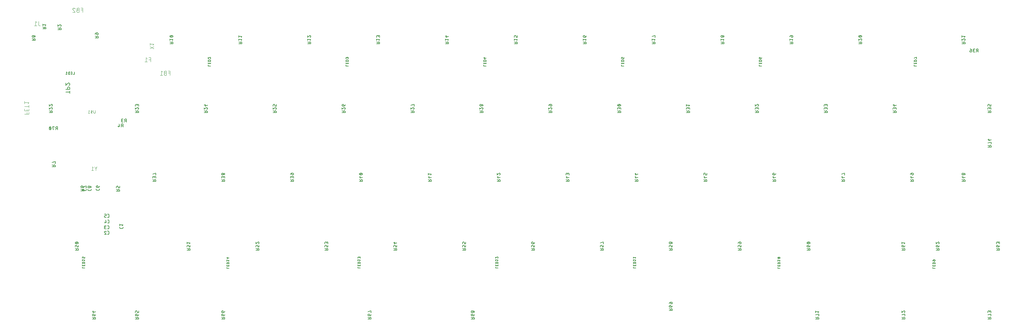
<source format=gbr>
G04 EAGLE Gerber RS-274X export*
G75*
%MOMM*%
%FSLAX34Y34*%
%LPD*%
%INSilkscreen Bottom*%
%IPPOS*%
%AMOC8*
5,1,8,0,0,1.08239X$1,22.5*%
G01*
%ADD10C,0.127000*%
%ADD11C,0.101600*%
%ADD12C,0.076200*%
%ADD13C,0.152400*%


D10*
X222260Y898465D02*
X230990Y898465D01*
X230990Y900890D01*
X230988Y900988D01*
X230982Y901085D01*
X230972Y901182D01*
X230959Y901279D01*
X230941Y901375D01*
X230920Y901470D01*
X230894Y901565D01*
X230865Y901658D01*
X230832Y901750D01*
X230796Y901841D01*
X230756Y901930D01*
X230712Y902017D01*
X230665Y902103D01*
X230615Y902186D01*
X230561Y902268D01*
X230504Y902347D01*
X230443Y902424D01*
X230380Y902498D01*
X230314Y902570D01*
X230245Y902639D01*
X230173Y902705D01*
X230099Y902768D01*
X230022Y902829D01*
X229943Y902886D01*
X229861Y902940D01*
X229778Y902990D01*
X229692Y903037D01*
X229605Y903081D01*
X229516Y903121D01*
X229425Y903157D01*
X229333Y903190D01*
X229240Y903219D01*
X229145Y903245D01*
X229050Y903266D01*
X228954Y903284D01*
X228857Y903297D01*
X228760Y903307D01*
X228663Y903313D01*
X228565Y903315D01*
X228467Y903313D01*
X228370Y903307D01*
X228273Y903297D01*
X228176Y903284D01*
X228080Y903266D01*
X227985Y903245D01*
X227890Y903219D01*
X227797Y903190D01*
X227705Y903157D01*
X227614Y903121D01*
X227525Y903081D01*
X227438Y903037D01*
X227353Y902990D01*
X227269Y902940D01*
X227187Y902886D01*
X227108Y902829D01*
X227031Y902768D01*
X226957Y902705D01*
X226885Y902639D01*
X226816Y902570D01*
X226750Y902498D01*
X226687Y902424D01*
X226626Y902347D01*
X226569Y902268D01*
X226515Y902186D01*
X226465Y902103D01*
X226418Y902017D01*
X226374Y901930D01*
X226334Y901841D01*
X226298Y901750D01*
X226265Y901658D01*
X226236Y901565D01*
X226210Y901470D01*
X226189Y901375D01*
X226171Y901279D01*
X226158Y901182D01*
X226148Y901085D01*
X226142Y900988D01*
X226140Y900890D01*
X226140Y898465D01*
X226140Y901375D02*
X222260Y903315D01*
X224685Y907390D02*
X224783Y907392D01*
X224880Y907398D01*
X224977Y907408D01*
X225074Y907421D01*
X225170Y907439D01*
X225265Y907460D01*
X225360Y907486D01*
X225453Y907515D01*
X225545Y907548D01*
X225636Y907584D01*
X225725Y907624D01*
X225812Y907668D01*
X225898Y907715D01*
X225981Y907765D01*
X226063Y907819D01*
X226142Y907876D01*
X226219Y907937D01*
X226293Y908000D01*
X226365Y908066D01*
X226434Y908135D01*
X226500Y908207D01*
X226563Y908281D01*
X226624Y908358D01*
X226681Y908437D01*
X226735Y908519D01*
X226785Y908603D01*
X226832Y908688D01*
X226876Y908775D01*
X226916Y908864D01*
X226952Y908955D01*
X226985Y909047D01*
X227014Y909140D01*
X227040Y909235D01*
X227061Y909330D01*
X227079Y909426D01*
X227092Y909523D01*
X227102Y909620D01*
X227108Y909717D01*
X227110Y909815D01*
X227108Y909913D01*
X227102Y910010D01*
X227092Y910107D01*
X227079Y910204D01*
X227061Y910300D01*
X227040Y910395D01*
X227014Y910490D01*
X226985Y910583D01*
X226952Y910675D01*
X226916Y910766D01*
X226876Y910855D01*
X226832Y910942D01*
X226785Y911028D01*
X226735Y911111D01*
X226681Y911193D01*
X226624Y911272D01*
X226563Y911349D01*
X226500Y911423D01*
X226434Y911495D01*
X226365Y911564D01*
X226293Y911630D01*
X226219Y911693D01*
X226142Y911754D01*
X226063Y911811D01*
X225981Y911865D01*
X225898Y911915D01*
X225812Y911962D01*
X225725Y912006D01*
X225636Y912046D01*
X225545Y912082D01*
X225453Y912115D01*
X225360Y912144D01*
X225265Y912170D01*
X225170Y912191D01*
X225074Y912209D01*
X224977Y912222D01*
X224880Y912232D01*
X224783Y912238D01*
X224685Y912240D01*
X224587Y912238D01*
X224490Y912232D01*
X224393Y912222D01*
X224296Y912209D01*
X224200Y912191D01*
X224105Y912170D01*
X224010Y912144D01*
X223917Y912115D01*
X223825Y912082D01*
X223734Y912046D01*
X223645Y912006D01*
X223558Y911962D01*
X223473Y911915D01*
X223389Y911865D01*
X223307Y911811D01*
X223228Y911754D01*
X223151Y911693D01*
X223077Y911630D01*
X223005Y911564D01*
X222936Y911495D01*
X222870Y911423D01*
X222807Y911349D01*
X222746Y911272D01*
X222689Y911193D01*
X222635Y911111D01*
X222585Y911028D01*
X222538Y910942D01*
X222494Y910855D01*
X222454Y910766D01*
X222418Y910675D01*
X222385Y910583D01*
X222356Y910490D01*
X222330Y910395D01*
X222309Y910300D01*
X222291Y910204D01*
X222278Y910107D01*
X222268Y910010D01*
X222262Y909913D01*
X222260Y909815D01*
X222262Y909717D01*
X222268Y909620D01*
X222278Y909523D01*
X222291Y909426D01*
X222309Y909330D01*
X222330Y909235D01*
X222356Y909140D01*
X222385Y909047D01*
X222418Y908955D01*
X222454Y908864D01*
X222494Y908775D01*
X222538Y908688D01*
X222585Y908603D01*
X222635Y908519D01*
X222689Y908437D01*
X222746Y908358D01*
X222807Y908281D01*
X222870Y908207D01*
X222936Y908135D01*
X223005Y908066D01*
X223077Y908000D01*
X223151Y907937D01*
X223228Y907876D01*
X223307Y907819D01*
X223389Y907765D01*
X223472Y907715D01*
X223558Y907668D01*
X223645Y907624D01*
X223734Y907584D01*
X223825Y907548D01*
X223917Y907515D01*
X224010Y907486D01*
X224105Y907460D01*
X224200Y907439D01*
X224296Y907421D01*
X224393Y907408D01*
X224490Y907398D01*
X224587Y907392D01*
X224685Y907390D01*
X229050Y907875D02*
X229137Y907877D01*
X229224Y907883D01*
X229310Y907893D01*
X229396Y907906D01*
X229482Y907924D01*
X229566Y907945D01*
X229649Y907970D01*
X229732Y907999D01*
X229812Y908031D01*
X229892Y908067D01*
X229969Y908107D01*
X230045Y908150D01*
X230119Y908196D01*
X230190Y908246D01*
X230260Y908298D01*
X230326Y908354D01*
X230391Y908413D01*
X230452Y908474D01*
X230511Y908539D01*
X230567Y908605D01*
X230619Y908675D01*
X230669Y908746D01*
X230715Y908820D01*
X230758Y908896D01*
X230798Y908973D01*
X230834Y909053D01*
X230866Y909133D01*
X230895Y909216D01*
X230920Y909299D01*
X230941Y909383D01*
X230959Y909469D01*
X230972Y909555D01*
X230982Y909641D01*
X230988Y909728D01*
X230990Y909815D01*
X230988Y909902D01*
X230982Y909989D01*
X230972Y910075D01*
X230959Y910161D01*
X230941Y910247D01*
X230920Y910331D01*
X230895Y910414D01*
X230866Y910497D01*
X230834Y910577D01*
X230798Y910657D01*
X230758Y910734D01*
X230715Y910810D01*
X230669Y910884D01*
X230619Y910955D01*
X230567Y911025D01*
X230511Y911091D01*
X230452Y911156D01*
X230391Y911217D01*
X230326Y911276D01*
X230260Y911332D01*
X230190Y911384D01*
X230119Y911434D01*
X230045Y911480D01*
X229969Y911523D01*
X229892Y911563D01*
X229812Y911599D01*
X229732Y911631D01*
X229649Y911660D01*
X229566Y911685D01*
X229482Y911706D01*
X229396Y911724D01*
X229310Y911737D01*
X229224Y911747D01*
X229137Y911753D01*
X229050Y911755D01*
X228963Y911753D01*
X228876Y911747D01*
X228790Y911737D01*
X228704Y911724D01*
X228618Y911706D01*
X228534Y911685D01*
X228451Y911660D01*
X228368Y911631D01*
X228288Y911599D01*
X228208Y911563D01*
X228131Y911523D01*
X228055Y911480D01*
X227981Y911434D01*
X227910Y911384D01*
X227840Y911332D01*
X227774Y911276D01*
X227709Y911217D01*
X227648Y911156D01*
X227589Y911091D01*
X227533Y911025D01*
X227481Y910955D01*
X227431Y910884D01*
X227385Y910810D01*
X227342Y910734D01*
X227302Y910657D01*
X227266Y910577D01*
X227234Y910497D01*
X227205Y910414D01*
X227180Y910331D01*
X227159Y910247D01*
X227141Y910161D01*
X227128Y910075D01*
X227118Y909989D01*
X227112Y909902D01*
X227110Y909815D01*
X227112Y909728D01*
X227118Y909641D01*
X227128Y909555D01*
X227141Y909469D01*
X227159Y909383D01*
X227180Y909299D01*
X227205Y909216D01*
X227234Y909133D01*
X227266Y909053D01*
X227302Y908973D01*
X227342Y908896D01*
X227385Y908820D01*
X227431Y908746D01*
X227481Y908675D01*
X227533Y908605D01*
X227589Y908539D01*
X227648Y908474D01*
X227709Y908413D01*
X227774Y908354D01*
X227840Y908298D01*
X227910Y908246D01*
X227981Y908196D01*
X228055Y908150D01*
X228131Y908107D01*
X228208Y908067D01*
X228288Y908031D01*
X228368Y907999D01*
X228451Y907970D01*
X228534Y907945D01*
X228618Y907924D01*
X228704Y907906D01*
X228790Y907893D01*
X228876Y907883D01*
X228963Y907877D01*
X229050Y907875D01*
X396415Y905597D02*
X405145Y905597D01*
X405145Y908022D01*
X405143Y908120D01*
X405137Y908217D01*
X405127Y908314D01*
X405114Y908411D01*
X405096Y908507D01*
X405075Y908602D01*
X405049Y908697D01*
X405020Y908790D01*
X404987Y908882D01*
X404951Y908973D01*
X404911Y909062D01*
X404867Y909149D01*
X404820Y909235D01*
X404770Y909318D01*
X404716Y909400D01*
X404659Y909479D01*
X404598Y909556D01*
X404535Y909630D01*
X404469Y909702D01*
X404400Y909771D01*
X404328Y909837D01*
X404254Y909900D01*
X404177Y909961D01*
X404098Y910018D01*
X404016Y910072D01*
X403933Y910122D01*
X403847Y910169D01*
X403760Y910213D01*
X403671Y910253D01*
X403580Y910289D01*
X403488Y910322D01*
X403395Y910351D01*
X403300Y910377D01*
X403205Y910398D01*
X403109Y910416D01*
X403012Y910429D01*
X402915Y910439D01*
X402818Y910445D01*
X402720Y910447D01*
X402622Y910445D01*
X402525Y910439D01*
X402428Y910429D01*
X402331Y910416D01*
X402235Y910398D01*
X402140Y910377D01*
X402045Y910351D01*
X401952Y910322D01*
X401860Y910289D01*
X401769Y910253D01*
X401680Y910213D01*
X401593Y910169D01*
X401508Y910122D01*
X401424Y910072D01*
X401342Y910018D01*
X401263Y909961D01*
X401186Y909900D01*
X401112Y909837D01*
X401040Y909771D01*
X400971Y909702D01*
X400905Y909630D01*
X400842Y909556D01*
X400781Y909479D01*
X400724Y909400D01*
X400670Y909318D01*
X400620Y909235D01*
X400573Y909149D01*
X400529Y909062D01*
X400489Y908973D01*
X400453Y908882D01*
X400420Y908790D01*
X400391Y908697D01*
X400365Y908602D01*
X400344Y908507D01*
X400326Y908411D01*
X400313Y908314D01*
X400303Y908217D01*
X400297Y908120D01*
X400295Y908022D01*
X400295Y905597D01*
X400295Y908507D02*
X396415Y910447D01*
X400295Y916462D02*
X400295Y919372D01*
X400295Y916462D02*
X400297Y916375D01*
X400303Y916288D01*
X400313Y916202D01*
X400326Y916116D01*
X400344Y916030D01*
X400365Y915946D01*
X400390Y915863D01*
X400419Y915780D01*
X400451Y915700D01*
X400487Y915620D01*
X400527Y915543D01*
X400570Y915467D01*
X400616Y915393D01*
X400666Y915322D01*
X400718Y915252D01*
X400774Y915186D01*
X400833Y915121D01*
X400894Y915060D01*
X400959Y915001D01*
X401025Y914945D01*
X401095Y914893D01*
X401166Y914843D01*
X401240Y914797D01*
X401316Y914754D01*
X401393Y914714D01*
X401473Y914678D01*
X401553Y914646D01*
X401636Y914617D01*
X401719Y914592D01*
X401803Y914571D01*
X401889Y914553D01*
X401975Y914540D01*
X402061Y914530D01*
X402148Y914524D01*
X402235Y914522D01*
X402720Y914522D01*
X402818Y914524D01*
X402915Y914530D01*
X403012Y914540D01*
X403109Y914553D01*
X403205Y914571D01*
X403300Y914592D01*
X403395Y914618D01*
X403488Y914647D01*
X403580Y914680D01*
X403671Y914716D01*
X403760Y914756D01*
X403847Y914800D01*
X403933Y914847D01*
X404016Y914897D01*
X404098Y914951D01*
X404177Y915008D01*
X404254Y915069D01*
X404328Y915132D01*
X404400Y915198D01*
X404469Y915267D01*
X404535Y915339D01*
X404598Y915413D01*
X404659Y915490D01*
X404716Y915569D01*
X404770Y915651D01*
X404820Y915735D01*
X404867Y915820D01*
X404911Y915907D01*
X404951Y915996D01*
X404987Y916087D01*
X405020Y916179D01*
X405049Y916272D01*
X405075Y916367D01*
X405096Y916462D01*
X405114Y916558D01*
X405127Y916655D01*
X405137Y916752D01*
X405143Y916849D01*
X405145Y916947D01*
X405143Y917045D01*
X405137Y917142D01*
X405127Y917239D01*
X405114Y917336D01*
X405096Y917432D01*
X405075Y917527D01*
X405049Y917622D01*
X405020Y917715D01*
X404987Y917807D01*
X404951Y917898D01*
X404911Y917987D01*
X404867Y918074D01*
X404820Y918160D01*
X404770Y918243D01*
X404716Y918325D01*
X404659Y918404D01*
X404598Y918481D01*
X404535Y918555D01*
X404469Y918627D01*
X404400Y918696D01*
X404328Y918762D01*
X404254Y918825D01*
X404177Y918886D01*
X404098Y918943D01*
X404016Y918997D01*
X403933Y919047D01*
X403847Y919094D01*
X403760Y919138D01*
X403671Y919178D01*
X403580Y919214D01*
X403488Y919247D01*
X403395Y919276D01*
X403300Y919302D01*
X403205Y919323D01*
X403109Y919341D01*
X403012Y919354D01*
X402915Y919364D01*
X402818Y919370D01*
X402720Y919372D01*
X400295Y919372D01*
X400173Y919370D01*
X400051Y919364D01*
X399930Y919355D01*
X399809Y919341D01*
X399688Y919324D01*
X399568Y919303D01*
X399449Y919279D01*
X399330Y919250D01*
X399213Y919218D01*
X399096Y919182D01*
X398981Y919143D01*
X398867Y919100D01*
X398754Y919053D01*
X398643Y919003D01*
X398534Y918949D01*
X398426Y918892D01*
X398320Y918832D01*
X398216Y918768D01*
X398114Y918701D01*
X398014Y918631D01*
X397917Y918558D01*
X397822Y918482D01*
X397729Y918402D01*
X397639Y918320D01*
X397551Y918236D01*
X397467Y918148D01*
X397385Y918058D01*
X397305Y917965D01*
X397229Y917870D01*
X397156Y917773D01*
X397086Y917673D01*
X397019Y917571D01*
X396955Y917467D01*
X396895Y917361D01*
X396838Y917253D01*
X396784Y917144D01*
X396734Y917033D01*
X396687Y916920D01*
X396644Y916806D01*
X396605Y916691D01*
X396569Y916574D01*
X396537Y916457D01*
X396508Y916338D01*
X396484Y916219D01*
X396463Y916099D01*
X396446Y915978D01*
X396432Y915857D01*
X396423Y915736D01*
X396417Y915614D01*
X396415Y915492D01*
X603260Y889465D02*
X611990Y889465D01*
X611990Y891890D01*
X611988Y891988D01*
X611982Y892085D01*
X611972Y892182D01*
X611959Y892279D01*
X611941Y892375D01*
X611920Y892470D01*
X611894Y892565D01*
X611865Y892658D01*
X611832Y892750D01*
X611796Y892841D01*
X611756Y892930D01*
X611712Y893017D01*
X611665Y893103D01*
X611615Y893186D01*
X611561Y893268D01*
X611504Y893347D01*
X611443Y893424D01*
X611380Y893498D01*
X611314Y893570D01*
X611245Y893639D01*
X611173Y893705D01*
X611099Y893768D01*
X611022Y893829D01*
X610943Y893886D01*
X610861Y893940D01*
X610778Y893990D01*
X610692Y894037D01*
X610605Y894081D01*
X610516Y894121D01*
X610425Y894157D01*
X610333Y894190D01*
X610240Y894219D01*
X610145Y894245D01*
X610050Y894266D01*
X609954Y894284D01*
X609857Y894297D01*
X609760Y894307D01*
X609663Y894313D01*
X609565Y894315D01*
X609467Y894313D01*
X609370Y894307D01*
X609273Y894297D01*
X609176Y894284D01*
X609080Y894266D01*
X608985Y894245D01*
X608890Y894219D01*
X608797Y894190D01*
X608705Y894157D01*
X608614Y894121D01*
X608525Y894081D01*
X608438Y894037D01*
X608353Y893990D01*
X608269Y893940D01*
X608187Y893886D01*
X608108Y893829D01*
X608031Y893768D01*
X607957Y893705D01*
X607885Y893639D01*
X607816Y893570D01*
X607750Y893498D01*
X607687Y893424D01*
X607626Y893347D01*
X607569Y893268D01*
X607515Y893186D01*
X607465Y893103D01*
X607418Y893017D01*
X607374Y892930D01*
X607334Y892841D01*
X607298Y892750D01*
X607265Y892658D01*
X607236Y892565D01*
X607210Y892470D01*
X607189Y892375D01*
X607171Y892279D01*
X607158Y892182D01*
X607148Y892085D01*
X607142Y891988D01*
X607140Y891890D01*
X607140Y889465D01*
X607140Y892375D02*
X603260Y894315D01*
X610050Y898390D02*
X611990Y900815D01*
X603260Y900815D01*
X603260Y898390D02*
X603260Y903240D01*
X607625Y907390D02*
X607797Y907392D01*
X607968Y907398D01*
X608140Y907408D01*
X608311Y907423D01*
X608482Y907441D01*
X608652Y907464D01*
X608822Y907490D01*
X608991Y907521D01*
X609159Y907555D01*
X609326Y907594D01*
X609493Y907637D01*
X609658Y907683D01*
X609822Y907734D01*
X609985Y907788D01*
X610146Y907846D01*
X610307Y907908D01*
X610465Y907974D01*
X610622Y908044D01*
X610777Y908117D01*
X610778Y908117D02*
X610856Y908146D01*
X610932Y908178D01*
X611006Y908213D01*
X611079Y908252D01*
X611150Y908294D01*
X611218Y908340D01*
X611285Y908388D01*
X611349Y908440D01*
X611411Y908494D01*
X611471Y908551D01*
X611527Y908611D01*
X611581Y908674D01*
X611632Y908738D01*
X611680Y908806D01*
X611725Y908875D01*
X611767Y908946D01*
X611805Y909019D01*
X611840Y909094D01*
X611871Y909170D01*
X611899Y909248D01*
X611923Y909326D01*
X611944Y909406D01*
X611961Y909487D01*
X611974Y909568D01*
X611983Y909650D01*
X611989Y909733D01*
X611991Y909815D01*
X611989Y909897D01*
X611983Y909980D01*
X611974Y910062D01*
X611961Y910143D01*
X611944Y910224D01*
X611923Y910304D01*
X611899Y910382D01*
X611871Y910460D01*
X611840Y910536D01*
X611805Y910611D01*
X611767Y910684D01*
X611725Y910755D01*
X611680Y910824D01*
X611632Y910892D01*
X611581Y910956D01*
X611527Y911019D01*
X611471Y911079D01*
X611411Y911136D01*
X611349Y911190D01*
X611285Y911242D01*
X611218Y911290D01*
X611150Y911336D01*
X611079Y911378D01*
X611006Y911417D01*
X610932Y911452D01*
X610856Y911484D01*
X610778Y911513D01*
X610777Y911513D02*
X610622Y911586D01*
X610465Y911656D01*
X610307Y911722D01*
X610146Y911784D01*
X609985Y911842D01*
X609822Y911896D01*
X609658Y911947D01*
X609493Y911993D01*
X609326Y912036D01*
X609159Y912075D01*
X608991Y912109D01*
X608822Y912140D01*
X608652Y912166D01*
X608482Y912189D01*
X608311Y912207D01*
X608140Y912222D01*
X607968Y912232D01*
X607797Y912238D01*
X607625Y912240D01*
X607625Y907390D02*
X607453Y907392D01*
X607282Y907398D01*
X607110Y907408D01*
X606939Y907423D01*
X606768Y907441D01*
X606598Y907464D01*
X606428Y907490D01*
X606259Y907521D01*
X606091Y907555D01*
X605924Y907594D01*
X605757Y907637D01*
X605592Y907683D01*
X605428Y907734D01*
X605265Y907788D01*
X605104Y907846D01*
X604943Y907908D01*
X604785Y907974D01*
X604628Y908044D01*
X604473Y908117D01*
X604395Y908146D01*
X604319Y908178D01*
X604245Y908213D01*
X604172Y908252D01*
X604101Y908294D01*
X604033Y908340D01*
X603966Y908388D01*
X603902Y908440D01*
X603840Y908494D01*
X603780Y908551D01*
X603724Y908611D01*
X603670Y908674D01*
X603619Y908738D01*
X603571Y908806D01*
X603526Y908875D01*
X603484Y908946D01*
X603446Y909019D01*
X603411Y909094D01*
X603380Y909170D01*
X603352Y909248D01*
X603328Y909326D01*
X603307Y909406D01*
X603290Y909487D01*
X603277Y909568D01*
X603268Y909650D01*
X603262Y909733D01*
X603260Y909815D01*
X604473Y911513D02*
X604628Y911586D01*
X604785Y911656D01*
X604943Y911722D01*
X605104Y911784D01*
X605265Y911842D01*
X605428Y911896D01*
X605592Y911947D01*
X605757Y911993D01*
X605924Y912036D01*
X606091Y912075D01*
X606259Y912109D01*
X606428Y912140D01*
X606598Y912166D01*
X606768Y912189D01*
X606939Y912207D01*
X607110Y912222D01*
X607282Y912232D01*
X607453Y912238D01*
X607625Y912240D01*
X604473Y911513D02*
X604395Y911484D01*
X604319Y911452D01*
X604245Y911417D01*
X604172Y911378D01*
X604101Y911336D01*
X604033Y911290D01*
X603966Y911242D01*
X603902Y911190D01*
X603840Y911136D01*
X603780Y911079D01*
X603724Y911019D01*
X603670Y910956D01*
X603619Y910892D01*
X603571Y910824D01*
X603526Y910755D01*
X603484Y910684D01*
X603446Y910611D01*
X603411Y910536D01*
X603380Y910460D01*
X603352Y910382D01*
X603328Y910304D01*
X603307Y910224D01*
X603290Y910143D01*
X603277Y910062D01*
X603268Y909980D01*
X603262Y909897D01*
X603260Y909815D01*
X605200Y907875D02*
X610050Y911755D01*
X793760Y889465D02*
X802490Y889465D01*
X802490Y891890D01*
X802488Y891988D01*
X802482Y892085D01*
X802472Y892182D01*
X802459Y892279D01*
X802441Y892375D01*
X802420Y892470D01*
X802394Y892565D01*
X802365Y892658D01*
X802332Y892750D01*
X802296Y892841D01*
X802256Y892930D01*
X802212Y893017D01*
X802165Y893103D01*
X802115Y893186D01*
X802061Y893268D01*
X802004Y893347D01*
X801943Y893424D01*
X801880Y893498D01*
X801814Y893570D01*
X801745Y893639D01*
X801673Y893705D01*
X801599Y893768D01*
X801522Y893829D01*
X801443Y893886D01*
X801361Y893940D01*
X801278Y893990D01*
X801192Y894037D01*
X801105Y894081D01*
X801016Y894121D01*
X800925Y894157D01*
X800833Y894190D01*
X800740Y894219D01*
X800645Y894245D01*
X800550Y894266D01*
X800454Y894284D01*
X800357Y894297D01*
X800260Y894307D01*
X800163Y894313D01*
X800065Y894315D01*
X799967Y894313D01*
X799870Y894307D01*
X799773Y894297D01*
X799676Y894284D01*
X799580Y894266D01*
X799485Y894245D01*
X799390Y894219D01*
X799297Y894190D01*
X799205Y894157D01*
X799114Y894121D01*
X799025Y894081D01*
X798938Y894037D01*
X798853Y893990D01*
X798769Y893940D01*
X798687Y893886D01*
X798608Y893829D01*
X798531Y893768D01*
X798457Y893705D01*
X798385Y893639D01*
X798316Y893570D01*
X798250Y893498D01*
X798187Y893424D01*
X798126Y893347D01*
X798069Y893268D01*
X798015Y893186D01*
X797965Y893103D01*
X797918Y893017D01*
X797874Y892930D01*
X797834Y892841D01*
X797798Y892750D01*
X797765Y892658D01*
X797736Y892565D01*
X797710Y892470D01*
X797689Y892375D01*
X797671Y892279D01*
X797658Y892182D01*
X797648Y892085D01*
X797642Y891988D01*
X797640Y891890D01*
X797640Y889465D01*
X797640Y892375D02*
X793760Y894315D01*
X800550Y898390D02*
X802490Y900815D01*
X793760Y900815D01*
X793760Y898390D02*
X793760Y903240D01*
X800550Y907390D02*
X802490Y909815D01*
X793760Y909815D01*
X793760Y907390D02*
X793760Y912240D01*
X984260Y889465D02*
X992990Y889465D01*
X992990Y891890D01*
X992988Y891988D01*
X992982Y892085D01*
X992972Y892182D01*
X992959Y892279D01*
X992941Y892375D01*
X992920Y892470D01*
X992894Y892565D01*
X992865Y892658D01*
X992832Y892750D01*
X992796Y892841D01*
X992756Y892930D01*
X992712Y893017D01*
X992665Y893103D01*
X992615Y893186D01*
X992561Y893268D01*
X992504Y893347D01*
X992443Y893424D01*
X992380Y893498D01*
X992314Y893570D01*
X992245Y893639D01*
X992173Y893705D01*
X992099Y893768D01*
X992022Y893829D01*
X991943Y893886D01*
X991861Y893940D01*
X991778Y893990D01*
X991692Y894037D01*
X991605Y894081D01*
X991516Y894121D01*
X991425Y894157D01*
X991333Y894190D01*
X991240Y894219D01*
X991145Y894245D01*
X991050Y894266D01*
X990954Y894284D01*
X990857Y894297D01*
X990760Y894307D01*
X990663Y894313D01*
X990565Y894315D01*
X990467Y894313D01*
X990370Y894307D01*
X990273Y894297D01*
X990176Y894284D01*
X990080Y894266D01*
X989985Y894245D01*
X989890Y894219D01*
X989797Y894190D01*
X989705Y894157D01*
X989614Y894121D01*
X989525Y894081D01*
X989438Y894037D01*
X989353Y893990D01*
X989269Y893940D01*
X989187Y893886D01*
X989108Y893829D01*
X989031Y893768D01*
X988957Y893705D01*
X988885Y893639D01*
X988816Y893570D01*
X988750Y893498D01*
X988687Y893424D01*
X988626Y893347D01*
X988569Y893268D01*
X988515Y893186D01*
X988465Y893103D01*
X988418Y893017D01*
X988374Y892930D01*
X988334Y892841D01*
X988298Y892750D01*
X988265Y892658D01*
X988236Y892565D01*
X988210Y892470D01*
X988189Y892375D01*
X988171Y892279D01*
X988158Y892182D01*
X988148Y892085D01*
X988142Y891988D01*
X988140Y891890D01*
X988140Y889465D01*
X988140Y892375D02*
X984260Y894315D01*
X991050Y898390D02*
X992990Y900815D01*
X984260Y900815D01*
X984260Y898390D02*
X984260Y903240D01*
X992991Y910058D02*
X992989Y910151D01*
X992983Y910243D01*
X992973Y910335D01*
X992960Y910427D01*
X992942Y910518D01*
X992921Y910608D01*
X992895Y910697D01*
X992866Y910785D01*
X992834Y910872D01*
X992797Y910957D01*
X992757Y911041D01*
X992714Y911123D01*
X992667Y911203D01*
X992617Y911280D01*
X992563Y911356D01*
X992506Y911429D01*
X992447Y911500D01*
X992384Y911569D01*
X992319Y911634D01*
X992250Y911697D01*
X992179Y911756D01*
X992106Y911813D01*
X992030Y911867D01*
X991953Y911917D01*
X991873Y911964D01*
X991791Y912007D01*
X991707Y912047D01*
X991622Y912084D01*
X991535Y912116D01*
X991447Y912145D01*
X991358Y912171D01*
X991268Y912192D01*
X991177Y912210D01*
X991085Y912223D01*
X990993Y912233D01*
X990901Y912239D01*
X990808Y912241D01*
X992990Y910058D02*
X992988Y909954D01*
X992982Y909851D01*
X992973Y909747D01*
X992959Y909645D01*
X992942Y909542D01*
X992921Y909441D01*
X992897Y909340D01*
X992868Y909240D01*
X992836Y909142D01*
X992800Y909044D01*
X992761Y908948D01*
X992718Y908854D01*
X992672Y908761D01*
X992622Y908670D01*
X992569Y908581D01*
X992513Y908494D01*
X992454Y908409D01*
X992391Y908326D01*
X992326Y908246D01*
X992257Y908168D01*
X992186Y908092D01*
X992112Y908020D01*
X992035Y907950D01*
X991956Y907883D01*
X991874Y907819D01*
X991790Y907758D01*
X991704Y907701D01*
X991616Y907646D01*
X991526Y907595D01*
X991434Y907547D01*
X991340Y907502D01*
X991245Y907462D01*
X991148Y907424D01*
X991050Y907390D01*
X989111Y911513D02*
X989177Y911580D01*
X989247Y911645D01*
X989319Y911706D01*
X989393Y911765D01*
X989470Y911821D01*
X989549Y911873D01*
X989630Y911923D01*
X989713Y911969D01*
X989798Y912011D01*
X989885Y912050D01*
X989973Y912086D01*
X990062Y912118D01*
X990153Y912146D01*
X990244Y912171D01*
X990337Y912192D01*
X990430Y912209D01*
X990524Y912223D01*
X990618Y912232D01*
X990713Y912238D01*
X990808Y912240D01*
X989110Y911513D02*
X984260Y907390D01*
X984260Y912240D01*
X1174760Y889465D02*
X1183490Y889465D01*
X1183490Y891890D01*
X1183488Y891988D01*
X1183482Y892085D01*
X1183472Y892182D01*
X1183459Y892279D01*
X1183441Y892375D01*
X1183420Y892470D01*
X1183394Y892565D01*
X1183365Y892658D01*
X1183332Y892750D01*
X1183296Y892841D01*
X1183256Y892930D01*
X1183212Y893017D01*
X1183165Y893103D01*
X1183115Y893186D01*
X1183061Y893268D01*
X1183004Y893347D01*
X1182943Y893424D01*
X1182880Y893498D01*
X1182814Y893570D01*
X1182745Y893639D01*
X1182673Y893705D01*
X1182599Y893768D01*
X1182522Y893829D01*
X1182443Y893886D01*
X1182361Y893940D01*
X1182278Y893990D01*
X1182192Y894037D01*
X1182105Y894081D01*
X1182016Y894121D01*
X1181925Y894157D01*
X1181833Y894190D01*
X1181740Y894219D01*
X1181645Y894245D01*
X1181550Y894266D01*
X1181454Y894284D01*
X1181357Y894297D01*
X1181260Y894307D01*
X1181163Y894313D01*
X1181065Y894315D01*
X1180967Y894313D01*
X1180870Y894307D01*
X1180773Y894297D01*
X1180676Y894284D01*
X1180580Y894266D01*
X1180485Y894245D01*
X1180390Y894219D01*
X1180297Y894190D01*
X1180205Y894157D01*
X1180114Y894121D01*
X1180025Y894081D01*
X1179938Y894037D01*
X1179853Y893990D01*
X1179769Y893940D01*
X1179687Y893886D01*
X1179608Y893829D01*
X1179531Y893768D01*
X1179457Y893705D01*
X1179385Y893639D01*
X1179316Y893570D01*
X1179250Y893498D01*
X1179187Y893424D01*
X1179126Y893347D01*
X1179069Y893268D01*
X1179015Y893186D01*
X1178965Y893103D01*
X1178918Y893017D01*
X1178874Y892930D01*
X1178834Y892841D01*
X1178798Y892750D01*
X1178765Y892658D01*
X1178736Y892565D01*
X1178710Y892470D01*
X1178689Y892375D01*
X1178671Y892279D01*
X1178658Y892182D01*
X1178648Y892085D01*
X1178642Y891988D01*
X1178640Y891890D01*
X1178640Y889465D01*
X1178640Y892375D02*
X1174760Y894315D01*
X1181550Y898390D02*
X1183490Y900815D01*
X1174760Y900815D01*
X1174760Y898390D02*
X1174760Y903240D01*
X1174760Y907390D02*
X1174760Y909815D01*
X1174762Y909913D01*
X1174768Y910010D01*
X1174778Y910107D01*
X1174791Y910204D01*
X1174809Y910300D01*
X1174830Y910395D01*
X1174856Y910490D01*
X1174885Y910583D01*
X1174918Y910675D01*
X1174954Y910766D01*
X1174994Y910855D01*
X1175038Y910942D01*
X1175085Y911028D01*
X1175135Y911111D01*
X1175189Y911193D01*
X1175246Y911272D01*
X1175307Y911349D01*
X1175370Y911423D01*
X1175436Y911495D01*
X1175505Y911564D01*
X1175577Y911630D01*
X1175651Y911693D01*
X1175728Y911754D01*
X1175807Y911811D01*
X1175889Y911865D01*
X1175973Y911915D01*
X1176058Y911962D01*
X1176145Y912006D01*
X1176234Y912046D01*
X1176325Y912082D01*
X1176417Y912115D01*
X1176510Y912144D01*
X1176605Y912170D01*
X1176700Y912191D01*
X1176796Y912209D01*
X1176893Y912222D01*
X1176990Y912232D01*
X1177087Y912238D01*
X1177185Y912240D01*
X1177283Y912238D01*
X1177380Y912232D01*
X1177477Y912222D01*
X1177574Y912209D01*
X1177670Y912191D01*
X1177765Y912170D01*
X1177860Y912144D01*
X1177953Y912115D01*
X1178045Y912082D01*
X1178136Y912046D01*
X1178225Y912006D01*
X1178312Y911962D01*
X1178398Y911915D01*
X1178481Y911865D01*
X1178563Y911811D01*
X1178642Y911754D01*
X1178719Y911693D01*
X1178793Y911630D01*
X1178865Y911564D01*
X1178934Y911495D01*
X1179000Y911423D01*
X1179063Y911349D01*
X1179124Y911272D01*
X1179181Y911193D01*
X1179235Y911111D01*
X1179285Y911028D01*
X1179332Y910942D01*
X1179376Y910855D01*
X1179416Y910766D01*
X1179452Y910675D01*
X1179485Y910583D01*
X1179514Y910490D01*
X1179540Y910395D01*
X1179561Y910300D01*
X1179579Y910204D01*
X1179592Y910107D01*
X1179602Y910010D01*
X1179608Y909913D01*
X1179610Y909815D01*
X1183490Y910300D02*
X1183490Y907390D01*
X1183490Y910300D02*
X1183488Y910387D01*
X1183482Y910474D01*
X1183472Y910560D01*
X1183459Y910646D01*
X1183441Y910732D01*
X1183420Y910816D01*
X1183395Y910899D01*
X1183366Y910982D01*
X1183334Y911062D01*
X1183298Y911142D01*
X1183258Y911219D01*
X1183215Y911295D01*
X1183169Y911369D01*
X1183119Y911440D01*
X1183067Y911510D01*
X1183011Y911576D01*
X1182952Y911641D01*
X1182891Y911702D01*
X1182826Y911761D01*
X1182760Y911817D01*
X1182690Y911869D01*
X1182619Y911919D01*
X1182545Y911965D01*
X1182469Y912008D01*
X1182392Y912048D01*
X1182312Y912084D01*
X1182232Y912116D01*
X1182149Y912145D01*
X1182066Y912170D01*
X1181982Y912191D01*
X1181896Y912209D01*
X1181810Y912222D01*
X1181724Y912232D01*
X1181637Y912238D01*
X1181550Y912240D01*
X1181463Y912238D01*
X1181376Y912232D01*
X1181290Y912222D01*
X1181204Y912209D01*
X1181118Y912191D01*
X1181034Y912170D01*
X1180951Y912145D01*
X1180868Y912116D01*
X1180788Y912084D01*
X1180708Y912048D01*
X1180631Y912008D01*
X1180555Y911965D01*
X1180481Y911919D01*
X1180410Y911869D01*
X1180340Y911817D01*
X1180274Y911761D01*
X1180209Y911702D01*
X1180148Y911641D01*
X1180089Y911576D01*
X1180033Y911510D01*
X1179981Y911440D01*
X1179931Y911369D01*
X1179885Y911295D01*
X1179842Y911219D01*
X1179802Y911142D01*
X1179766Y911062D01*
X1179734Y910982D01*
X1179705Y910899D01*
X1179680Y910816D01*
X1179659Y910732D01*
X1179641Y910646D01*
X1179628Y910560D01*
X1179618Y910474D01*
X1179612Y910387D01*
X1179610Y910300D01*
X1179610Y908360D01*
X1365260Y889465D02*
X1373990Y889465D01*
X1373990Y891890D01*
X1373988Y891988D01*
X1373982Y892085D01*
X1373972Y892182D01*
X1373959Y892279D01*
X1373941Y892375D01*
X1373920Y892470D01*
X1373894Y892565D01*
X1373865Y892658D01*
X1373832Y892750D01*
X1373796Y892841D01*
X1373756Y892930D01*
X1373712Y893017D01*
X1373665Y893103D01*
X1373615Y893186D01*
X1373561Y893268D01*
X1373504Y893347D01*
X1373443Y893424D01*
X1373380Y893498D01*
X1373314Y893570D01*
X1373245Y893639D01*
X1373173Y893705D01*
X1373099Y893768D01*
X1373022Y893829D01*
X1372943Y893886D01*
X1372861Y893940D01*
X1372778Y893990D01*
X1372692Y894037D01*
X1372605Y894081D01*
X1372516Y894121D01*
X1372425Y894157D01*
X1372333Y894190D01*
X1372240Y894219D01*
X1372145Y894245D01*
X1372050Y894266D01*
X1371954Y894284D01*
X1371857Y894297D01*
X1371760Y894307D01*
X1371663Y894313D01*
X1371565Y894315D01*
X1371467Y894313D01*
X1371370Y894307D01*
X1371273Y894297D01*
X1371176Y894284D01*
X1371080Y894266D01*
X1370985Y894245D01*
X1370890Y894219D01*
X1370797Y894190D01*
X1370705Y894157D01*
X1370614Y894121D01*
X1370525Y894081D01*
X1370438Y894037D01*
X1370353Y893990D01*
X1370269Y893940D01*
X1370187Y893886D01*
X1370108Y893829D01*
X1370031Y893768D01*
X1369957Y893705D01*
X1369885Y893639D01*
X1369816Y893570D01*
X1369750Y893498D01*
X1369687Y893424D01*
X1369626Y893347D01*
X1369569Y893268D01*
X1369515Y893186D01*
X1369465Y893103D01*
X1369418Y893017D01*
X1369374Y892930D01*
X1369334Y892841D01*
X1369298Y892750D01*
X1369265Y892658D01*
X1369236Y892565D01*
X1369210Y892470D01*
X1369189Y892375D01*
X1369171Y892279D01*
X1369158Y892182D01*
X1369148Y892085D01*
X1369142Y891988D01*
X1369140Y891890D01*
X1369140Y889465D01*
X1369140Y892375D02*
X1365260Y894315D01*
X1372050Y898390D02*
X1373990Y900815D01*
X1365260Y900815D01*
X1365260Y898390D02*
X1365260Y903240D01*
X1367200Y907390D02*
X1373990Y909330D01*
X1367200Y907390D02*
X1367200Y912240D01*
X1369140Y910785D02*
X1365260Y910785D01*
X1555760Y889465D02*
X1564490Y889465D01*
X1564490Y891890D01*
X1564488Y891988D01*
X1564482Y892085D01*
X1564472Y892182D01*
X1564459Y892279D01*
X1564441Y892375D01*
X1564420Y892470D01*
X1564394Y892565D01*
X1564365Y892658D01*
X1564332Y892750D01*
X1564296Y892841D01*
X1564256Y892930D01*
X1564212Y893017D01*
X1564165Y893103D01*
X1564115Y893186D01*
X1564061Y893268D01*
X1564004Y893347D01*
X1563943Y893424D01*
X1563880Y893498D01*
X1563814Y893570D01*
X1563745Y893639D01*
X1563673Y893705D01*
X1563599Y893768D01*
X1563522Y893829D01*
X1563443Y893886D01*
X1563361Y893940D01*
X1563278Y893990D01*
X1563192Y894037D01*
X1563105Y894081D01*
X1563016Y894121D01*
X1562925Y894157D01*
X1562833Y894190D01*
X1562740Y894219D01*
X1562645Y894245D01*
X1562550Y894266D01*
X1562454Y894284D01*
X1562357Y894297D01*
X1562260Y894307D01*
X1562163Y894313D01*
X1562065Y894315D01*
X1561967Y894313D01*
X1561870Y894307D01*
X1561773Y894297D01*
X1561676Y894284D01*
X1561580Y894266D01*
X1561485Y894245D01*
X1561390Y894219D01*
X1561297Y894190D01*
X1561205Y894157D01*
X1561114Y894121D01*
X1561025Y894081D01*
X1560938Y894037D01*
X1560853Y893990D01*
X1560769Y893940D01*
X1560687Y893886D01*
X1560608Y893829D01*
X1560531Y893768D01*
X1560457Y893705D01*
X1560385Y893639D01*
X1560316Y893570D01*
X1560250Y893498D01*
X1560187Y893424D01*
X1560126Y893347D01*
X1560069Y893268D01*
X1560015Y893186D01*
X1559965Y893103D01*
X1559918Y893017D01*
X1559874Y892930D01*
X1559834Y892841D01*
X1559798Y892750D01*
X1559765Y892658D01*
X1559736Y892565D01*
X1559710Y892470D01*
X1559689Y892375D01*
X1559671Y892279D01*
X1559658Y892182D01*
X1559648Y892085D01*
X1559642Y891988D01*
X1559640Y891890D01*
X1559640Y889465D01*
X1559640Y892375D02*
X1555760Y894315D01*
X1562550Y898390D02*
X1564490Y900815D01*
X1555760Y900815D01*
X1555760Y898390D02*
X1555760Y903240D01*
X1555760Y907390D02*
X1555760Y910300D01*
X1555762Y910387D01*
X1555768Y910474D01*
X1555778Y910560D01*
X1555791Y910646D01*
X1555809Y910732D01*
X1555830Y910816D01*
X1555855Y910899D01*
X1555884Y910982D01*
X1555916Y911062D01*
X1555952Y911142D01*
X1555992Y911219D01*
X1556035Y911295D01*
X1556081Y911369D01*
X1556131Y911440D01*
X1556183Y911510D01*
X1556239Y911576D01*
X1556298Y911641D01*
X1556359Y911702D01*
X1556424Y911761D01*
X1556490Y911817D01*
X1556560Y911869D01*
X1556631Y911919D01*
X1556705Y911965D01*
X1556781Y912008D01*
X1556858Y912048D01*
X1556938Y912084D01*
X1557018Y912116D01*
X1557101Y912145D01*
X1557184Y912170D01*
X1557268Y912191D01*
X1557354Y912209D01*
X1557440Y912222D01*
X1557526Y912232D01*
X1557613Y912238D01*
X1557700Y912240D01*
X1558670Y912240D01*
X1558757Y912238D01*
X1558844Y912232D01*
X1558930Y912222D01*
X1559016Y912209D01*
X1559102Y912191D01*
X1559186Y912170D01*
X1559269Y912145D01*
X1559352Y912116D01*
X1559432Y912084D01*
X1559512Y912048D01*
X1559589Y912008D01*
X1559665Y911965D01*
X1559739Y911919D01*
X1559810Y911869D01*
X1559880Y911817D01*
X1559946Y911761D01*
X1560011Y911702D01*
X1560072Y911641D01*
X1560131Y911576D01*
X1560187Y911510D01*
X1560239Y911440D01*
X1560289Y911369D01*
X1560335Y911295D01*
X1560378Y911219D01*
X1560418Y911142D01*
X1560454Y911062D01*
X1560486Y910982D01*
X1560515Y910899D01*
X1560540Y910816D01*
X1560561Y910732D01*
X1560579Y910646D01*
X1560592Y910560D01*
X1560602Y910474D01*
X1560608Y910387D01*
X1560610Y910300D01*
X1560610Y907390D01*
X1564490Y907390D01*
X1564490Y912240D01*
X1746260Y889465D02*
X1754990Y889465D01*
X1754990Y891890D01*
X1754988Y891988D01*
X1754982Y892085D01*
X1754972Y892182D01*
X1754959Y892279D01*
X1754941Y892375D01*
X1754920Y892470D01*
X1754894Y892565D01*
X1754865Y892658D01*
X1754832Y892750D01*
X1754796Y892841D01*
X1754756Y892930D01*
X1754712Y893017D01*
X1754665Y893103D01*
X1754615Y893186D01*
X1754561Y893268D01*
X1754504Y893347D01*
X1754443Y893424D01*
X1754380Y893498D01*
X1754314Y893570D01*
X1754245Y893639D01*
X1754173Y893705D01*
X1754099Y893768D01*
X1754022Y893829D01*
X1753943Y893886D01*
X1753861Y893940D01*
X1753778Y893990D01*
X1753692Y894037D01*
X1753605Y894081D01*
X1753516Y894121D01*
X1753425Y894157D01*
X1753333Y894190D01*
X1753240Y894219D01*
X1753145Y894245D01*
X1753050Y894266D01*
X1752954Y894284D01*
X1752857Y894297D01*
X1752760Y894307D01*
X1752663Y894313D01*
X1752565Y894315D01*
X1752467Y894313D01*
X1752370Y894307D01*
X1752273Y894297D01*
X1752176Y894284D01*
X1752080Y894266D01*
X1751985Y894245D01*
X1751890Y894219D01*
X1751797Y894190D01*
X1751705Y894157D01*
X1751614Y894121D01*
X1751525Y894081D01*
X1751438Y894037D01*
X1751353Y893990D01*
X1751269Y893940D01*
X1751187Y893886D01*
X1751108Y893829D01*
X1751031Y893768D01*
X1750957Y893705D01*
X1750885Y893639D01*
X1750816Y893570D01*
X1750750Y893498D01*
X1750687Y893424D01*
X1750626Y893347D01*
X1750569Y893268D01*
X1750515Y893186D01*
X1750465Y893103D01*
X1750418Y893017D01*
X1750374Y892930D01*
X1750334Y892841D01*
X1750298Y892750D01*
X1750265Y892658D01*
X1750236Y892565D01*
X1750210Y892470D01*
X1750189Y892375D01*
X1750171Y892279D01*
X1750158Y892182D01*
X1750148Y892085D01*
X1750142Y891988D01*
X1750140Y891890D01*
X1750140Y889465D01*
X1750140Y892375D02*
X1746260Y894315D01*
X1753050Y898390D02*
X1754990Y900815D01*
X1746260Y900815D01*
X1746260Y898390D02*
X1746260Y903240D01*
X1751110Y907390D02*
X1751110Y910300D01*
X1751108Y910387D01*
X1751102Y910474D01*
X1751092Y910560D01*
X1751079Y910646D01*
X1751061Y910732D01*
X1751040Y910816D01*
X1751015Y910899D01*
X1750986Y910982D01*
X1750954Y911062D01*
X1750918Y911142D01*
X1750878Y911219D01*
X1750835Y911295D01*
X1750789Y911369D01*
X1750739Y911440D01*
X1750687Y911510D01*
X1750631Y911576D01*
X1750572Y911641D01*
X1750511Y911702D01*
X1750446Y911761D01*
X1750380Y911817D01*
X1750310Y911869D01*
X1750239Y911919D01*
X1750165Y911965D01*
X1750089Y912008D01*
X1750012Y912048D01*
X1749932Y912084D01*
X1749852Y912116D01*
X1749769Y912145D01*
X1749686Y912170D01*
X1749602Y912191D01*
X1749516Y912209D01*
X1749430Y912222D01*
X1749344Y912232D01*
X1749257Y912238D01*
X1749170Y912240D01*
X1748685Y912240D01*
X1748587Y912238D01*
X1748490Y912232D01*
X1748393Y912222D01*
X1748296Y912209D01*
X1748200Y912191D01*
X1748105Y912170D01*
X1748010Y912144D01*
X1747917Y912115D01*
X1747825Y912082D01*
X1747734Y912046D01*
X1747645Y912006D01*
X1747558Y911962D01*
X1747473Y911915D01*
X1747389Y911865D01*
X1747307Y911811D01*
X1747228Y911754D01*
X1747151Y911693D01*
X1747077Y911630D01*
X1747005Y911564D01*
X1746936Y911495D01*
X1746870Y911423D01*
X1746807Y911349D01*
X1746746Y911272D01*
X1746689Y911193D01*
X1746635Y911111D01*
X1746585Y911028D01*
X1746538Y910942D01*
X1746494Y910855D01*
X1746454Y910766D01*
X1746418Y910675D01*
X1746385Y910583D01*
X1746356Y910490D01*
X1746330Y910395D01*
X1746309Y910300D01*
X1746291Y910204D01*
X1746278Y910107D01*
X1746268Y910010D01*
X1746262Y909913D01*
X1746260Y909815D01*
X1746262Y909717D01*
X1746268Y909620D01*
X1746278Y909523D01*
X1746291Y909426D01*
X1746309Y909330D01*
X1746330Y909235D01*
X1746356Y909140D01*
X1746385Y909047D01*
X1746418Y908955D01*
X1746454Y908864D01*
X1746494Y908775D01*
X1746538Y908688D01*
X1746585Y908603D01*
X1746635Y908519D01*
X1746689Y908437D01*
X1746746Y908358D01*
X1746807Y908281D01*
X1746870Y908207D01*
X1746936Y908135D01*
X1747005Y908066D01*
X1747077Y908000D01*
X1747151Y907937D01*
X1747228Y907876D01*
X1747307Y907819D01*
X1747389Y907765D01*
X1747473Y907715D01*
X1747558Y907668D01*
X1747645Y907624D01*
X1747734Y907584D01*
X1747825Y907548D01*
X1747917Y907515D01*
X1748010Y907486D01*
X1748105Y907460D01*
X1748200Y907439D01*
X1748296Y907421D01*
X1748393Y907408D01*
X1748490Y907398D01*
X1748587Y907392D01*
X1748685Y907390D01*
X1751110Y907390D01*
X1751232Y907392D01*
X1751354Y907398D01*
X1751475Y907407D01*
X1751596Y907421D01*
X1751717Y907438D01*
X1751837Y907459D01*
X1751956Y907483D01*
X1752075Y907512D01*
X1752192Y907544D01*
X1752309Y907580D01*
X1752424Y907619D01*
X1752538Y907662D01*
X1752651Y907709D01*
X1752762Y907759D01*
X1752871Y907813D01*
X1752979Y907870D01*
X1753085Y907930D01*
X1753189Y907994D01*
X1753291Y908061D01*
X1753391Y908131D01*
X1753488Y908204D01*
X1753583Y908280D01*
X1753676Y908360D01*
X1753766Y908442D01*
X1753854Y908526D01*
X1753938Y908614D01*
X1754020Y908704D01*
X1754100Y908797D01*
X1754176Y908892D01*
X1754249Y908989D01*
X1754319Y909089D01*
X1754386Y909191D01*
X1754450Y909295D01*
X1754510Y909401D01*
X1754567Y909509D01*
X1754621Y909618D01*
X1754671Y909729D01*
X1754718Y909842D01*
X1754761Y909956D01*
X1754800Y910071D01*
X1754836Y910188D01*
X1754868Y910305D01*
X1754897Y910424D01*
X1754921Y910543D01*
X1754942Y910663D01*
X1754959Y910784D01*
X1754973Y910905D01*
X1754982Y911026D01*
X1754988Y911148D01*
X1754990Y911270D01*
X1936760Y889465D02*
X1945490Y889465D01*
X1945490Y891890D01*
X1945488Y891988D01*
X1945482Y892085D01*
X1945472Y892182D01*
X1945459Y892279D01*
X1945441Y892375D01*
X1945420Y892470D01*
X1945394Y892565D01*
X1945365Y892658D01*
X1945332Y892750D01*
X1945296Y892841D01*
X1945256Y892930D01*
X1945212Y893017D01*
X1945165Y893103D01*
X1945115Y893186D01*
X1945061Y893268D01*
X1945004Y893347D01*
X1944943Y893424D01*
X1944880Y893498D01*
X1944814Y893570D01*
X1944745Y893639D01*
X1944673Y893705D01*
X1944599Y893768D01*
X1944522Y893829D01*
X1944443Y893886D01*
X1944361Y893940D01*
X1944278Y893990D01*
X1944192Y894037D01*
X1944105Y894081D01*
X1944016Y894121D01*
X1943925Y894157D01*
X1943833Y894190D01*
X1943740Y894219D01*
X1943645Y894245D01*
X1943550Y894266D01*
X1943454Y894284D01*
X1943357Y894297D01*
X1943260Y894307D01*
X1943163Y894313D01*
X1943065Y894315D01*
X1942967Y894313D01*
X1942870Y894307D01*
X1942773Y894297D01*
X1942676Y894284D01*
X1942580Y894266D01*
X1942485Y894245D01*
X1942390Y894219D01*
X1942297Y894190D01*
X1942205Y894157D01*
X1942114Y894121D01*
X1942025Y894081D01*
X1941938Y894037D01*
X1941853Y893990D01*
X1941769Y893940D01*
X1941687Y893886D01*
X1941608Y893829D01*
X1941531Y893768D01*
X1941457Y893705D01*
X1941385Y893639D01*
X1941316Y893570D01*
X1941250Y893498D01*
X1941187Y893424D01*
X1941126Y893347D01*
X1941069Y893268D01*
X1941015Y893186D01*
X1940965Y893103D01*
X1940918Y893017D01*
X1940874Y892930D01*
X1940834Y892841D01*
X1940798Y892750D01*
X1940765Y892658D01*
X1940736Y892565D01*
X1940710Y892470D01*
X1940689Y892375D01*
X1940671Y892279D01*
X1940658Y892182D01*
X1940648Y892085D01*
X1940642Y891988D01*
X1940640Y891890D01*
X1940640Y889465D01*
X1940640Y892375D02*
X1936760Y894315D01*
X1943550Y898390D02*
X1945490Y900815D01*
X1936760Y900815D01*
X1936760Y898390D02*
X1936760Y903240D01*
X1944520Y907390D02*
X1945490Y907390D01*
X1945490Y912240D01*
X1936760Y909815D01*
X2127260Y889465D02*
X2135990Y889465D01*
X2135990Y891890D01*
X2135988Y891988D01*
X2135982Y892085D01*
X2135972Y892182D01*
X2135959Y892279D01*
X2135941Y892375D01*
X2135920Y892470D01*
X2135894Y892565D01*
X2135865Y892658D01*
X2135832Y892750D01*
X2135796Y892841D01*
X2135756Y892930D01*
X2135712Y893017D01*
X2135665Y893103D01*
X2135615Y893186D01*
X2135561Y893268D01*
X2135504Y893347D01*
X2135443Y893424D01*
X2135380Y893498D01*
X2135314Y893570D01*
X2135245Y893639D01*
X2135173Y893705D01*
X2135099Y893768D01*
X2135022Y893829D01*
X2134943Y893886D01*
X2134861Y893940D01*
X2134778Y893990D01*
X2134692Y894037D01*
X2134605Y894081D01*
X2134516Y894121D01*
X2134425Y894157D01*
X2134333Y894190D01*
X2134240Y894219D01*
X2134145Y894245D01*
X2134050Y894266D01*
X2133954Y894284D01*
X2133857Y894297D01*
X2133760Y894307D01*
X2133663Y894313D01*
X2133565Y894315D01*
X2133467Y894313D01*
X2133370Y894307D01*
X2133273Y894297D01*
X2133176Y894284D01*
X2133080Y894266D01*
X2132985Y894245D01*
X2132890Y894219D01*
X2132797Y894190D01*
X2132705Y894157D01*
X2132614Y894121D01*
X2132525Y894081D01*
X2132438Y894037D01*
X2132353Y893990D01*
X2132269Y893940D01*
X2132187Y893886D01*
X2132108Y893829D01*
X2132031Y893768D01*
X2131957Y893705D01*
X2131885Y893639D01*
X2131816Y893570D01*
X2131750Y893498D01*
X2131687Y893424D01*
X2131626Y893347D01*
X2131569Y893268D01*
X2131515Y893186D01*
X2131465Y893103D01*
X2131418Y893017D01*
X2131374Y892930D01*
X2131334Y892841D01*
X2131298Y892750D01*
X2131265Y892658D01*
X2131236Y892565D01*
X2131210Y892470D01*
X2131189Y892375D01*
X2131171Y892279D01*
X2131158Y892182D01*
X2131148Y892085D01*
X2131142Y891988D01*
X2131140Y891890D01*
X2131140Y889465D01*
X2131140Y892375D02*
X2127260Y894315D01*
X2134050Y898390D02*
X2135990Y900815D01*
X2127260Y900815D01*
X2127260Y898390D02*
X2127260Y903240D01*
X2129685Y907390D02*
X2129783Y907392D01*
X2129880Y907398D01*
X2129977Y907408D01*
X2130074Y907421D01*
X2130170Y907439D01*
X2130265Y907460D01*
X2130360Y907486D01*
X2130453Y907515D01*
X2130545Y907548D01*
X2130636Y907584D01*
X2130725Y907624D01*
X2130812Y907668D01*
X2130898Y907715D01*
X2130981Y907765D01*
X2131063Y907819D01*
X2131142Y907876D01*
X2131219Y907937D01*
X2131293Y908000D01*
X2131365Y908066D01*
X2131434Y908135D01*
X2131500Y908207D01*
X2131563Y908281D01*
X2131624Y908358D01*
X2131681Y908437D01*
X2131735Y908519D01*
X2131785Y908603D01*
X2131832Y908688D01*
X2131876Y908775D01*
X2131916Y908864D01*
X2131952Y908955D01*
X2131985Y909047D01*
X2132014Y909140D01*
X2132040Y909235D01*
X2132061Y909330D01*
X2132079Y909426D01*
X2132092Y909523D01*
X2132102Y909620D01*
X2132108Y909717D01*
X2132110Y909815D01*
X2132108Y909913D01*
X2132102Y910010D01*
X2132092Y910107D01*
X2132079Y910204D01*
X2132061Y910300D01*
X2132040Y910395D01*
X2132014Y910490D01*
X2131985Y910583D01*
X2131952Y910675D01*
X2131916Y910766D01*
X2131876Y910855D01*
X2131832Y910942D01*
X2131785Y911028D01*
X2131735Y911111D01*
X2131681Y911193D01*
X2131624Y911272D01*
X2131563Y911349D01*
X2131500Y911423D01*
X2131434Y911495D01*
X2131365Y911564D01*
X2131293Y911630D01*
X2131219Y911693D01*
X2131142Y911754D01*
X2131063Y911811D01*
X2130981Y911865D01*
X2130898Y911915D01*
X2130812Y911962D01*
X2130725Y912006D01*
X2130636Y912046D01*
X2130545Y912082D01*
X2130453Y912115D01*
X2130360Y912144D01*
X2130265Y912170D01*
X2130170Y912191D01*
X2130074Y912209D01*
X2129977Y912222D01*
X2129880Y912232D01*
X2129783Y912238D01*
X2129685Y912240D01*
X2129587Y912238D01*
X2129490Y912232D01*
X2129393Y912222D01*
X2129296Y912209D01*
X2129200Y912191D01*
X2129105Y912170D01*
X2129010Y912144D01*
X2128917Y912115D01*
X2128825Y912082D01*
X2128734Y912046D01*
X2128645Y912006D01*
X2128558Y911962D01*
X2128473Y911915D01*
X2128389Y911865D01*
X2128307Y911811D01*
X2128228Y911754D01*
X2128151Y911693D01*
X2128077Y911630D01*
X2128005Y911564D01*
X2127936Y911495D01*
X2127870Y911423D01*
X2127807Y911349D01*
X2127746Y911272D01*
X2127689Y911193D01*
X2127635Y911111D01*
X2127585Y911028D01*
X2127538Y910942D01*
X2127494Y910855D01*
X2127454Y910766D01*
X2127418Y910675D01*
X2127385Y910583D01*
X2127356Y910490D01*
X2127330Y910395D01*
X2127309Y910300D01*
X2127291Y910204D01*
X2127278Y910107D01*
X2127268Y910010D01*
X2127262Y909913D01*
X2127260Y909815D01*
X2127262Y909717D01*
X2127268Y909620D01*
X2127278Y909523D01*
X2127291Y909426D01*
X2127309Y909330D01*
X2127330Y909235D01*
X2127356Y909140D01*
X2127385Y909047D01*
X2127418Y908955D01*
X2127454Y908864D01*
X2127494Y908775D01*
X2127538Y908688D01*
X2127585Y908603D01*
X2127635Y908519D01*
X2127689Y908437D01*
X2127746Y908358D01*
X2127807Y908281D01*
X2127870Y908207D01*
X2127936Y908135D01*
X2128005Y908066D01*
X2128077Y908000D01*
X2128151Y907937D01*
X2128228Y907876D01*
X2128307Y907819D01*
X2128389Y907765D01*
X2128473Y907715D01*
X2128558Y907668D01*
X2128645Y907624D01*
X2128734Y907584D01*
X2128825Y907548D01*
X2128917Y907515D01*
X2129010Y907486D01*
X2129105Y907460D01*
X2129200Y907439D01*
X2129296Y907421D01*
X2129393Y907408D01*
X2129490Y907398D01*
X2129587Y907392D01*
X2129685Y907390D01*
X2134050Y907875D02*
X2134137Y907877D01*
X2134224Y907883D01*
X2134310Y907893D01*
X2134396Y907906D01*
X2134482Y907924D01*
X2134566Y907945D01*
X2134649Y907970D01*
X2134732Y907999D01*
X2134812Y908031D01*
X2134892Y908067D01*
X2134969Y908107D01*
X2135045Y908150D01*
X2135119Y908196D01*
X2135190Y908246D01*
X2135260Y908298D01*
X2135326Y908354D01*
X2135391Y908413D01*
X2135452Y908474D01*
X2135511Y908539D01*
X2135567Y908605D01*
X2135619Y908675D01*
X2135669Y908746D01*
X2135715Y908820D01*
X2135758Y908896D01*
X2135798Y908973D01*
X2135834Y909053D01*
X2135866Y909133D01*
X2135895Y909216D01*
X2135920Y909299D01*
X2135941Y909383D01*
X2135959Y909469D01*
X2135972Y909555D01*
X2135982Y909641D01*
X2135988Y909728D01*
X2135990Y909815D01*
X2135988Y909902D01*
X2135982Y909989D01*
X2135972Y910075D01*
X2135959Y910161D01*
X2135941Y910247D01*
X2135920Y910331D01*
X2135895Y910414D01*
X2135866Y910497D01*
X2135834Y910577D01*
X2135798Y910657D01*
X2135758Y910734D01*
X2135715Y910810D01*
X2135669Y910884D01*
X2135619Y910955D01*
X2135567Y911025D01*
X2135511Y911091D01*
X2135452Y911156D01*
X2135391Y911217D01*
X2135326Y911276D01*
X2135260Y911332D01*
X2135190Y911384D01*
X2135119Y911434D01*
X2135045Y911480D01*
X2134969Y911523D01*
X2134892Y911563D01*
X2134812Y911599D01*
X2134732Y911631D01*
X2134649Y911660D01*
X2134566Y911685D01*
X2134482Y911706D01*
X2134396Y911724D01*
X2134310Y911737D01*
X2134224Y911747D01*
X2134137Y911753D01*
X2134050Y911755D01*
X2133963Y911753D01*
X2133876Y911747D01*
X2133790Y911737D01*
X2133704Y911724D01*
X2133618Y911706D01*
X2133534Y911685D01*
X2133451Y911660D01*
X2133368Y911631D01*
X2133288Y911599D01*
X2133208Y911563D01*
X2133131Y911523D01*
X2133055Y911480D01*
X2132981Y911434D01*
X2132910Y911384D01*
X2132840Y911332D01*
X2132774Y911276D01*
X2132709Y911217D01*
X2132648Y911156D01*
X2132589Y911091D01*
X2132533Y911025D01*
X2132481Y910955D01*
X2132431Y910884D01*
X2132385Y910810D01*
X2132342Y910734D01*
X2132302Y910657D01*
X2132266Y910577D01*
X2132234Y910497D01*
X2132205Y910414D01*
X2132180Y910331D01*
X2132159Y910247D01*
X2132141Y910161D01*
X2132128Y910075D01*
X2132118Y909989D01*
X2132112Y909902D01*
X2132110Y909815D01*
X2132112Y909728D01*
X2132118Y909641D01*
X2132128Y909555D01*
X2132141Y909469D01*
X2132159Y909383D01*
X2132180Y909299D01*
X2132205Y909216D01*
X2132234Y909133D01*
X2132266Y909053D01*
X2132302Y908973D01*
X2132342Y908896D01*
X2132385Y908820D01*
X2132431Y908746D01*
X2132481Y908675D01*
X2132533Y908605D01*
X2132589Y908539D01*
X2132648Y908474D01*
X2132709Y908413D01*
X2132774Y908354D01*
X2132840Y908298D01*
X2132910Y908246D01*
X2132981Y908196D01*
X2133055Y908150D01*
X2133131Y908107D01*
X2133208Y908067D01*
X2133288Y908031D01*
X2133368Y907999D01*
X2133451Y907970D01*
X2133534Y907945D01*
X2133618Y907924D01*
X2133704Y907906D01*
X2133790Y907893D01*
X2133876Y907883D01*
X2133963Y907877D01*
X2134050Y907875D01*
X2317760Y889465D02*
X2326490Y889465D01*
X2326490Y891890D01*
X2326488Y891988D01*
X2326482Y892085D01*
X2326472Y892182D01*
X2326459Y892279D01*
X2326441Y892375D01*
X2326420Y892470D01*
X2326394Y892565D01*
X2326365Y892658D01*
X2326332Y892750D01*
X2326296Y892841D01*
X2326256Y892930D01*
X2326212Y893017D01*
X2326165Y893103D01*
X2326115Y893186D01*
X2326061Y893268D01*
X2326004Y893347D01*
X2325943Y893424D01*
X2325880Y893498D01*
X2325814Y893570D01*
X2325745Y893639D01*
X2325673Y893705D01*
X2325599Y893768D01*
X2325522Y893829D01*
X2325443Y893886D01*
X2325361Y893940D01*
X2325278Y893990D01*
X2325192Y894037D01*
X2325105Y894081D01*
X2325016Y894121D01*
X2324925Y894157D01*
X2324833Y894190D01*
X2324740Y894219D01*
X2324645Y894245D01*
X2324550Y894266D01*
X2324454Y894284D01*
X2324357Y894297D01*
X2324260Y894307D01*
X2324163Y894313D01*
X2324065Y894315D01*
X2323967Y894313D01*
X2323870Y894307D01*
X2323773Y894297D01*
X2323676Y894284D01*
X2323580Y894266D01*
X2323485Y894245D01*
X2323390Y894219D01*
X2323297Y894190D01*
X2323205Y894157D01*
X2323114Y894121D01*
X2323025Y894081D01*
X2322938Y894037D01*
X2322853Y893990D01*
X2322769Y893940D01*
X2322687Y893886D01*
X2322608Y893829D01*
X2322531Y893768D01*
X2322457Y893705D01*
X2322385Y893639D01*
X2322316Y893570D01*
X2322250Y893498D01*
X2322187Y893424D01*
X2322126Y893347D01*
X2322069Y893268D01*
X2322015Y893186D01*
X2321965Y893103D01*
X2321918Y893017D01*
X2321874Y892930D01*
X2321834Y892841D01*
X2321798Y892750D01*
X2321765Y892658D01*
X2321736Y892565D01*
X2321710Y892470D01*
X2321689Y892375D01*
X2321671Y892279D01*
X2321658Y892182D01*
X2321648Y892085D01*
X2321642Y891988D01*
X2321640Y891890D01*
X2321640Y889465D01*
X2321640Y892375D02*
X2317760Y894315D01*
X2324550Y898390D02*
X2326490Y900815D01*
X2317760Y900815D01*
X2317760Y898390D02*
X2317760Y903240D01*
X2321640Y909330D02*
X2321640Y912240D01*
X2321640Y909330D02*
X2321642Y909243D01*
X2321648Y909156D01*
X2321658Y909070D01*
X2321671Y908984D01*
X2321689Y908898D01*
X2321710Y908814D01*
X2321735Y908731D01*
X2321764Y908648D01*
X2321796Y908568D01*
X2321832Y908488D01*
X2321872Y908411D01*
X2321915Y908335D01*
X2321961Y908261D01*
X2322011Y908190D01*
X2322063Y908120D01*
X2322119Y908054D01*
X2322178Y907989D01*
X2322239Y907928D01*
X2322304Y907869D01*
X2322370Y907813D01*
X2322440Y907761D01*
X2322511Y907711D01*
X2322585Y907665D01*
X2322661Y907622D01*
X2322738Y907582D01*
X2322818Y907546D01*
X2322898Y907514D01*
X2322981Y907485D01*
X2323064Y907460D01*
X2323148Y907439D01*
X2323234Y907421D01*
X2323320Y907408D01*
X2323406Y907398D01*
X2323493Y907392D01*
X2323580Y907390D01*
X2324065Y907390D01*
X2324163Y907392D01*
X2324260Y907398D01*
X2324357Y907408D01*
X2324454Y907421D01*
X2324550Y907439D01*
X2324645Y907460D01*
X2324740Y907486D01*
X2324833Y907515D01*
X2324925Y907548D01*
X2325016Y907584D01*
X2325105Y907624D01*
X2325192Y907668D01*
X2325278Y907715D01*
X2325361Y907765D01*
X2325443Y907819D01*
X2325522Y907876D01*
X2325599Y907937D01*
X2325673Y908000D01*
X2325745Y908066D01*
X2325814Y908135D01*
X2325880Y908207D01*
X2325943Y908281D01*
X2326004Y908358D01*
X2326061Y908437D01*
X2326115Y908519D01*
X2326165Y908603D01*
X2326212Y908688D01*
X2326256Y908775D01*
X2326296Y908864D01*
X2326332Y908955D01*
X2326365Y909047D01*
X2326394Y909140D01*
X2326420Y909235D01*
X2326441Y909330D01*
X2326459Y909426D01*
X2326472Y909523D01*
X2326482Y909620D01*
X2326488Y909717D01*
X2326490Y909815D01*
X2326488Y909913D01*
X2326482Y910010D01*
X2326472Y910107D01*
X2326459Y910204D01*
X2326441Y910300D01*
X2326420Y910395D01*
X2326394Y910490D01*
X2326365Y910583D01*
X2326332Y910675D01*
X2326296Y910766D01*
X2326256Y910855D01*
X2326212Y910942D01*
X2326165Y911028D01*
X2326115Y911111D01*
X2326061Y911193D01*
X2326004Y911272D01*
X2325943Y911349D01*
X2325880Y911423D01*
X2325814Y911495D01*
X2325745Y911564D01*
X2325673Y911630D01*
X2325599Y911693D01*
X2325522Y911754D01*
X2325443Y911811D01*
X2325361Y911865D01*
X2325278Y911915D01*
X2325192Y911962D01*
X2325105Y912006D01*
X2325016Y912046D01*
X2324925Y912082D01*
X2324833Y912115D01*
X2324740Y912144D01*
X2324645Y912170D01*
X2324550Y912191D01*
X2324454Y912209D01*
X2324357Y912222D01*
X2324260Y912232D01*
X2324163Y912238D01*
X2324065Y912240D01*
X2321640Y912240D01*
X2321518Y912238D01*
X2321396Y912232D01*
X2321275Y912223D01*
X2321154Y912209D01*
X2321033Y912192D01*
X2320913Y912171D01*
X2320794Y912147D01*
X2320675Y912118D01*
X2320558Y912086D01*
X2320441Y912050D01*
X2320326Y912011D01*
X2320212Y911968D01*
X2320099Y911921D01*
X2319988Y911871D01*
X2319879Y911817D01*
X2319771Y911760D01*
X2319665Y911700D01*
X2319561Y911636D01*
X2319459Y911569D01*
X2319359Y911499D01*
X2319262Y911426D01*
X2319167Y911350D01*
X2319074Y911270D01*
X2318984Y911188D01*
X2318896Y911104D01*
X2318812Y911016D01*
X2318730Y910926D01*
X2318650Y910833D01*
X2318574Y910738D01*
X2318501Y910641D01*
X2318431Y910541D01*
X2318364Y910439D01*
X2318300Y910335D01*
X2318240Y910229D01*
X2318183Y910121D01*
X2318129Y910012D01*
X2318079Y909901D01*
X2318032Y909788D01*
X2317989Y909674D01*
X2317950Y909559D01*
X2317914Y909442D01*
X2317882Y909325D01*
X2317853Y909206D01*
X2317829Y909087D01*
X2317808Y908967D01*
X2317791Y908846D01*
X2317777Y908725D01*
X2317768Y908604D01*
X2317762Y908482D01*
X2317760Y908360D01*
X2508260Y889465D02*
X2516990Y889465D01*
X2516990Y891890D01*
X2516988Y891988D01*
X2516982Y892085D01*
X2516972Y892182D01*
X2516959Y892279D01*
X2516941Y892375D01*
X2516920Y892470D01*
X2516894Y892565D01*
X2516865Y892658D01*
X2516832Y892750D01*
X2516796Y892841D01*
X2516756Y892930D01*
X2516712Y893017D01*
X2516665Y893103D01*
X2516615Y893186D01*
X2516561Y893268D01*
X2516504Y893347D01*
X2516443Y893424D01*
X2516380Y893498D01*
X2516314Y893570D01*
X2516245Y893639D01*
X2516173Y893705D01*
X2516099Y893768D01*
X2516022Y893829D01*
X2515943Y893886D01*
X2515861Y893940D01*
X2515778Y893990D01*
X2515692Y894037D01*
X2515605Y894081D01*
X2515516Y894121D01*
X2515425Y894157D01*
X2515333Y894190D01*
X2515240Y894219D01*
X2515145Y894245D01*
X2515050Y894266D01*
X2514954Y894284D01*
X2514857Y894297D01*
X2514760Y894307D01*
X2514663Y894313D01*
X2514565Y894315D01*
X2514467Y894313D01*
X2514370Y894307D01*
X2514273Y894297D01*
X2514176Y894284D01*
X2514080Y894266D01*
X2513985Y894245D01*
X2513890Y894219D01*
X2513797Y894190D01*
X2513705Y894157D01*
X2513614Y894121D01*
X2513525Y894081D01*
X2513438Y894037D01*
X2513353Y893990D01*
X2513269Y893940D01*
X2513187Y893886D01*
X2513108Y893829D01*
X2513031Y893768D01*
X2512957Y893705D01*
X2512885Y893639D01*
X2512816Y893570D01*
X2512750Y893498D01*
X2512687Y893424D01*
X2512626Y893347D01*
X2512569Y893268D01*
X2512515Y893186D01*
X2512465Y893103D01*
X2512418Y893017D01*
X2512374Y892930D01*
X2512334Y892841D01*
X2512298Y892750D01*
X2512265Y892658D01*
X2512236Y892565D01*
X2512210Y892470D01*
X2512189Y892375D01*
X2512171Y892279D01*
X2512158Y892182D01*
X2512148Y892085D01*
X2512142Y891988D01*
X2512140Y891890D01*
X2512140Y889465D01*
X2512140Y892375D02*
X2508260Y894315D01*
X2516991Y901058D02*
X2516989Y901151D01*
X2516983Y901243D01*
X2516973Y901335D01*
X2516960Y901427D01*
X2516942Y901518D01*
X2516921Y901608D01*
X2516895Y901697D01*
X2516866Y901785D01*
X2516834Y901872D01*
X2516797Y901957D01*
X2516757Y902041D01*
X2516714Y902123D01*
X2516667Y902203D01*
X2516617Y902280D01*
X2516563Y902356D01*
X2516506Y902429D01*
X2516447Y902500D01*
X2516384Y902569D01*
X2516319Y902634D01*
X2516250Y902697D01*
X2516179Y902756D01*
X2516106Y902813D01*
X2516030Y902867D01*
X2515953Y902917D01*
X2515873Y902964D01*
X2515791Y903007D01*
X2515707Y903047D01*
X2515622Y903084D01*
X2515535Y903116D01*
X2515447Y903145D01*
X2515358Y903171D01*
X2515268Y903192D01*
X2515177Y903210D01*
X2515085Y903223D01*
X2514993Y903233D01*
X2514901Y903239D01*
X2514808Y903241D01*
X2516990Y901058D02*
X2516988Y900954D01*
X2516982Y900851D01*
X2516973Y900747D01*
X2516959Y900645D01*
X2516942Y900542D01*
X2516921Y900441D01*
X2516897Y900340D01*
X2516868Y900240D01*
X2516836Y900142D01*
X2516800Y900044D01*
X2516761Y899948D01*
X2516718Y899854D01*
X2516672Y899761D01*
X2516622Y899670D01*
X2516569Y899581D01*
X2516513Y899494D01*
X2516454Y899409D01*
X2516391Y899326D01*
X2516326Y899246D01*
X2516257Y899168D01*
X2516186Y899092D01*
X2516112Y899020D01*
X2516035Y898950D01*
X2515956Y898883D01*
X2515874Y898819D01*
X2515790Y898758D01*
X2515704Y898701D01*
X2515616Y898646D01*
X2515526Y898595D01*
X2515434Y898547D01*
X2515340Y898502D01*
X2515245Y898462D01*
X2515148Y898424D01*
X2515050Y898390D01*
X2513111Y902513D02*
X2513177Y902580D01*
X2513247Y902645D01*
X2513319Y902706D01*
X2513393Y902765D01*
X2513470Y902821D01*
X2513549Y902873D01*
X2513630Y902923D01*
X2513713Y902969D01*
X2513798Y903011D01*
X2513885Y903050D01*
X2513973Y903086D01*
X2514062Y903118D01*
X2514153Y903146D01*
X2514244Y903171D01*
X2514337Y903192D01*
X2514430Y903209D01*
X2514524Y903223D01*
X2514618Y903232D01*
X2514713Y903238D01*
X2514808Y903240D01*
X2513110Y902513D02*
X2508260Y898390D01*
X2508260Y903240D01*
X2512625Y907390D02*
X2512797Y907392D01*
X2512968Y907398D01*
X2513140Y907408D01*
X2513311Y907423D01*
X2513482Y907441D01*
X2513652Y907464D01*
X2513822Y907490D01*
X2513991Y907521D01*
X2514159Y907555D01*
X2514326Y907594D01*
X2514493Y907637D01*
X2514658Y907683D01*
X2514822Y907734D01*
X2514985Y907788D01*
X2515146Y907846D01*
X2515307Y907908D01*
X2515465Y907974D01*
X2515622Y908044D01*
X2515777Y908117D01*
X2515778Y908117D02*
X2515856Y908146D01*
X2515932Y908178D01*
X2516006Y908213D01*
X2516079Y908252D01*
X2516150Y908294D01*
X2516218Y908340D01*
X2516285Y908388D01*
X2516349Y908440D01*
X2516411Y908494D01*
X2516471Y908551D01*
X2516527Y908611D01*
X2516581Y908674D01*
X2516632Y908738D01*
X2516680Y908806D01*
X2516725Y908875D01*
X2516767Y908946D01*
X2516805Y909019D01*
X2516840Y909094D01*
X2516871Y909170D01*
X2516899Y909248D01*
X2516923Y909326D01*
X2516944Y909406D01*
X2516961Y909487D01*
X2516974Y909568D01*
X2516983Y909650D01*
X2516989Y909733D01*
X2516991Y909815D01*
X2516989Y909897D01*
X2516983Y909980D01*
X2516974Y910062D01*
X2516961Y910143D01*
X2516944Y910224D01*
X2516923Y910304D01*
X2516899Y910382D01*
X2516871Y910460D01*
X2516840Y910536D01*
X2516805Y910611D01*
X2516767Y910684D01*
X2516725Y910755D01*
X2516680Y910824D01*
X2516632Y910892D01*
X2516581Y910956D01*
X2516527Y911019D01*
X2516471Y911079D01*
X2516411Y911136D01*
X2516349Y911190D01*
X2516285Y911242D01*
X2516218Y911290D01*
X2516150Y911336D01*
X2516079Y911378D01*
X2516006Y911417D01*
X2515932Y911452D01*
X2515856Y911484D01*
X2515778Y911513D01*
X2515777Y911513D02*
X2515622Y911586D01*
X2515465Y911656D01*
X2515307Y911722D01*
X2515146Y911784D01*
X2514985Y911842D01*
X2514822Y911896D01*
X2514658Y911947D01*
X2514493Y911993D01*
X2514326Y912036D01*
X2514159Y912075D01*
X2513991Y912109D01*
X2513822Y912140D01*
X2513652Y912166D01*
X2513482Y912189D01*
X2513311Y912207D01*
X2513140Y912222D01*
X2512968Y912232D01*
X2512797Y912238D01*
X2512625Y912240D01*
X2512625Y907390D02*
X2512453Y907392D01*
X2512282Y907398D01*
X2512110Y907408D01*
X2511939Y907423D01*
X2511768Y907441D01*
X2511598Y907464D01*
X2511428Y907490D01*
X2511259Y907521D01*
X2511091Y907555D01*
X2510924Y907594D01*
X2510757Y907637D01*
X2510592Y907683D01*
X2510428Y907734D01*
X2510265Y907788D01*
X2510104Y907846D01*
X2509943Y907908D01*
X2509785Y907974D01*
X2509628Y908044D01*
X2509473Y908117D01*
X2509395Y908146D01*
X2509319Y908178D01*
X2509245Y908213D01*
X2509172Y908252D01*
X2509101Y908294D01*
X2509033Y908340D01*
X2508966Y908388D01*
X2508902Y908440D01*
X2508840Y908494D01*
X2508780Y908551D01*
X2508724Y908611D01*
X2508670Y908674D01*
X2508619Y908738D01*
X2508571Y908806D01*
X2508526Y908875D01*
X2508484Y908946D01*
X2508446Y909019D01*
X2508411Y909094D01*
X2508380Y909170D01*
X2508352Y909248D01*
X2508328Y909326D01*
X2508307Y909406D01*
X2508290Y909487D01*
X2508277Y909568D01*
X2508268Y909650D01*
X2508262Y909733D01*
X2508260Y909815D01*
X2509473Y911513D02*
X2509628Y911586D01*
X2509785Y911656D01*
X2509943Y911722D01*
X2510104Y911784D01*
X2510265Y911842D01*
X2510428Y911896D01*
X2510592Y911947D01*
X2510757Y911993D01*
X2510924Y912036D01*
X2511091Y912075D01*
X2511259Y912109D01*
X2511428Y912140D01*
X2511598Y912166D01*
X2511768Y912189D01*
X2511939Y912207D01*
X2512110Y912222D01*
X2512282Y912232D01*
X2512453Y912238D01*
X2512625Y912240D01*
X2509473Y911513D02*
X2509395Y911484D01*
X2509319Y911452D01*
X2509245Y911417D01*
X2509172Y911378D01*
X2509101Y911336D01*
X2509033Y911290D01*
X2508966Y911242D01*
X2508902Y911190D01*
X2508840Y911136D01*
X2508780Y911079D01*
X2508724Y911019D01*
X2508670Y910956D01*
X2508619Y910892D01*
X2508571Y910824D01*
X2508526Y910755D01*
X2508484Y910684D01*
X2508446Y910611D01*
X2508411Y910536D01*
X2508380Y910460D01*
X2508352Y910382D01*
X2508328Y910304D01*
X2508307Y910224D01*
X2508290Y910143D01*
X2508277Y910062D01*
X2508268Y909980D01*
X2508262Y909897D01*
X2508260Y909815D01*
X2510200Y907875D02*
X2515050Y911755D01*
X2794010Y889465D02*
X2802740Y889465D01*
X2802740Y891890D01*
X2802738Y891988D01*
X2802732Y892085D01*
X2802722Y892182D01*
X2802709Y892279D01*
X2802691Y892375D01*
X2802670Y892470D01*
X2802644Y892565D01*
X2802615Y892658D01*
X2802582Y892750D01*
X2802546Y892841D01*
X2802506Y892930D01*
X2802462Y893017D01*
X2802415Y893103D01*
X2802365Y893186D01*
X2802311Y893268D01*
X2802254Y893347D01*
X2802193Y893424D01*
X2802130Y893498D01*
X2802064Y893570D01*
X2801995Y893639D01*
X2801923Y893705D01*
X2801849Y893768D01*
X2801772Y893829D01*
X2801693Y893886D01*
X2801611Y893940D01*
X2801528Y893990D01*
X2801442Y894037D01*
X2801355Y894081D01*
X2801266Y894121D01*
X2801175Y894157D01*
X2801083Y894190D01*
X2800990Y894219D01*
X2800895Y894245D01*
X2800800Y894266D01*
X2800704Y894284D01*
X2800607Y894297D01*
X2800510Y894307D01*
X2800413Y894313D01*
X2800315Y894315D01*
X2800217Y894313D01*
X2800120Y894307D01*
X2800023Y894297D01*
X2799926Y894284D01*
X2799830Y894266D01*
X2799735Y894245D01*
X2799640Y894219D01*
X2799547Y894190D01*
X2799455Y894157D01*
X2799364Y894121D01*
X2799275Y894081D01*
X2799188Y894037D01*
X2799103Y893990D01*
X2799019Y893940D01*
X2798937Y893886D01*
X2798858Y893829D01*
X2798781Y893768D01*
X2798707Y893705D01*
X2798635Y893639D01*
X2798566Y893570D01*
X2798500Y893498D01*
X2798437Y893424D01*
X2798376Y893347D01*
X2798319Y893268D01*
X2798265Y893186D01*
X2798215Y893103D01*
X2798168Y893017D01*
X2798124Y892930D01*
X2798084Y892841D01*
X2798048Y892750D01*
X2798015Y892658D01*
X2797986Y892565D01*
X2797960Y892470D01*
X2797939Y892375D01*
X2797921Y892279D01*
X2797908Y892182D01*
X2797898Y892085D01*
X2797892Y891988D01*
X2797890Y891890D01*
X2797890Y889465D01*
X2797890Y892375D02*
X2794010Y894315D01*
X2802741Y901058D02*
X2802739Y901151D01*
X2802733Y901243D01*
X2802723Y901335D01*
X2802710Y901427D01*
X2802692Y901518D01*
X2802671Y901608D01*
X2802645Y901697D01*
X2802616Y901785D01*
X2802584Y901872D01*
X2802547Y901957D01*
X2802507Y902041D01*
X2802464Y902123D01*
X2802417Y902203D01*
X2802367Y902280D01*
X2802313Y902356D01*
X2802256Y902429D01*
X2802197Y902500D01*
X2802134Y902569D01*
X2802069Y902634D01*
X2802000Y902697D01*
X2801929Y902756D01*
X2801856Y902813D01*
X2801780Y902867D01*
X2801703Y902917D01*
X2801623Y902964D01*
X2801541Y903007D01*
X2801457Y903047D01*
X2801372Y903084D01*
X2801285Y903116D01*
X2801197Y903145D01*
X2801108Y903171D01*
X2801018Y903192D01*
X2800927Y903210D01*
X2800835Y903223D01*
X2800743Y903233D01*
X2800651Y903239D01*
X2800558Y903241D01*
X2802740Y901058D02*
X2802738Y900954D01*
X2802732Y900851D01*
X2802723Y900747D01*
X2802709Y900645D01*
X2802692Y900542D01*
X2802671Y900441D01*
X2802647Y900340D01*
X2802618Y900240D01*
X2802586Y900142D01*
X2802550Y900044D01*
X2802511Y899948D01*
X2802468Y899854D01*
X2802422Y899761D01*
X2802372Y899670D01*
X2802319Y899581D01*
X2802263Y899494D01*
X2802204Y899409D01*
X2802141Y899326D01*
X2802076Y899246D01*
X2802007Y899168D01*
X2801936Y899092D01*
X2801862Y899020D01*
X2801785Y898950D01*
X2801706Y898883D01*
X2801624Y898819D01*
X2801540Y898758D01*
X2801454Y898701D01*
X2801366Y898646D01*
X2801276Y898595D01*
X2801184Y898547D01*
X2801090Y898502D01*
X2800995Y898462D01*
X2800898Y898424D01*
X2800800Y898390D01*
X2798861Y902513D02*
X2798927Y902580D01*
X2798997Y902645D01*
X2799069Y902706D01*
X2799143Y902765D01*
X2799220Y902821D01*
X2799299Y902873D01*
X2799380Y902923D01*
X2799463Y902969D01*
X2799548Y903011D01*
X2799635Y903050D01*
X2799723Y903086D01*
X2799812Y903118D01*
X2799903Y903146D01*
X2799994Y903171D01*
X2800087Y903192D01*
X2800180Y903209D01*
X2800274Y903223D01*
X2800368Y903232D01*
X2800463Y903238D01*
X2800558Y903240D01*
X2798860Y902513D02*
X2794010Y898390D01*
X2794010Y903240D01*
X2800800Y907390D02*
X2802740Y909815D01*
X2794010Y909815D01*
X2794010Y907390D02*
X2794010Y912240D01*
X278615Y698965D02*
X269885Y698965D01*
X278615Y698965D02*
X278615Y701390D01*
X278613Y701488D01*
X278607Y701585D01*
X278597Y701682D01*
X278584Y701779D01*
X278566Y701875D01*
X278545Y701970D01*
X278519Y702065D01*
X278490Y702158D01*
X278457Y702250D01*
X278421Y702341D01*
X278381Y702430D01*
X278337Y702517D01*
X278290Y702603D01*
X278240Y702686D01*
X278186Y702768D01*
X278129Y702847D01*
X278068Y702924D01*
X278005Y702998D01*
X277939Y703070D01*
X277870Y703139D01*
X277798Y703205D01*
X277724Y703268D01*
X277647Y703329D01*
X277568Y703386D01*
X277486Y703440D01*
X277403Y703490D01*
X277317Y703537D01*
X277230Y703581D01*
X277141Y703621D01*
X277050Y703657D01*
X276958Y703690D01*
X276865Y703719D01*
X276770Y703745D01*
X276675Y703766D01*
X276579Y703784D01*
X276482Y703797D01*
X276385Y703807D01*
X276288Y703813D01*
X276190Y703815D01*
X276092Y703813D01*
X275995Y703807D01*
X275898Y703797D01*
X275801Y703784D01*
X275705Y703766D01*
X275610Y703745D01*
X275515Y703719D01*
X275422Y703690D01*
X275330Y703657D01*
X275239Y703621D01*
X275150Y703581D01*
X275063Y703537D01*
X274978Y703490D01*
X274894Y703440D01*
X274812Y703386D01*
X274733Y703329D01*
X274656Y703268D01*
X274582Y703205D01*
X274510Y703139D01*
X274441Y703070D01*
X274375Y702998D01*
X274312Y702924D01*
X274251Y702847D01*
X274194Y702768D01*
X274140Y702686D01*
X274090Y702603D01*
X274043Y702517D01*
X273999Y702430D01*
X273959Y702341D01*
X273923Y702250D01*
X273890Y702158D01*
X273861Y702065D01*
X273835Y701970D01*
X273814Y701875D01*
X273796Y701779D01*
X273783Y701682D01*
X273773Y701585D01*
X273767Y701488D01*
X273765Y701390D01*
X273765Y698965D01*
X273765Y701875D02*
X269885Y703815D01*
X278616Y710558D02*
X278614Y710651D01*
X278608Y710743D01*
X278598Y710835D01*
X278585Y710927D01*
X278567Y711018D01*
X278546Y711108D01*
X278520Y711197D01*
X278491Y711285D01*
X278459Y711372D01*
X278422Y711457D01*
X278382Y711541D01*
X278339Y711623D01*
X278292Y711703D01*
X278242Y711780D01*
X278188Y711856D01*
X278131Y711929D01*
X278072Y712000D01*
X278009Y712069D01*
X277944Y712134D01*
X277875Y712197D01*
X277804Y712256D01*
X277731Y712313D01*
X277655Y712367D01*
X277578Y712417D01*
X277498Y712464D01*
X277416Y712507D01*
X277332Y712547D01*
X277247Y712584D01*
X277160Y712616D01*
X277072Y712645D01*
X276983Y712671D01*
X276893Y712692D01*
X276802Y712710D01*
X276710Y712723D01*
X276618Y712733D01*
X276526Y712739D01*
X276433Y712741D01*
X278615Y710558D02*
X278613Y710454D01*
X278607Y710351D01*
X278598Y710247D01*
X278584Y710145D01*
X278567Y710042D01*
X278546Y709941D01*
X278522Y709840D01*
X278493Y709740D01*
X278461Y709642D01*
X278425Y709544D01*
X278386Y709448D01*
X278343Y709354D01*
X278297Y709261D01*
X278247Y709170D01*
X278194Y709081D01*
X278138Y708994D01*
X278079Y708909D01*
X278016Y708826D01*
X277951Y708746D01*
X277882Y708668D01*
X277811Y708592D01*
X277737Y708520D01*
X277660Y708450D01*
X277581Y708383D01*
X277499Y708319D01*
X277415Y708258D01*
X277329Y708201D01*
X277241Y708146D01*
X277151Y708095D01*
X277059Y708047D01*
X276965Y708002D01*
X276870Y707962D01*
X276773Y707924D01*
X276675Y707890D01*
X274736Y712013D02*
X274802Y712080D01*
X274872Y712145D01*
X274944Y712206D01*
X275018Y712265D01*
X275095Y712321D01*
X275174Y712373D01*
X275255Y712423D01*
X275338Y712469D01*
X275423Y712511D01*
X275510Y712550D01*
X275598Y712586D01*
X275687Y712618D01*
X275778Y712646D01*
X275869Y712671D01*
X275962Y712692D01*
X276055Y712709D01*
X276149Y712723D01*
X276243Y712732D01*
X276338Y712738D01*
X276433Y712740D01*
X274735Y712013D02*
X269885Y707890D01*
X269885Y712740D01*
X278616Y719558D02*
X278614Y719651D01*
X278608Y719743D01*
X278598Y719835D01*
X278585Y719927D01*
X278567Y720018D01*
X278546Y720108D01*
X278520Y720197D01*
X278491Y720285D01*
X278459Y720372D01*
X278422Y720457D01*
X278382Y720541D01*
X278339Y720623D01*
X278292Y720703D01*
X278242Y720780D01*
X278188Y720856D01*
X278131Y720929D01*
X278072Y721000D01*
X278009Y721069D01*
X277944Y721134D01*
X277875Y721197D01*
X277804Y721256D01*
X277731Y721313D01*
X277655Y721367D01*
X277578Y721417D01*
X277498Y721464D01*
X277416Y721507D01*
X277332Y721547D01*
X277247Y721584D01*
X277160Y721616D01*
X277072Y721645D01*
X276983Y721671D01*
X276893Y721692D01*
X276802Y721710D01*
X276710Y721723D01*
X276618Y721733D01*
X276526Y721739D01*
X276433Y721741D01*
X278615Y719558D02*
X278613Y719454D01*
X278607Y719351D01*
X278598Y719247D01*
X278584Y719145D01*
X278567Y719042D01*
X278546Y718941D01*
X278522Y718840D01*
X278493Y718740D01*
X278461Y718642D01*
X278425Y718544D01*
X278386Y718448D01*
X278343Y718354D01*
X278297Y718261D01*
X278247Y718170D01*
X278194Y718081D01*
X278138Y717994D01*
X278079Y717909D01*
X278016Y717826D01*
X277951Y717746D01*
X277882Y717668D01*
X277811Y717592D01*
X277737Y717520D01*
X277660Y717450D01*
X277581Y717383D01*
X277499Y717319D01*
X277415Y717258D01*
X277329Y717201D01*
X277241Y717146D01*
X277151Y717095D01*
X277059Y717047D01*
X276965Y717002D01*
X276870Y716962D01*
X276773Y716924D01*
X276675Y716890D01*
X274736Y721013D02*
X274802Y721080D01*
X274872Y721145D01*
X274944Y721206D01*
X275018Y721265D01*
X275095Y721321D01*
X275174Y721373D01*
X275255Y721423D01*
X275338Y721469D01*
X275423Y721511D01*
X275510Y721550D01*
X275598Y721586D01*
X275687Y721618D01*
X275778Y721646D01*
X275869Y721671D01*
X275962Y721692D01*
X276055Y721709D01*
X276149Y721723D01*
X276243Y721732D01*
X276338Y721738D01*
X276433Y721740D01*
X274735Y721013D02*
X269885Y716890D01*
X269885Y721740D01*
X508010Y698965D02*
X516740Y698965D01*
X516740Y701390D01*
X516738Y701488D01*
X516732Y701585D01*
X516722Y701682D01*
X516709Y701779D01*
X516691Y701875D01*
X516670Y701970D01*
X516644Y702065D01*
X516615Y702158D01*
X516582Y702250D01*
X516546Y702341D01*
X516506Y702430D01*
X516462Y702517D01*
X516415Y702603D01*
X516365Y702686D01*
X516311Y702768D01*
X516254Y702847D01*
X516193Y702924D01*
X516130Y702998D01*
X516064Y703070D01*
X515995Y703139D01*
X515923Y703205D01*
X515849Y703268D01*
X515772Y703329D01*
X515693Y703386D01*
X515611Y703440D01*
X515528Y703490D01*
X515442Y703537D01*
X515355Y703581D01*
X515266Y703621D01*
X515175Y703657D01*
X515083Y703690D01*
X514990Y703719D01*
X514895Y703745D01*
X514800Y703766D01*
X514704Y703784D01*
X514607Y703797D01*
X514510Y703807D01*
X514413Y703813D01*
X514315Y703815D01*
X514217Y703813D01*
X514120Y703807D01*
X514023Y703797D01*
X513926Y703784D01*
X513830Y703766D01*
X513735Y703745D01*
X513640Y703719D01*
X513547Y703690D01*
X513455Y703657D01*
X513364Y703621D01*
X513275Y703581D01*
X513188Y703537D01*
X513103Y703490D01*
X513019Y703440D01*
X512937Y703386D01*
X512858Y703329D01*
X512781Y703268D01*
X512707Y703205D01*
X512635Y703139D01*
X512566Y703070D01*
X512500Y702998D01*
X512437Y702924D01*
X512376Y702847D01*
X512319Y702768D01*
X512265Y702686D01*
X512215Y702603D01*
X512168Y702517D01*
X512124Y702430D01*
X512084Y702341D01*
X512048Y702250D01*
X512015Y702158D01*
X511986Y702065D01*
X511960Y701970D01*
X511939Y701875D01*
X511921Y701779D01*
X511908Y701682D01*
X511898Y701585D01*
X511892Y701488D01*
X511890Y701390D01*
X511890Y698965D01*
X511890Y701875D02*
X508010Y703815D01*
X516741Y710558D02*
X516739Y710651D01*
X516733Y710743D01*
X516723Y710835D01*
X516710Y710927D01*
X516692Y711018D01*
X516671Y711108D01*
X516645Y711197D01*
X516616Y711285D01*
X516584Y711372D01*
X516547Y711457D01*
X516507Y711541D01*
X516464Y711623D01*
X516417Y711703D01*
X516367Y711780D01*
X516313Y711856D01*
X516256Y711929D01*
X516197Y712000D01*
X516134Y712069D01*
X516069Y712134D01*
X516000Y712197D01*
X515929Y712256D01*
X515856Y712313D01*
X515780Y712367D01*
X515703Y712417D01*
X515623Y712464D01*
X515541Y712507D01*
X515457Y712547D01*
X515372Y712584D01*
X515285Y712616D01*
X515197Y712645D01*
X515108Y712671D01*
X515018Y712692D01*
X514927Y712710D01*
X514835Y712723D01*
X514743Y712733D01*
X514651Y712739D01*
X514558Y712741D01*
X516740Y710558D02*
X516738Y710454D01*
X516732Y710351D01*
X516723Y710247D01*
X516709Y710145D01*
X516692Y710042D01*
X516671Y709941D01*
X516647Y709840D01*
X516618Y709740D01*
X516586Y709642D01*
X516550Y709544D01*
X516511Y709448D01*
X516468Y709354D01*
X516422Y709261D01*
X516372Y709170D01*
X516319Y709081D01*
X516263Y708994D01*
X516204Y708909D01*
X516141Y708826D01*
X516076Y708746D01*
X516007Y708668D01*
X515936Y708592D01*
X515862Y708520D01*
X515785Y708450D01*
X515706Y708383D01*
X515624Y708319D01*
X515540Y708258D01*
X515454Y708201D01*
X515366Y708146D01*
X515276Y708095D01*
X515184Y708047D01*
X515090Y708002D01*
X514995Y707962D01*
X514898Y707924D01*
X514800Y707890D01*
X512861Y712013D02*
X512927Y712080D01*
X512997Y712145D01*
X513069Y712206D01*
X513143Y712265D01*
X513220Y712321D01*
X513299Y712373D01*
X513380Y712423D01*
X513463Y712469D01*
X513548Y712511D01*
X513635Y712550D01*
X513723Y712586D01*
X513812Y712618D01*
X513903Y712646D01*
X513994Y712671D01*
X514087Y712692D01*
X514180Y712709D01*
X514274Y712723D01*
X514368Y712732D01*
X514463Y712738D01*
X514558Y712740D01*
X512860Y712013D02*
X508010Y707890D01*
X508010Y712740D01*
X508010Y716890D02*
X508010Y719315D01*
X508012Y719413D01*
X508018Y719510D01*
X508028Y719607D01*
X508041Y719704D01*
X508059Y719800D01*
X508080Y719895D01*
X508106Y719990D01*
X508135Y720083D01*
X508168Y720175D01*
X508204Y720266D01*
X508244Y720355D01*
X508288Y720442D01*
X508335Y720528D01*
X508385Y720611D01*
X508439Y720693D01*
X508496Y720772D01*
X508557Y720849D01*
X508620Y720923D01*
X508686Y720995D01*
X508755Y721064D01*
X508827Y721130D01*
X508901Y721193D01*
X508978Y721254D01*
X509057Y721311D01*
X509139Y721365D01*
X509223Y721415D01*
X509308Y721462D01*
X509395Y721506D01*
X509484Y721546D01*
X509575Y721582D01*
X509667Y721615D01*
X509760Y721644D01*
X509855Y721670D01*
X509950Y721691D01*
X510046Y721709D01*
X510143Y721722D01*
X510240Y721732D01*
X510337Y721738D01*
X510435Y721740D01*
X510533Y721738D01*
X510630Y721732D01*
X510727Y721722D01*
X510824Y721709D01*
X510920Y721691D01*
X511015Y721670D01*
X511110Y721644D01*
X511203Y721615D01*
X511295Y721582D01*
X511386Y721546D01*
X511475Y721506D01*
X511562Y721462D01*
X511648Y721415D01*
X511731Y721365D01*
X511813Y721311D01*
X511892Y721254D01*
X511969Y721193D01*
X512043Y721130D01*
X512115Y721064D01*
X512184Y720995D01*
X512250Y720923D01*
X512313Y720849D01*
X512374Y720772D01*
X512431Y720693D01*
X512485Y720611D01*
X512535Y720528D01*
X512582Y720442D01*
X512626Y720355D01*
X512666Y720266D01*
X512702Y720175D01*
X512735Y720083D01*
X512764Y719990D01*
X512790Y719895D01*
X512811Y719800D01*
X512829Y719704D01*
X512842Y719607D01*
X512852Y719510D01*
X512858Y719413D01*
X512860Y719315D01*
X516740Y719800D02*
X516740Y716890D01*
X516740Y719800D02*
X516738Y719887D01*
X516732Y719974D01*
X516722Y720060D01*
X516709Y720146D01*
X516691Y720232D01*
X516670Y720316D01*
X516645Y720399D01*
X516616Y720482D01*
X516584Y720562D01*
X516548Y720642D01*
X516508Y720719D01*
X516465Y720795D01*
X516419Y720869D01*
X516369Y720940D01*
X516317Y721010D01*
X516261Y721076D01*
X516202Y721141D01*
X516141Y721202D01*
X516076Y721261D01*
X516010Y721317D01*
X515940Y721369D01*
X515869Y721419D01*
X515795Y721465D01*
X515719Y721508D01*
X515642Y721548D01*
X515562Y721584D01*
X515482Y721616D01*
X515399Y721645D01*
X515316Y721670D01*
X515232Y721691D01*
X515146Y721709D01*
X515060Y721722D01*
X514974Y721732D01*
X514887Y721738D01*
X514800Y721740D01*
X514713Y721738D01*
X514626Y721732D01*
X514540Y721722D01*
X514454Y721709D01*
X514368Y721691D01*
X514284Y721670D01*
X514201Y721645D01*
X514118Y721616D01*
X514038Y721584D01*
X513958Y721548D01*
X513881Y721508D01*
X513805Y721465D01*
X513731Y721419D01*
X513660Y721369D01*
X513590Y721317D01*
X513524Y721261D01*
X513459Y721202D01*
X513398Y721141D01*
X513339Y721076D01*
X513283Y721010D01*
X513231Y720940D01*
X513181Y720869D01*
X513135Y720795D01*
X513092Y720719D01*
X513052Y720642D01*
X513016Y720562D01*
X512984Y720482D01*
X512955Y720399D01*
X512930Y720316D01*
X512909Y720232D01*
X512891Y720146D01*
X512878Y720060D01*
X512868Y719974D01*
X512862Y719887D01*
X512860Y719800D01*
X512860Y717860D01*
X698510Y698965D02*
X707240Y698965D01*
X707240Y701390D01*
X707238Y701488D01*
X707232Y701585D01*
X707222Y701682D01*
X707209Y701779D01*
X707191Y701875D01*
X707170Y701970D01*
X707144Y702065D01*
X707115Y702158D01*
X707082Y702250D01*
X707046Y702341D01*
X707006Y702430D01*
X706962Y702517D01*
X706915Y702603D01*
X706865Y702686D01*
X706811Y702768D01*
X706754Y702847D01*
X706693Y702924D01*
X706630Y702998D01*
X706564Y703070D01*
X706495Y703139D01*
X706423Y703205D01*
X706349Y703268D01*
X706272Y703329D01*
X706193Y703386D01*
X706111Y703440D01*
X706028Y703490D01*
X705942Y703537D01*
X705855Y703581D01*
X705766Y703621D01*
X705675Y703657D01*
X705583Y703690D01*
X705490Y703719D01*
X705395Y703745D01*
X705300Y703766D01*
X705204Y703784D01*
X705107Y703797D01*
X705010Y703807D01*
X704913Y703813D01*
X704815Y703815D01*
X704717Y703813D01*
X704620Y703807D01*
X704523Y703797D01*
X704426Y703784D01*
X704330Y703766D01*
X704235Y703745D01*
X704140Y703719D01*
X704047Y703690D01*
X703955Y703657D01*
X703864Y703621D01*
X703775Y703581D01*
X703688Y703537D01*
X703603Y703490D01*
X703519Y703440D01*
X703437Y703386D01*
X703358Y703329D01*
X703281Y703268D01*
X703207Y703205D01*
X703135Y703139D01*
X703066Y703070D01*
X703000Y702998D01*
X702937Y702924D01*
X702876Y702847D01*
X702819Y702768D01*
X702765Y702686D01*
X702715Y702603D01*
X702668Y702517D01*
X702624Y702430D01*
X702584Y702341D01*
X702548Y702250D01*
X702515Y702158D01*
X702486Y702065D01*
X702460Y701970D01*
X702439Y701875D01*
X702421Y701779D01*
X702408Y701682D01*
X702398Y701585D01*
X702392Y701488D01*
X702390Y701390D01*
X702390Y698965D01*
X702390Y701875D02*
X698510Y703815D01*
X707241Y710558D02*
X707239Y710651D01*
X707233Y710743D01*
X707223Y710835D01*
X707210Y710927D01*
X707192Y711018D01*
X707171Y711108D01*
X707145Y711197D01*
X707116Y711285D01*
X707084Y711372D01*
X707047Y711457D01*
X707007Y711541D01*
X706964Y711623D01*
X706917Y711703D01*
X706867Y711780D01*
X706813Y711856D01*
X706756Y711929D01*
X706697Y712000D01*
X706634Y712069D01*
X706569Y712134D01*
X706500Y712197D01*
X706429Y712256D01*
X706356Y712313D01*
X706280Y712367D01*
X706203Y712417D01*
X706123Y712464D01*
X706041Y712507D01*
X705957Y712547D01*
X705872Y712584D01*
X705785Y712616D01*
X705697Y712645D01*
X705608Y712671D01*
X705518Y712692D01*
X705427Y712710D01*
X705335Y712723D01*
X705243Y712733D01*
X705151Y712739D01*
X705058Y712741D01*
X707240Y710558D02*
X707238Y710454D01*
X707232Y710351D01*
X707223Y710247D01*
X707209Y710145D01*
X707192Y710042D01*
X707171Y709941D01*
X707147Y709840D01*
X707118Y709740D01*
X707086Y709642D01*
X707050Y709544D01*
X707011Y709448D01*
X706968Y709354D01*
X706922Y709261D01*
X706872Y709170D01*
X706819Y709081D01*
X706763Y708994D01*
X706704Y708909D01*
X706641Y708826D01*
X706576Y708746D01*
X706507Y708668D01*
X706436Y708592D01*
X706362Y708520D01*
X706285Y708450D01*
X706206Y708383D01*
X706124Y708319D01*
X706040Y708258D01*
X705954Y708201D01*
X705866Y708146D01*
X705776Y708095D01*
X705684Y708047D01*
X705590Y708002D01*
X705495Y707962D01*
X705398Y707924D01*
X705300Y707890D01*
X703361Y712013D02*
X703427Y712080D01*
X703497Y712145D01*
X703569Y712206D01*
X703643Y712265D01*
X703720Y712321D01*
X703799Y712373D01*
X703880Y712423D01*
X703963Y712469D01*
X704048Y712511D01*
X704135Y712550D01*
X704223Y712586D01*
X704312Y712618D01*
X704403Y712646D01*
X704494Y712671D01*
X704587Y712692D01*
X704680Y712709D01*
X704774Y712723D01*
X704868Y712732D01*
X704963Y712738D01*
X705058Y712740D01*
X703360Y712013D02*
X698510Y707890D01*
X698510Y712740D01*
X700450Y716890D02*
X707240Y718830D01*
X700450Y716890D02*
X700450Y721740D01*
X702390Y720285D02*
X698510Y720285D01*
X889010Y698965D02*
X897740Y698965D01*
X897740Y701390D01*
X897738Y701488D01*
X897732Y701585D01*
X897722Y701682D01*
X897709Y701779D01*
X897691Y701875D01*
X897670Y701970D01*
X897644Y702065D01*
X897615Y702158D01*
X897582Y702250D01*
X897546Y702341D01*
X897506Y702430D01*
X897462Y702517D01*
X897415Y702603D01*
X897365Y702686D01*
X897311Y702768D01*
X897254Y702847D01*
X897193Y702924D01*
X897130Y702998D01*
X897064Y703070D01*
X896995Y703139D01*
X896923Y703205D01*
X896849Y703268D01*
X896772Y703329D01*
X896693Y703386D01*
X896611Y703440D01*
X896528Y703490D01*
X896442Y703537D01*
X896355Y703581D01*
X896266Y703621D01*
X896175Y703657D01*
X896083Y703690D01*
X895990Y703719D01*
X895895Y703745D01*
X895800Y703766D01*
X895704Y703784D01*
X895607Y703797D01*
X895510Y703807D01*
X895413Y703813D01*
X895315Y703815D01*
X895217Y703813D01*
X895120Y703807D01*
X895023Y703797D01*
X894926Y703784D01*
X894830Y703766D01*
X894735Y703745D01*
X894640Y703719D01*
X894547Y703690D01*
X894455Y703657D01*
X894364Y703621D01*
X894275Y703581D01*
X894188Y703537D01*
X894103Y703490D01*
X894019Y703440D01*
X893937Y703386D01*
X893858Y703329D01*
X893781Y703268D01*
X893707Y703205D01*
X893635Y703139D01*
X893566Y703070D01*
X893500Y702998D01*
X893437Y702924D01*
X893376Y702847D01*
X893319Y702768D01*
X893265Y702686D01*
X893215Y702603D01*
X893168Y702517D01*
X893124Y702430D01*
X893084Y702341D01*
X893048Y702250D01*
X893015Y702158D01*
X892986Y702065D01*
X892960Y701970D01*
X892939Y701875D01*
X892921Y701779D01*
X892908Y701682D01*
X892898Y701585D01*
X892892Y701488D01*
X892890Y701390D01*
X892890Y698965D01*
X892890Y701875D02*
X889010Y703815D01*
X897741Y710558D02*
X897739Y710651D01*
X897733Y710743D01*
X897723Y710835D01*
X897710Y710927D01*
X897692Y711018D01*
X897671Y711108D01*
X897645Y711197D01*
X897616Y711285D01*
X897584Y711372D01*
X897547Y711457D01*
X897507Y711541D01*
X897464Y711623D01*
X897417Y711703D01*
X897367Y711780D01*
X897313Y711856D01*
X897256Y711929D01*
X897197Y712000D01*
X897134Y712069D01*
X897069Y712134D01*
X897000Y712197D01*
X896929Y712256D01*
X896856Y712313D01*
X896780Y712367D01*
X896703Y712417D01*
X896623Y712464D01*
X896541Y712507D01*
X896457Y712547D01*
X896372Y712584D01*
X896285Y712616D01*
X896197Y712645D01*
X896108Y712671D01*
X896018Y712692D01*
X895927Y712710D01*
X895835Y712723D01*
X895743Y712733D01*
X895651Y712739D01*
X895558Y712741D01*
X897740Y710558D02*
X897738Y710454D01*
X897732Y710351D01*
X897723Y710247D01*
X897709Y710145D01*
X897692Y710042D01*
X897671Y709941D01*
X897647Y709840D01*
X897618Y709740D01*
X897586Y709642D01*
X897550Y709544D01*
X897511Y709448D01*
X897468Y709354D01*
X897422Y709261D01*
X897372Y709170D01*
X897319Y709081D01*
X897263Y708994D01*
X897204Y708909D01*
X897141Y708826D01*
X897076Y708746D01*
X897007Y708668D01*
X896936Y708592D01*
X896862Y708520D01*
X896785Y708450D01*
X896706Y708383D01*
X896624Y708319D01*
X896540Y708258D01*
X896454Y708201D01*
X896366Y708146D01*
X896276Y708095D01*
X896184Y708047D01*
X896090Y708002D01*
X895995Y707962D01*
X895898Y707924D01*
X895800Y707890D01*
X893861Y712013D02*
X893927Y712080D01*
X893997Y712145D01*
X894069Y712206D01*
X894143Y712265D01*
X894220Y712321D01*
X894299Y712373D01*
X894380Y712423D01*
X894463Y712469D01*
X894548Y712511D01*
X894635Y712550D01*
X894723Y712586D01*
X894812Y712618D01*
X894903Y712646D01*
X894994Y712671D01*
X895087Y712692D01*
X895180Y712709D01*
X895274Y712723D01*
X895368Y712732D01*
X895463Y712738D01*
X895558Y712740D01*
X893860Y712013D02*
X889010Y707890D01*
X889010Y712740D01*
X889010Y716890D02*
X889010Y719800D01*
X889012Y719887D01*
X889018Y719974D01*
X889028Y720060D01*
X889041Y720146D01*
X889059Y720232D01*
X889080Y720316D01*
X889105Y720399D01*
X889134Y720482D01*
X889166Y720562D01*
X889202Y720642D01*
X889242Y720719D01*
X889285Y720795D01*
X889331Y720869D01*
X889381Y720940D01*
X889433Y721010D01*
X889489Y721076D01*
X889548Y721141D01*
X889609Y721202D01*
X889674Y721261D01*
X889740Y721317D01*
X889810Y721369D01*
X889881Y721419D01*
X889955Y721465D01*
X890031Y721508D01*
X890108Y721548D01*
X890188Y721584D01*
X890268Y721616D01*
X890351Y721645D01*
X890434Y721670D01*
X890518Y721691D01*
X890604Y721709D01*
X890690Y721722D01*
X890776Y721732D01*
X890863Y721738D01*
X890950Y721740D01*
X891920Y721740D01*
X892007Y721738D01*
X892094Y721732D01*
X892180Y721722D01*
X892266Y721709D01*
X892352Y721691D01*
X892436Y721670D01*
X892519Y721645D01*
X892602Y721616D01*
X892682Y721584D01*
X892762Y721548D01*
X892839Y721508D01*
X892915Y721465D01*
X892989Y721419D01*
X893060Y721369D01*
X893130Y721317D01*
X893196Y721261D01*
X893261Y721202D01*
X893322Y721141D01*
X893381Y721076D01*
X893437Y721010D01*
X893489Y720940D01*
X893539Y720869D01*
X893585Y720795D01*
X893628Y720719D01*
X893668Y720642D01*
X893704Y720562D01*
X893736Y720482D01*
X893765Y720399D01*
X893790Y720316D01*
X893811Y720232D01*
X893829Y720146D01*
X893842Y720060D01*
X893852Y719974D01*
X893858Y719887D01*
X893860Y719800D01*
X893860Y716890D01*
X897740Y716890D01*
X897740Y721740D01*
X1079510Y698965D02*
X1088240Y698965D01*
X1088240Y701390D01*
X1088238Y701488D01*
X1088232Y701585D01*
X1088222Y701682D01*
X1088209Y701779D01*
X1088191Y701875D01*
X1088170Y701970D01*
X1088144Y702065D01*
X1088115Y702158D01*
X1088082Y702250D01*
X1088046Y702341D01*
X1088006Y702430D01*
X1087962Y702517D01*
X1087915Y702603D01*
X1087865Y702686D01*
X1087811Y702768D01*
X1087754Y702847D01*
X1087693Y702924D01*
X1087630Y702998D01*
X1087564Y703070D01*
X1087495Y703139D01*
X1087423Y703205D01*
X1087349Y703268D01*
X1087272Y703329D01*
X1087193Y703386D01*
X1087111Y703440D01*
X1087028Y703490D01*
X1086942Y703537D01*
X1086855Y703581D01*
X1086766Y703621D01*
X1086675Y703657D01*
X1086583Y703690D01*
X1086490Y703719D01*
X1086395Y703745D01*
X1086300Y703766D01*
X1086204Y703784D01*
X1086107Y703797D01*
X1086010Y703807D01*
X1085913Y703813D01*
X1085815Y703815D01*
X1085717Y703813D01*
X1085620Y703807D01*
X1085523Y703797D01*
X1085426Y703784D01*
X1085330Y703766D01*
X1085235Y703745D01*
X1085140Y703719D01*
X1085047Y703690D01*
X1084955Y703657D01*
X1084864Y703621D01*
X1084775Y703581D01*
X1084688Y703537D01*
X1084603Y703490D01*
X1084519Y703440D01*
X1084437Y703386D01*
X1084358Y703329D01*
X1084281Y703268D01*
X1084207Y703205D01*
X1084135Y703139D01*
X1084066Y703070D01*
X1084000Y702998D01*
X1083937Y702924D01*
X1083876Y702847D01*
X1083819Y702768D01*
X1083765Y702686D01*
X1083715Y702603D01*
X1083668Y702517D01*
X1083624Y702430D01*
X1083584Y702341D01*
X1083548Y702250D01*
X1083515Y702158D01*
X1083486Y702065D01*
X1083460Y701970D01*
X1083439Y701875D01*
X1083421Y701779D01*
X1083408Y701682D01*
X1083398Y701585D01*
X1083392Y701488D01*
X1083390Y701390D01*
X1083390Y698965D01*
X1083390Y701875D02*
X1079510Y703815D01*
X1088241Y710558D02*
X1088239Y710651D01*
X1088233Y710743D01*
X1088223Y710835D01*
X1088210Y710927D01*
X1088192Y711018D01*
X1088171Y711108D01*
X1088145Y711197D01*
X1088116Y711285D01*
X1088084Y711372D01*
X1088047Y711457D01*
X1088007Y711541D01*
X1087964Y711623D01*
X1087917Y711703D01*
X1087867Y711780D01*
X1087813Y711856D01*
X1087756Y711929D01*
X1087697Y712000D01*
X1087634Y712069D01*
X1087569Y712134D01*
X1087500Y712197D01*
X1087429Y712256D01*
X1087356Y712313D01*
X1087280Y712367D01*
X1087203Y712417D01*
X1087123Y712464D01*
X1087041Y712507D01*
X1086957Y712547D01*
X1086872Y712584D01*
X1086785Y712616D01*
X1086697Y712645D01*
X1086608Y712671D01*
X1086518Y712692D01*
X1086427Y712710D01*
X1086335Y712723D01*
X1086243Y712733D01*
X1086151Y712739D01*
X1086058Y712741D01*
X1088240Y710558D02*
X1088238Y710454D01*
X1088232Y710351D01*
X1088223Y710247D01*
X1088209Y710145D01*
X1088192Y710042D01*
X1088171Y709941D01*
X1088147Y709840D01*
X1088118Y709740D01*
X1088086Y709642D01*
X1088050Y709544D01*
X1088011Y709448D01*
X1087968Y709354D01*
X1087922Y709261D01*
X1087872Y709170D01*
X1087819Y709081D01*
X1087763Y708994D01*
X1087704Y708909D01*
X1087641Y708826D01*
X1087576Y708746D01*
X1087507Y708668D01*
X1087436Y708592D01*
X1087362Y708520D01*
X1087285Y708450D01*
X1087206Y708383D01*
X1087124Y708319D01*
X1087040Y708258D01*
X1086954Y708201D01*
X1086866Y708146D01*
X1086776Y708095D01*
X1086684Y708047D01*
X1086590Y708002D01*
X1086495Y707962D01*
X1086398Y707924D01*
X1086300Y707890D01*
X1084361Y712013D02*
X1084427Y712080D01*
X1084497Y712145D01*
X1084569Y712206D01*
X1084643Y712265D01*
X1084720Y712321D01*
X1084799Y712373D01*
X1084880Y712423D01*
X1084963Y712469D01*
X1085048Y712511D01*
X1085135Y712550D01*
X1085223Y712586D01*
X1085312Y712618D01*
X1085403Y712646D01*
X1085494Y712671D01*
X1085587Y712692D01*
X1085680Y712709D01*
X1085774Y712723D01*
X1085868Y712732D01*
X1085963Y712738D01*
X1086058Y712740D01*
X1084360Y712013D02*
X1079510Y707890D01*
X1079510Y712740D01*
X1084360Y716890D02*
X1084360Y719800D01*
X1084358Y719887D01*
X1084352Y719974D01*
X1084342Y720060D01*
X1084329Y720146D01*
X1084311Y720232D01*
X1084290Y720316D01*
X1084265Y720399D01*
X1084236Y720482D01*
X1084204Y720562D01*
X1084168Y720642D01*
X1084128Y720719D01*
X1084085Y720795D01*
X1084039Y720869D01*
X1083989Y720940D01*
X1083937Y721010D01*
X1083881Y721076D01*
X1083822Y721141D01*
X1083761Y721202D01*
X1083696Y721261D01*
X1083630Y721317D01*
X1083560Y721369D01*
X1083489Y721419D01*
X1083415Y721465D01*
X1083339Y721508D01*
X1083262Y721548D01*
X1083182Y721584D01*
X1083102Y721616D01*
X1083019Y721645D01*
X1082936Y721670D01*
X1082852Y721691D01*
X1082766Y721709D01*
X1082680Y721722D01*
X1082594Y721732D01*
X1082507Y721738D01*
X1082420Y721740D01*
X1081935Y721740D01*
X1081837Y721738D01*
X1081740Y721732D01*
X1081643Y721722D01*
X1081546Y721709D01*
X1081450Y721691D01*
X1081355Y721670D01*
X1081260Y721644D01*
X1081167Y721615D01*
X1081075Y721582D01*
X1080984Y721546D01*
X1080895Y721506D01*
X1080808Y721462D01*
X1080723Y721415D01*
X1080639Y721365D01*
X1080557Y721311D01*
X1080478Y721254D01*
X1080401Y721193D01*
X1080327Y721130D01*
X1080255Y721064D01*
X1080186Y720995D01*
X1080120Y720923D01*
X1080057Y720849D01*
X1079996Y720772D01*
X1079939Y720693D01*
X1079885Y720611D01*
X1079835Y720528D01*
X1079788Y720442D01*
X1079744Y720355D01*
X1079704Y720266D01*
X1079668Y720175D01*
X1079635Y720083D01*
X1079606Y719990D01*
X1079580Y719895D01*
X1079559Y719800D01*
X1079541Y719704D01*
X1079528Y719607D01*
X1079518Y719510D01*
X1079512Y719413D01*
X1079510Y719315D01*
X1079512Y719217D01*
X1079518Y719120D01*
X1079528Y719023D01*
X1079541Y718926D01*
X1079559Y718830D01*
X1079580Y718735D01*
X1079606Y718640D01*
X1079635Y718547D01*
X1079668Y718455D01*
X1079704Y718364D01*
X1079744Y718275D01*
X1079788Y718188D01*
X1079835Y718103D01*
X1079885Y718019D01*
X1079939Y717937D01*
X1079996Y717858D01*
X1080057Y717781D01*
X1080120Y717707D01*
X1080186Y717635D01*
X1080255Y717566D01*
X1080327Y717500D01*
X1080401Y717437D01*
X1080478Y717376D01*
X1080557Y717319D01*
X1080639Y717265D01*
X1080723Y717215D01*
X1080808Y717168D01*
X1080895Y717124D01*
X1080984Y717084D01*
X1081075Y717048D01*
X1081167Y717015D01*
X1081260Y716986D01*
X1081355Y716960D01*
X1081450Y716939D01*
X1081546Y716921D01*
X1081643Y716908D01*
X1081740Y716898D01*
X1081837Y716892D01*
X1081935Y716890D01*
X1084360Y716890D01*
X1084482Y716892D01*
X1084604Y716898D01*
X1084725Y716907D01*
X1084846Y716921D01*
X1084967Y716938D01*
X1085087Y716959D01*
X1085206Y716983D01*
X1085325Y717012D01*
X1085442Y717044D01*
X1085559Y717080D01*
X1085674Y717119D01*
X1085788Y717162D01*
X1085901Y717209D01*
X1086012Y717259D01*
X1086121Y717313D01*
X1086229Y717370D01*
X1086335Y717430D01*
X1086439Y717494D01*
X1086541Y717561D01*
X1086641Y717631D01*
X1086738Y717704D01*
X1086833Y717780D01*
X1086926Y717860D01*
X1087016Y717942D01*
X1087104Y718026D01*
X1087188Y718114D01*
X1087270Y718204D01*
X1087350Y718297D01*
X1087426Y718392D01*
X1087499Y718489D01*
X1087569Y718589D01*
X1087636Y718691D01*
X1087700Y718795D01*
X1087760Y718901D01*
X1087817Y719009D01*
X1087871Y719118D01*
X1087921Y719229D01*
X1087968Y719342D01*
X1088011Y719456D01*
X1088050Y719571D01*
X1088086Y719688D01*
X1088118Y719805D01*
X1088147Y719924D01*
X1088171Y720043D01*
X1088192Y720163D01*
X1088209Y720284D01*
X1088223Y720405D01*
X1088232Y720526D01*
X1088238Y720648D01*
X1088240Y720770D01*
X1270010Y698965D02*
X1278740Y698965D01*
X1278740Y701390D01*
X1278738Y701488D01*
X1278732Y701585D01*
X1278722Y701682D01*
X1278709Y701779D01*
X1278691Y701875D01*
X1278670Y701970D01*
X1278644Y702065D01*
X1278615Y702158D01*
X1278582Y702250D01*
X1278546Y702341D01*
X1278506Y702430D01*
X1278462Y702517D01*
X1278415Y702603D01*
X1278365Y702686D01*
X1278311Y702768D01*
X1278254Y702847D01*
X1278193Y702924D01*
X1278130Y702998D01*
X1278064Y703070D01*
X1277995Y703139D01*
X1277923Y703205D01*
X1277849Y703268D01*
X1277772Y703329D01*
X1277693Y703386D01*
X1277611Y703440D01*
X1277528Y703490D01*
X1277442Y703537D01*
X1277355Y703581D01*
X1277266Y703621D01*
X1277175Y703657D01*
X1277083Y703690D01*
X1276990Y703719D01*
X1276895Y703745D01*
X1276800Y703766D01*
X1276704Y703784D01*
X1276607Y703797D01*
X1276510Y703807D01*
X1276413Y703813D01*
X1276315Y703815D01*
X1276217Y703813D01*
X1276120Y703807D01*
X1276023Y703797D01*
X1275926Y703784D01*
X1275830Y703766D01*
X1275735Y703745D01*
X1275640Y703719D01*
X1275547Y703690D01*
X1275455Y703657D01*
X1275364Y703621D01*
X1275275Y703581D01*
X1275188Y703537D01*
X1275103Y703490D01*
X1275019Y703440D01*
X1274937Y703386D01*
X1274858Y703329D01*
X1274781Y703268D01*
X1274707Y703205D01*
X1274635Y703139D01*
X1274566Y703070D01*
X1274500Y702998D01*
X1274437Y702924D01*
X1274376Y702847D01*
X1274319Y702768D01*
X1274265Y702686D01*
X1274215Y702603D01*
X1274168Y702517D01*
X1274124Y702430D01*
X1274084Y702341D01*
X1274048Y702250D01*
X1274015Y702158D01*
X1273986Y702065D01*
X1273960Y701970D01*
X1273939Y701875D01*
X1273921Y701779D01*
X1273908Y701682D01*
X1273898Y701585D01*
X1273892Y701488D01*
X1273890Y701390D01*
X1273890Y698965D01*
X1273890Y701875D02*
X1270010Y703815D01*
X1278741Y710558D02*
X1278739Y710651D01*
X1278733Y710743D01*
X1278723Y710835D01*
X1278710Y710927D01*
X1278692Y711018D01*
X1278671Y711108D01*
X1278645Y711197D01*
X1278616Y711285D01*
X1278584Y711372D01*
X1278547Y711457D01*
X1278507Y711541D01*
X1278464Y711623D01*
X1278417Y711703D01*
X1278367Y711780D01*
X1278313Y711856D01*
X1278256Y711929D01*
X1278197Y712000D01*
X1278134Y712069D01*
X1278069Y712134D01*
X1278000Y712197D01*
X1277929Y712256D01*
X1277856Y712313D01*
X1277780Y712367D01*
X1277703Y712417D01*
X1277623Y712464D01*
X1277541Y712507D01*
X1277457Y712547D01*
X1277372Y712584D01*
X1277285Y712616D01*
X1277197Y712645D01*
X1277108Y712671D01*
X1277018Y712692D01*
X1276927Y712710D01*
X1276835Y712723D01*
X1276743Y712733D01*
X1276651Y712739D01*
X1276558Y712741D01*
X1278740Y710558D02*
X1278738Y710454D01*
X1278732Y710351D01*
X1278723Y710247D01*
X1278709Y710145D01*
X1278692Y710042D01*
X1278671Y709941D01*
X1278647Y709840D01*
X1278618Y709740D01*
X1278586Y709642D01*
X1278550Y709544D01*
X1278511Y709448D01*
X1278468Y709354D01*
X1278422Y709261D01*
X1278372Y709170D01*
X1278319Y709081D01*
X1278263Y708994D01*
X1278204Y708909D01*
X1278141Y708826D01*
X1278076Y708746D01*
X1278007Y708668D01*
X1277936Y708592D01*
X1277862Y708520D01*
X1277785Y708450D01*
X1277706Y708383D01*
X1277624Y708319D01*
X1277540Y708258D01*
X1277454Y708201D01*
X1277366Y708146D01*
X1277276Y708095D01*
X1277184Y708047D01*
X1277090Y708002D01*
X1276995Y707962D01*
X1276898Y707924D01*
X1276800Y707890D01*
X1274861Y712013D02*
X1274927Y712080D01*
X1274997Y712145D01*
X1275069Y712206D01*
X1275143Y712265D01*
X1275220Y712321D01*
X1275299Y712373D01*
X1275380Y712423D01*
X1275463Y712469D01*
X1275548Y712511D01*
X1275635Y712550D01*
X1275723Y712586D01*
X1275812Y712618D01*
X1275903Y712646D01*
X1275994Y712671D01*
X1276087Y712692D01*
X1276180Y712709D01*
X1276274Y712723D01*
X1276368Y712732D01*
X1276463Y712738D01*
X1276558Y712740D01*
X1274860Y712013D02*
X1270010Y707890D01*
X1270010Y712740D01*
X1277770Y716890D02*
X1278740Y716890D01*
X1278740Y721740D01*
X1270010Y719315D01*
X1460510Y698965D02*
X1469240Y698965D01*
X1469240Y701390D01*
X1469238Y701488D01*
X1469232Y701585D01*
X1469222Y701682D01*
X1469209Y701779D01*
X1469191Y701875D01*
X1469170Y701970D01*
X1469144Y702065D01*
X1469115Y702158D01*
X1469082Y702250D01*
X1469046Y702341D01*
X1469006Y702430D01*
X1468962Y702517D01*
X1468915Y702603D01*
X1468865Y702686D01*
X1468811Y702768D01*
X1468754Y702847D01*
X1468693Y702924D01*
X1468630Y702998D01*
X1468564Y703070D01*
X1468495Y703139D01*
X1468423Y703205D01*
X1468349Y703268D01*
X1468272Y703329D01*
X1468193Y703386D01*
X1468111Y703440D01*
X1468028Y703490D01*
X1467942Y703537D01*
X1467855Y703581D01*
X1467766Y703621D01*
X1467675Y703657D01*
X1467583Y703690D01*
X1467490Y703719D01*
X1467395Y703745D01*
X1467300Y703766D01*
X1467204Y703784D01*
X1467107Y703797D01*
X1467010Y703807D01*
X1466913Y703813D01*
X1466815Y703815D01*
X1466717Y703813D01*
X1466620Y703807D01*
X1466523Y703797D01*
X1466426Y703784D01*
X1466330Y703766D01*
X1466235Y703745D01*
X1466140Y703719D01*
X1466047Y703690D01*
X1465955Y703657D01*
X1465864Y703621D01*
X1465775Y703581D01*
X1465688Y703537D01*
X1465603Y703490D01*
X1465519Y703440D01*
X1465437Y703386D01*
X1465358Y703329D01*
X1465281Y703268D01*
X1465207Y703205D01*
X1465135Y703139D01*
X1465066Y703070D01*
X1465000Y702998D01*
X1464937Y702924D01*
X1464876Y702847D01*
X1464819Y702768D01*
X1464765Y702686D01*
X1464715Y702603D01*
X1464668Y702517D01*
X1464624Y702430D01*
X1464584Y702341D01*
X1464548Y702250D01*
X1464515Y702158D01*
X1464486Y702065D01*
X1464460Y701970D01*
X1464439Y701875D01*
X1464421Y701779D01*
X1464408Y701682D01*
X1464398Y701585D01*
X1464392Y701488D01*
X1464390Y701390D01*
X1464390Y698965D01*
X1464390Y701875D02*
X1460510Y703815D01*
X1469241Y710558D02*
X1469239Y710651D01*
X1469233Y710743D01*
X1469223Y710835D01*
X1469210Y710927D01*
X1469192Y711018D01*
X1469171Y711108D01*
X1469145Y711197D01*
X1469116Y711285D01*
X1469084Y711372D01*
X1469047Y711457D01*
X1469007Y711541D01*
X1468964Y711623D01*
X1468917Y711703D01*
X1468867Y711780D01*
X1468813Y711856D01*
X1468756Y711929D01*
X1468697Y712000D01*
X1468634Y712069D01*
X1468569Y712134D01*
X1468500Y712197D01*
X1468429Y712256D01*
X1468356Y712313D01*
X1468280Y712367D01*
X1468203Y712417D01*
X1468123Y712464D01*
X1468041Y712507D01*
X1467957Y712547D01*
X1467872Y712584D01*
X1467785Y712616D01*
X1467697Y712645D01*
X1467608Y712671D01*
X1467518Y712692D01*
X1467427Y712710D01*
X1467335Y712723D01*
X1467243Y712733D01*
X1467151Y712739D01*
X1467058Y712741D01*
X1469240Y710558D02*
X1469238Y710454D01*
X1469232Y710351D01*
X1469223Y710247D01*
X1469209Y710145D01*
X1469192Y710042D01*
X1469171Y709941D01*
X1469147Y709840D01*
X1469118Y709740D01*
X1469086Y709642D01*
X1469050Y709544D01*
X1469011Y709448D01*
X1468968Y709354D01*
X1468922Y709261D01*
X1468872Y709170D01*
X1468819Y709081D01*
X1468763Y708994D01*
X1468704Y708909D01*
X1468641Y708826D01*
X1468576Y708746D01*
X1468507Y708668D01*
X1468436Y708592D01*
X1468362Y708520D01*
X1468285Y708450D01*
X1468206Y708383D01*
X1468124Y708319D01*
X1468040Y708258D01*
X1467954Y708201D01*
X1467866Y708146D01*
X1467776Y708095D01*
X1467684Y708047D01*
X1467590Y708002D01*
X1467495Y707962D01*
X1467398Y707924D01*
X1467300Y707890D01*
X1465361Y712013D02*
X1465427Y712080D01*
X1465497Y712145D01*
X1465569Y712206D01*
X1465643Y712265D01*
X1465720Y712321D01*
X1465799Y712373D01*
X1465880Y712423D01*
X1465963Y712469D01*
X1466048Y712511D01*
X1466135Y712550D01*
X1466223Y712586D01*
X1466312Y712618D01*
X1466403Y712646D01*
X1466494Y712671D01*
X1466587Y712692D01*
X1466680Y712709D01*
X1466774Y712723D01*
X1466868Y712732D01*
X1466963Y712738D01*
X1467058Y712740D01*
X1465360Y712013D02*
X1460510Y707890D01*
X1460510Y712740D01*
X1462935Y716890D02*
X1463033Y716892D01*
X1463130Y716898D01*
X1463227Y716908D01*
X1463324Y716921D01*
X1463420Y716939D01*
X1463515Y716960D01*
X1463610Y716986D01*
X1463703Y717015D01*
X1463795Y717048D01*
X1463886Y717084D01*
X1463975Y717124D01*
X1464062Y717168D01*
X1464148Y717215D01*
X1464231Y717265D01*
X1464313Y717319D01*
X1464392Y717376D01*
X1464469Y717437D01*
X1464543Y717500D01*
X1464615Y717566D01*
X1464684Y717635D01*
X1464750Y717707D01*
X1464813Y717781D01*
X1464874Y717858D01*
X1464931Y717937D01*
X1464985Y718019D01*
X1465035Y718103D01*
X1465082Y718188D01*
X1465126Y718275D01*
X1465166Y718364D01*
X1465202Y718455D01*
X1465235Y718547D01*
X1465264Y718640D01*
X1465290Y718735D01*
X1465311Y718830D01*
X1465329Y718926D01*
X1465342Y719023D01*
X1465352Y719120D01*
X1465358Y719217D01*
X1465360Y719315D01*
X1465358Y719413D01*
X1465352Y719510D01*
X1465342Y719607D01*
X1465329Y719704D01*
X1465311Y719800D01*
X1465290Y719895D01*
X1465264Y719990D01*
X1465235Y720083D01*
X1465202Y720175D01*
X1465166Y720266D01*
X1465126Y720355D01*
X1465082Y720442D01*
X1465035Y720528D01*
X1464985Y720611D01*
X1464931Y720693D01*
X1464874Y720772D01*
X1464813Y720849D01*
X1464750Y720923D01*
X1464684Y720995D01*
X1464615Y721064D01*
X1464543Y721130D01*
X1464469Y721193D01*
X1464392Y721254D01*
X1464313Y721311D01*
X1464231Y721365D01*
X1464148Y721415D01*
X1464062Y721462D01*
X1463975Y721506D01*
X1463886Y721546D01*
X1463795Y721582D01*
X1463703Y721615D01*
X1463610Y721644D01*
X1463515Y721670D01*
X1463420Y721691D01*
X1463324Y721709D01*
X1463227Y721722D01*
X1463130Y721732D01*
X1463033Y721738D01*
X1462935Y721740D01*
X1462837Y721738D01*
X1462740Y721732D01*
X1462643Y721722D01*
X1462546Y721709D01*
X1462450Y721691D01*
X1462355Y721670D01*
X1462260Y721644D01*
X1462167Y721615D01*
X1462075Y721582D01*
X1461984Y721546D01*
X1461895Y721506D01*
X1461808Y721462D01*
X1461723Y721415D01*
X1461639Y721365D01*
X1461557Y721311D01*
X1461478Y721254D01*
X1461401Y721193D01*
X1461327Y721130D01*
X1461255Y721064D01*
X1461186Y720995D01*
X1461120Y720923D01*
X1461057Y720849D01*
X1460996Y720772D01*
X1460939Y720693D01*
X1460885Y720611D01*
X1460835Y720528D01*
X1460788Y720442D01*
X1460744Y720355D01*
X1460704Y720266D01*
X1460668Y720175D01*
X1460635Y720083D01*
X1460606Y719990D01*
X1460580Y719895D01*
X1460559Y719800D01*
X1460541Y719704D01*
X1460528Y719607D01*
X1460518Y719510D01*
X1460512Y719413D01*
X1460510Y719315D01*
X1460512Y719217D01*
X1460518Y719120D01*
X1460528Y719023D01*
X1460541Y718926D01*
X1460559Y718830D01*
X1460580Y718735D01*
X1460606Y718640D01*
X1460635Y718547D01*
X1460668Y718455D01*
X1460704Y718364D01*
X1460744Y718275D01*
X1460788Y718188D01*
X1460835Y718103D01*
X1460885Y718019D01*
X1460939Y717937D01*
X1460996Y717858D01*
X1461057Y717781D01*
X1461120Y717707D01*
X1461186Y717635D01*
X1461255Y717566D01*
X1461327Y717500D01*
X1461401Y717437D01*
X1461478Y717376D01*
X1461557Y717319D01*
X1461639Y717265D01*
X1461723Y717215D01*
X1461808Y717168D01*
X1461895Y717124D01*
X1461984Y717084D01*
X1462075Y717048D01*
X1462167Y717015D01*
X1462260Y716986D01*
X1462355Y716960D01*
X1462450Y716939D01*
X1462546Y716921D01*
X1462643Y716908D01*
X1462740Y716898D01*
X1462837Y716892D01*
X1462935Y716890D01*
X1467300Y717375D02*
X1467387Y717377D01*
X1467474Y717383D01*
X1467560Y717393D01*
X1467646Y717406D01*
X1467732Y717424D01*
X1467816Y717445D01*
X1467899Y717470D01*
X1467982Y717499D01*
X1468062Y717531D01*
X1468142Y717567D01*
X1468219Y717607D01*
X1468295Y717650D01*
X1468369Y717696D01*
X1468440Y717746D01*
X1468510Y717798D01*
X1468576Y717854D01*
X1468641Y717913D01*
X1468702Y717974D01*
X1468761Y718039D01*
X1468817Y718105D01*
X1468869Y718175D01*
X1468919Y718246D01*
X1468965Y718320D01*
X1469008Y718396D01*
X1469048Y718473D01*
X1469084Y718553D01*
X1469116Y718633D01*
X1469145Y718716D01*
X1469170Y718799D01*
X1469191Y718883D01*
X1469209Y718969D01*
X1469222Y719055D01*
X1469232Y719141D01*
X1469238Y719228D01*
X1469240Y719315D01*
X1469238Y719402D01*
X1469232Y719489D01*
X1469222Y719575D01*
X1469209Y719661D01*
X1469191Y719747D01*
X1469170Y719831D01*
X1469145Y719914D01*
X1469116Y719997D01*
X1469084Y720077D01*
X1469048Y720157D01*
X1469008Y720234D01*
X1468965Y720310D01*
X1468919Y720384D01*
X1468869Y720455D01*
X1468817Y720525D01*
X1468761Y720591D01*
X1468702Y720656D01*
X1468641Y720717D01*
X1468576Y720776D01*
X1468510Y720832D01*
X1468440Y720884D01*
X1468369Y720934D01*
X1468295Y720980D01*
X1468219Y721023D01*
X1468142Y721063D01*
X1468062Y721099D01*
X1467982Y721131D01*
X1467899Y721160D01*
X1467816Y721185D01*
X1467732Y721206D01*
X1467646Y721224D01*
X1467560Y721237D01*
X1467474Y721247D01*
X1467387Y721253D01*
X1467300Y721255D01*
X1467213Y721253D01*
X1467126Y721247D01*
X1467040Y721237D01*
X1466954Y721224D01*
X1466868Y721206D01*
X1466784Y721185D01*
X1466701Y721160D01*
X1466618Y721131D01*
X1466538Y721099D01*
X1466458Y721063D01*
X1466381Y721023D01*
X1466305Y720980D01*
X1466231Y720934D01*
X1466160Y720884D01*
X1466090Y720832D01*
X1466024Y720776D01*
X1465959Y720717D01*
X1465898Y720656D01*
X1465839Y720591D01*
X1465783Y720525D01*
X1465731Y720455D01*
X1465681Y720384D01*
X1465635Y720310D01*
X1465592Y720234D01*
X1465552Y720157D01*
X1465516Y720077D01*
X1465484Y719997D01*
X1465455Y719914D01*
X1465430Y719831D01*
X1465409Y719747D01*
X1465391Y719661D01*
X1465378Y719575D01*
X1465368Y719489D01*
X1465362Y719402D01*
X1465360Y719315D01*
X1465362Y719228D01*
X1465368Y719141D01*
X1465378Y719055D01*
X1465391Y718969D01*
X1465409Y718883D01*
X1465430Y718799D01*
X1465455Y718716D01*
X1465484Y718633D01*
X1465516Y718553D01*
X1465552Y718473D01*
X1465592Y718396D01*
X1465635Y718320D01*
X1465681Y718246D01*
X1465731Y718175D01*
X1465783Y718105D01*
X1465839Y718039D01*
X1465898Y717974D01*
X1465959Y717913D01*
X1466024Y717854D01*
X1466090Y717798D01*
X1466160Y717746D01*
X1466231Y717696D01*
X1466305Y717650D01*
X1466381Y717607D01*
X1466458Y717567D01*
X1466538Y717531D01*
X1466618Y717499D01*
X1466701Y717470D01*
X1466784Y717445D01*
X1466868Y717424D01*
X1466954Y717406D01*
X1467040Y717393D01*
X1467126Y717383D01*
X1467213Y717377D01*
X1467300Y717375D01*
X1651010Y698965D02*
X1659740Y698965D01*
X1659740Y701390D01*
X1659738Y701488D01*
X1659732Y701585D01*
X1659722Y701682D01*
X1659709Y701779D01*
X1659691Y701875D01*
X1659670Y701970D01*
X1659644Y702065D01*
X1659615Y702158D01*
X1659582Y702250D01*
X1659546Y702341D01*
X1659506Y702430D01*
X1659462Y702517D01*
X1659415Y702603D01*
X1659365Y702686D01*
X1659311Y702768D01*
X1659254Y702847D01*
X1659193Y702924D01*
X1659130Y702998D01*
X1659064Y703070D01*
X1658995Y703139D01*
X1658923Y703205D01*
X1658849Y703268D01*
X1658772Y703329D01*
X1658693Y703386D01*
X1658611Y703440D01*
X1658528Y703490D01*
X1658442Y703537D01*
X1658355Y703581D01*
X1658266Y703621D01*
X1658175Y703657D01*
X1658083Y703690D01*
X1657990Y703719D01*
X1657895Y703745D01*
X1657800Y703766D01*
X1657704Y703784D01*
X1657607Y703797D01*
X1657510Y703807D01*
X1657413Y703813D01*
X1657315Y703815D01*
X1657217Y703813D01*
X1657120Y703807D01*
X1657023Y703797D01*
X1656926Y703784D01*
X1656830Y703766D01*
X1656735Y703745D01*
X1656640Y703719D01*
X1656547Y703690D01*
X1656455Y703657D01*
X1656364Y703621D01*
X1656275Y703581D01*
X1656188Y703537D01*
X1656103Y703490D01*
X1656019Y703440D01*
X1655937Y703386D01*
X1655858Y703329D01*
X1655781Y703268D01*
X1655707Y703205D01*
X1655635Y703139D01*
X1655566Y703070D01*
X1655500Y702998D01*
X1655437Y702924D01*
X1655376Y702847D01*
X1655319Y702768D01*
X1655265Y702686D01*
X1655215Y702603D01*
X1655168Y702517D01*
X1655124Y702430D01*
X1655084Y702341D01*
X1655048Y702250D01*
X1655015Y702158D01*
X1654986Y702065D01*
X1654960Y701970D01*
X1654939Y701875D01*
X1654921Y701779D01*
X1654908Y701682D01*
X1654898Y701585D01*
X1654892Y701488D01*
X1654890Y701390D01*
X1654890Y698965D01*
X1654890Y701875D02*
X1651010Y703815D01*
X1659741Y710558D02*
X1659739Y710651D01*
X1659733Y710743D01*
X1659723Y710835D01*
X1659710Y710927D01*
X1659692Y711018D01*
X1659671Y711108D01*
X1659645Y711197D01*
X1659616Y711285D01*
X1659584Y711372D01*
X1659547Y711457D01*
X1659507Y711541D01*
X1659464Y711623D01*
X1659417Y711703D01*
X1659367Y711780D01*
X1659313Y711856D01*
X1659256Y711929D01*
X1659197Y712000D01*
X1659134Y712069D01*
X1659069Y712134D01*
X1659000Y712197D01*
X1658929Y712256D01*
X1658856Y712313D01*
X1658780Y712367D01*
X1658703Y712417D01*
X1658623Y712464D01*
X1658541Y712507D01*
X1658457Y712547D01*
X1658372Y712584D01*
X1658285Y712616D01*
X1658197Y712645D01*
X1658108Y712671D01*
X1658018Y712692D01*
X1657927Y712710D01*
X1657835Y712723D01*
X1657743Y712733D01*
X1657651Y712739D01*
X1657558Y712741D01*
X1659740Y710558D02*
X1659738Y710454D01*
X1659732Y710351D01*
X1659723Y710247D01*
X1659709Y710145D01*
X1659692Y710042D01*
X1659671Y709941D01*
X1659647Y709840D01*
X1659618Y709740D01*
X1659586Y709642D01*
X1659550Y709544D01*
X1659511Y709448D01*
X1659468Y709354D01*
X1659422Y709261D01*
X1659372Y709170D01*
X1659319Y709081D01*
X1659263Y708994D01*
X1659204Y708909D01*
X1659141Y708826D01*
X1659076Y708746D01*
X1659007Y708668D01*
X1658936Y708592D01*
X1658862Y708520D01*
X1658785Y708450D01*
X1658706Y708383D01*
X1658624Y708319D01*
X1658540Y708258D01*
X1658454Y708201D01*
X1658366Y708146D01*
X1658276Y708095D01*
X1658184Y708047D01*
X1658090Y708002D01*
X1657995Y707962D01*
X1657898Y707924D01*
X1657800Y707890D01*
X1655861Y712013D02*
X1655927Y712080D01*
X1655997Y712145D01*
X1656069Y712206D01*
X1656143Y712265D01*
X1656220Y712321D01*
X1656299Y712373D01*
X1656380Y712423D01*
X1656463Y712469D01*
X1656548Y712511D01*
X1656635Y712550D01*
X1656723Y712586D01*
X1656812Y712618D01*
X1656903Y712646D01*
X1656994Y712671D01*
X1657087Y712692D01*
X1657180Y712709D01*
X1657274Y712723D01*
X1657368Y712732D01*
X1657463Y712738D01*
X1657558Y712740D01*
X1655860Y712013D02*
X1651010Y707890D01*
X1651010Y712740D01*
X1654890Y718830D02*
X1654890Y721740D01*
X1654890Y718830D02*
X1654892Y718743D01*
X1654898Y718656D01*
X1654908Y718570D01*
X1654921Y718484D01*
X1654939Y718398D01*
X1654960Y718314D01*
X1654985Y718231D01*
X1655014Y718148D01*
X1655046Y718068D01*
X1655082Y717988D01*
X1655122Y717911D01*
X1655165Y717835D01*
X1655211Y717761D01*
X1655261Y717690D01*
X1655313Y717620D01*
X1655369Y717554D01*
X1655428Y717489D01*
X1655489Y717428D01*
X1655554Y717369D01*
X1655620Y717313D01*
X1655690Y717261D01*
X1655761Y717211D01*
X1655835Y717165D01*
X1655911Y717122D01*
X1655988Y717082D01*
X1656068Y717046D01*
X1656148Y717014D01*
X1656231Y716985D01*
X1656314Y716960D01*
X1656398Y716939D01*
X1656484Y716921D01*
X1656570Y716908D01*
X1656656Y716898D01*
X1656743Y716892D01*
X1656830Y716890D01*
X1657315Y716890D01*
X1657413Y716892D01*
X1657510Y716898D01*
X1657607Y716908D01*
X1657704Y716921D01*
X1657800Y716939D01*
X1657895Y716960D01*
X1657990Y716986D01*
X1658083Y717015D01*
X1658175Y717048D01*
X1658266Y717084D01*
X1658355Y717124D01*
X1658442Y717168D01*
X1658528Y717215D01*
X1658611Y717265D01*
X1658693Y717319D01*
X1658772Y717376D01*
X1658849Y717437D01*
X1658923Y717500D01*
X1658995Y717566D01*
X1659064Y717635D01*
X1659130Y717707D01*
X1659193Y717781D01*
X1659254Y717858D01*
X1659311Y717937D01*
X1659365Y718019D01*
X1659415Y718103D01*
X1659462Y718188D01*
X1659506Y718275D01*
X1659546Y718364D01*
X1659582Y718455D01*
X1659615Y718547D01*
X1659644Y718640D01*
X1659670Y718735D01*
X1659691Y718830D01*
X1659709Y718926D01*
X1659722Y719023D01*
X1659732Y719120D01*
X1659738Y719217D01*
X1659740Y719315D01*
X1659738Y719413D01*
X1659732Y719510D01*
X1659722Y719607D01*
X1659709Y719704D01*
X1659691Y719800D01*
X1659670Y719895D01*
X1659644Y719990D01*
X1659615Y720083D01*
X1659582Y720175D01*
X1659546Y720266D01*
X1659506Y720355D01*
X1659462Y720442D01*
X1659415Y720528D01*
X1659365Y720611D01*
X1659311Y720693D01*
X1659254Y720772D01*
X1659193Y720849D01*
X1659130Y720923D01*
X1659064Y720995D01*
X1658995Y721064D01*
X1658923Y721130D01*
X1658849Y721193D01*
X1658772Y721254D01*
X1658693Y721311D01*
X1658611Y721365D01*
X1658528Y721415D01*
X1658442Y721462D01*
X1658355Y721506D01*
X1658266Y721546D01*
X1658175Y721582D01*
X1658083Y721615D01*
X1657990Y721644D01*
X1657895Y721670D01*
X1657800Y721691D01*
X1657704Y721709D01*
X1657607Y721722D01*
X1657510Y721732D01*
X1657413Y721738D01*
X1657315Y721740D01*
X1654890Y721740D01*
X1654768Y721738D01*
X1654646Y721732D01*
X1654525Y721723D01*
X1654404Y721709D01*
X1654283Y721692D01*
X1654163Y721671D01*
X1654044Y721647D01*
X1653925Y721618D01*
X1653808Y721586D01*
X1653691Y721550D01*
X1653576Y721511D01*
X1653462Y721468D01*
X1653349Y721421D01*
X1653238Y721371D01*
X1653129Y721317D01*
X1653021Y721260D01*
X1652915Y721200D01*
X1652811Y721136D01*
X1652709Y721069D01*
X1652609Y720999D01*
X1652512Y720926D01*
X1652417Y720850D01*
X1652324Y720770D01*
X1652234Y720688D01*
X1652146Y720604D01*
X1652062Y720516D01*
X1651980Y720426D01*
X1651900Y720333D01*
X1651824Y720238D01*
X1651751Y720141D01*
X1651681Y720041D01*
X1651614Y719939D01*
X1651550Y719835D01*
X1651490Y719729D01*
X1651433Y719621D01*
X1651379Y719512D01*
X1651329Y719401D01*
X1651282Y719288D01*
X1651239Y719174D01*
X1651200Y719059D01*
X1651164Y718942D01*
X1651132Y718825D01*
X1651103Y718706D01*
X1651079Y718587D01*
X1651058Y718467D01*
X1651041Y718346D01*
X1651027Y718225D01*
X1651018Y718104D01*
X1651012Y717982D01*
X1651010Y717860D01*
X1841510Y698965D02*
X1850240Y698965D01*
X1850240Y701390D01*
X1850238Y701488D01*
X1850232Y701585D01*
X1850222Y701682D01*
X1850209Y701779D01*
X1850191Y701875D01*
X1850170Y701970D01*
X1850144Y702065D01*
X1850115Y702158D01*
X1850082Y702250D01*
X1850046Y702341D01*
X1850006Y702430D01*
X1849962Y702517D01*
X1849915Y702603D01*
X1849865Y702686D01*
X1849811Y702768D01*
X1849754Y702847D01*
X1849693Y702924D01*
X1849630Y702998D01*
X1849564Y703070D01*
X1849495Y703139D01*
X1849423Y703205D01*
X1849349Y703268D01*
X1849272Y703329D01*
X1849193Y703386D01*
X1849111Y703440D01*
X1849028Y703490D01*
X1848942Y703537D01*
X1848855Y703581D01*
X1848766Y703621D01*
X1848675Y703657D01*
X1848583Y703690D01*
X1848490Y703719D01*
X1848395Y703745D01*
X1848300Y703766D01*
X1848204Y703784D01*
X1848107Y703797D01*
X1848010Y703807D01*
X1847913Y703813D01*
X1847815Y703815D01*
X1847717Y703813D01*
X1847620Y703807D01*
X1847523Y703797D01*
X1847426Y703784D01*
X1847330Y703766D01*
X1847235Y703745D01*
X1847140Y703719D01*
X1847047Y703690D01*
X1846955Y703657D01*
X1846864Y703621D01*
X1846775Y703581D01*
X1846688Y703537D01*
X1846603Y703490D01*
X1846519Y703440D01*
X1846437Y703386D01*
X1846358Y703329D01*
X1846281Y703268D01*
X1846207Y703205D01*
X1846135Y703139D01*
X1846066Y703070D01*
X1846000Y702998D01*
X1845937Y702924D01*
X1845876Y702847D01*
X1845819Y702768D01*
X1845765Y702686D01*
X1845715Y702603D01*
X1845668Y702517D01*
X1845624Y702430D01*
X1845584Y702341D01*
X1845548Y702250D01*
X1845515Y702158D01*
X1845486Y702065D01*
X1845460Y701970D01*
X1845439Y701875D01*
X1845421Y701779D01*
X1845408Y701682D01*
X1845398Y701585D01*
X1845392Y701488D01*
X1845390Y701390D01*
X1845390Y698965D01*
X1845390Y701875D02*
X1841510Y703815D01*
X1841510Y707890D02*
X1841510Y710315D01*
X1841512Y710413D01*
X1841518Y710510D01*
X1841528Y710607D01*
X1841541Y710704D01*
X1841559Y710800D01*
X1841580Y710895D01*
X1841606Y710990D01*
X1841635Y711083D01*
X1841668Y711175D01*
X1841704Y711266D01*
X1841744Y711355D01*
X1841788Y711442D01*
X1841835Y711528D01*
X1841885Y711611D01*
X1841939Y711693D01*
X1841996Y711772D01*
X1842057Y711849D01*
X1842120Y711923D01*
X1842186Y711995D01*
X1842255Y712064D01*
X1842327Y712130D01*
X1842401Y712193D01*
X1842478Y712254D01*
X1842557Y712311D01*
X1842639Y712365D01*
X1842723Y712415D01*
X1842808Y712462D01*
X1842895Y712506D01*
X1842984Y712546D01*
X1843075Y712582D01*
X1843167Y712615D01*
X1843260Y712644D01*
X1843355Y712670D01*
X1843450Y712691D01*
X1843546Y712709D01*
X1843643Y712722D01*
X1843740Y712732D01*
X1843837Y712738D01*
X1843935Y712740D01*
X1844033Y712738D01*
X1844130Y712732D01*
X1844227Y712722D01*
X1844324Y712709D01*
X1844420Y712691D01*
X1844515Y712670D01*
X1844610Y712644D01*
X1844703Y712615D01*
X1844795Y712582D01*
X1844886Y712546D01*
X1844975Y712506D01*
X1845062Y712462D01*
X1845148Y712415D01*
X1845231Y712365D01*
X1845313Y712311D01*
X1845392Y712254D01*
X1845469Y712193D01*
X1845543Y712130D01*
X1845615Y712064D01*
X1845684Y711995D01*
X1845750Y711923D01*
X1845813Y711849D01*
X1845874Y711772D01*
X1845931Y711693D01*
X1845985Y711611D01*
X1846035Y711528D01*
X1846082Y711442D01*
X1846126Y711355D01*
X1846166Y711266D01*
X1846202Y711175D01*
X1846235Y711083D01*
X1846264Y710990D01*
X1846290Y710895D01*
X1846311Y710800D01*
X1846329Y710704D01*
X1846342Y710607D01*
X1846352Y710510D01*
X1846358Y710413D01*
X1846360Y710315D01*
X1850240Y710800D02*
X1850240Y707890D01*
X1850240Y710800D02*
X1850238Y710887D01*
X1850232Y710974D01*
X1850222Y711060D01*
X1850209Y711146D01*
X1850191Y711232D01*
X1850170Y711316D01*
X1850145Y711399D01*
X1850116Y711482D01*
X1850084Y711562D01*
X1850048Y711642D01*
X1850008Y711719D01*
X1849965Y711795D01*
X1849919Y711869D01*
X1849869Y711940D01*
X1849817Y712010D01*
X1849761Y712076D01*
X1849702Y712141D01*
X1849641Y712202D01*
X1849576Y712261D01*
X1849510Y712317D01*
X1849440Y712369D01*
X1849369Y712419D01*
X1849295Y712465D01*
X1849219Y712508D01*
X1849142Y712548D01*
X1849062Y712584D01*
X1848982Y712616D01*
X1848899Y712645D01*
X1848816Y712670D01*
X1848732Y712691D01*
X1848646Y712709D01*
X1848560Y712722D01*
X1848474Y712732D01*
X1848387Y712738D01*
X1848300Y712740D01*
X1848213Y712738D01*
X1848126Y712732D01*
X1848040Y712722D01*
X1847954Y712709D01*
X1847868Y712691D01*
X1847784Y712670D01*
X1847701Y712645D01*
X1847618Y712616D01*
X1847538Y712584D01*
X1847458Y712548D01*
X1847381Y712508D01*
X1847305Y712465D01*
X1847231Y712419D01*
X1847160Y712369D01*
X1847090Y712317D01*
X1847024Y712261D01*
X1846959Y712202D01*
X1846898Y712141D01*
X1846839Y712076D01*
X1846783Y712010D01*
X1846731Y711940D01*
X1846681Y711869D01*
X1846635Y711795D01*
X1846592Y711719D01*
X1846552Y711642D01*
X1846516Y711562D01*
X1846484Y711482D01*
X1846455Y711399D01*
X1846430Y711316D01*
X1846409Y711232D01*
X1846391Y711146D01*
X1846378Y711060D01*
X1846368Y710974D01*
X1846362Y710887D01*
X1846360Y710800D01*
X1846360Y708860D01*
X1845875Y716890D02*
X1846047Y716892D01*
X1846218Y716898D01*
X1846390Y716908D01*
X1846561Y716923D01*
X1846732Y716941D01*
X1846902Y716964D01*
X1847072Y716990D01*
X1847241Y717021D01*
X1847409Y717055D01*
X1847576Y717094D01*
X1847743Y717137D01*
X1847908Y717183D01*
X1848072Y717234D01*
X1848235Y717288D01*
X1848396Y717346D01*
X1848557Y717408D01*
X1848715Y717474D01*
X1848872Y717544D01*
X1849027Y717617D01*
X1849028Y717617D02*
X1849106Y717646D01*
X1849182Y717678D01*
X1849256Y717713D01*
X1849329Y717752D01*
X1849400Y717794D01*
X1849468Y717840D01*
X1849535Y717888D01*
X1849599Y717940D01*
X1849661Y717994D01*
X1849721Y718051D01*
X1849777Y718111D01*
X1849831Y718174D01*
X1849882Y718238D01*
X1849930Y718306D01*
X1849975Y718375D01*
X1850017Y718446D01*
X1850055Y718519D01*
X1850090Y718594D01*
X1850121Y718670D01*
X1850149Y718748D01*
X1850173Y718826D01*
X1850194Y718906D01*
X1850211Y718987D01*
X1850224Y719068D01*
X1850233Y719150D01*
X1850239Y719233D01*
X1850241Y719315D01*
X1850239Y719397D01*
X1850233Y719480D01*
X1850224Y719562D01*
X1850211Y719643D01*
X1850194Y719724D01*
X1850173Y719804D01*
X1850149Y719882D01*
X1850121Y719960D01*
X1850090Y720036D01*
X1850055Y720111D01*
X1850017Y720184D01*
X1849975Y720255D01*
X1849930Y720324D01*
X1849882Y720392D01*
X1849831Y720456D01*
X1849777Y720519D01*
X1849721Y720579D01*
X1849661Y720636D01*
X1849599Y720690D01*
X1849535Y720742D01*
X1849468Y720790D01*
X1849400Y720836D01*
X1849329Y720878D01*
X1849256Y720917D01*
X1849182Y720952D01*
X1849106Y720984D01*
X1849028Y721013D01*
X1849027Y721013D02*
X1848872Y721086D01*
X1848715Y721156D01*
X1848557Y721222D01*
X1848396Y721284D01*
X1848235Y721342D01*
X1848072Y721396D01*
X1847908Y721447D01*
X1847743Y721493D01*
X1847576Y721536D01*
X1847409Y721575D01*
X1847241Y721609D01*
X1847072Y721640D01*
X1846902Y721666D01*
X1846732Y721689D01*
X1846561Y721707D01*
X1846390Y721722D01*
X1846218Y721732D01*
X1846047Y721738D01*
X1845875Y721740D01*
X1845875Y716890D02*
X1845703Y716892D01*
X1845532Y716898D01*
X1845360Y716908D01*
X1845189Y716923D01*
X1845018Y716941D01*
X1844848Y716964D01*
X1844678Y716990D01*
X1844509Y717021D01*
X1844341Y717055D01*
X1844174Y717094D01*
X1844007Y717137D01*
X1843842Y717183D01*
X1843678Y717234D01*
X1843515Y717288D01*
X1843354Y717346D01*
X1843193Y717408D01*
X1843035Y717474D01*
X1842878Y717544D01*
X1842723Y717617D01*
X1842645Y717646D01*
X1842569Y717678D01*
X1842495Y717713D01*
X1842422Y717752D01*
X1842351Y717794D01*
X1842283Y717840D01*
X1842216Y717888D01*
X1842152Y717940D01*
X1842090Y717994D01*
X1842030Y718051D01*
X1841974Y718111D01*
X1841920Y718174D01*
X1841869Y718238D01*
X1841821Y718306D01*
X1841776Y718375D01*
X1841734Y718446D01*
X1841696Y718519D01*
X1841661Y718594D01*
X1841630Y718670D01*
X1841602Y718748D01*
X1841578Y718826D01*
X1841557Y718906D01*
X1841540Y718987D01*
X1841527Y719068D01*
X1841518Y719150D01*
X1841512Y719233D01*
X1841510Y719315D01*
X1842723Y721013D02*
X1842878Y721086D01*
X1843035Y721156D01*
X1843193Y721222D01*
X1843354Y721284D01*
X1843515Y721342D01*
X1843678Y721396D01*
X1843842Y721447D01*
X1844007Y721493D01*
X1844174Y721536D01*
X1844341Y721575D01*
X1844509Y721609D01*
X1844678Y721640D01*
X1844848Y721666D01*
X1845018Y721689D01*
X1845189Y721707D01*
X1845360Y721722D01*
X1845532Y721732D01*
X1845703Y721738D01*
X1845875Y721740D01*
X1842723Y721013D02*
X1842645Y720984D01*
X1842569Y720952D01*
X1842495Y720917D01*
X1842422Y720878D01*
X1842351Y720836D01*
X1842283Y720790D01*
X1842216Y720742D01*
X1842152Y720690D01*
X1842090Y720636D01*
X1842030Y720579D01*
X1841974Y720519D01*
X1841920Y720456D01*
X1841869Y720392D01*
X1841821Y720324D01*
X1841776Y720255D01*
X1841734Y720184D01*
X1841696Y720111D01*
X1841661Y720036D01*
X1841630Y719960D01*
X1841602Y719882D01*
X1841578Y719804D01*
X1841557Y719724D01*
X1841540Y719643D01*
X1841527Y719562D01*
X1841518Y719480D01*
X1841512Y719397D01*
X1841510Y719315D01*
X1843450Y717375D02*
X1848300Y721255D01*
X2032010Y698965D02*
X2040740Y698965D01*
X2040740Y701390D01*
X2040738Y701488D01*
X2040732Y701585D01*
X2040722Y701682D01*
X2040709Y701779D01*
X2040691Y701875D01*
X2040670Y701970D01*
X2040644Y702065D01*
X2040615Y702158D01*
X2040582Y702250D01*
X2040546Y702341D01*
X2040506Y702430D01*
X2040462Y702517D01*
X2040415Y702603D01*
X2040365Y702686D01*
X2040311Y702768D01*
X2040254Y702847D01*
X2040193Y702924D01*
X2040130Y702998D01*
X2040064Y703070D01*
X2039995Y703139D01*
X2039923Y703205D01*
X2039849Y703268D01*
X2039772Y703329D01*
X2039693Y703386D01*
X2039611Y703440D01*
X2039528Y703490D01*
X2039442Y703537D01*
X2039355Y703581D01*
X2039266Y703621D01*
X2039175Y703657D01*
X2039083Y703690D01*
X2038990Y703719D01*
X2038895Y703745D01*
X2038800Y703766D01*
X2038704Y703784D01*
X2038607Y703797D01*
X2038510Y703807D01*
X2038413Y703813D01*
X2038315Y703815D01*
X2038217Y703813D01*
X2038120Y703807D01*
X2038023Y703797D01*
X2037926Y703784D01*
X2037830Y703766D01*
X2037735Y703745D01*
X2037640Y703719D01*
X2037547Y703690D01*
X2037455Y703657D01*
X2037364Y703621D01*
X2037275Y703581D01*
X2037188Y703537D01*
X2037103Y703490D01*
X2037019Y703440D01*
X2036937Y703386D01*
X2036858Y703329D01*
X2036781Y703268D01*
X2036707Y703205D01*
X2036635Y703139D01*
X2036566Y703070D01*
X2036500Y702998D01*
X2036437Y702924D01*
X2036376Y702847D01*
X2036319Y702768D01*
X2036265Y702686D01*
X2036215Y702603D01*
X2036168Y702517D01*
X2036124Y702430D01*
X2036084Y702341D01*
X2036048Y702250D01*
X2036015Y702158D01*
X2035986Y702065D01*
X2035960Y701970D01*
X2035939Y701875D01*
X2035921Y701779D01*
X2035908Y701682D01*
X2035898Y701585D01*
X2035892Y701488D01*
X2035890Y701390D01*
X2035890Y698965D01*
X2035890Y701875D02*
X2032010Y703815D01*
X2032010Y707890D02*
X2032010Y710315D01*
X2032012Y710413D01*
X2032018Y710510D01*
X2032028Y710607D01*
X2032041Y710704D01*
X2032059Y710800D01*
X2032080Y710895D01*
X2032106Y710990D01*
X2032135Y711083D01*
X2032168Y711175D01*
X2032204Y711266D01*
X2032244Y711355D01*
X2032288Y711442D01*
X2032335Y711528D01*
X2032385Y711611D01*
X2032439Y711693D01*
X2032496Y711772D01*
X2032557Y711849D01*
X2032620Y711923D01*
X2032686Y711995D01*
X2032755Y712064D01*
X2032827Y712130D01*
X2032901Y712193D01*
X2032978Y712254D01*
X2033057Y712311D01*
X2033139Y712365D01*
X2033223Y712415D01*
X2033308Y712462D01*
X2033395Y712506D01*
X2033484Y712546D01*
X2033575Y712582D01*
X2033667Y712615D01*
X2033760Y712644D01*
X2033855Y712670D01*
X2033950Y712691D01*
X2034046Y712709D01*
X2034143Y712722D01*
X2034240Y712732D01*
X2034337Y712738D01*
X2034435Y712740D01*
X2034533Y712738D01*
X2034630Y712732D01*
X2034727Y712722D01*
X2034824Y712709D01*
X2034920Y712691D01*
X2035015Y712670D01*
X2035110Y712644D01*
X2035203Y712615D01*
X2035295Y712582D01*
X2035386Y712546D01*
X2035475Y712506D01*
X2035562Y712462D01*
X2035648Y712415D01*
X2035731Y712365D01*
X2035813Y712311D01*
X2035892Y712254D01*
X2035969Y712193D01*
X2036043Y712130D01*
X2036115Y712064D01*
X2036184Y711995D01*
X2036250Y711923D01*
X2036313Y711849D01*
X2036374Y711772D01*
X2036431Y711693D01*
X2036485Y711611D01*
X2036535Y711528D01*
X2036582Y711442D01*
X2036626Y711355D01*
X2036666Y711266D01*
X2036702Y711175D01*
X2036735Y711083D01*
X2036764Y710990D01*
X2036790Y710895D01*
X2036811Y710800D01*
X2036829Y710704D01*
X2036842Y710607D01*
X2036852Y710510D01*
X2036858Y710413D01*
X2036860Y710315D01*
X2040740Y710800D02*
X2040740Y707890D01*
X2040740Y710800D02*
X2040738Y710887D01*
X2040732Y710974D01*
X2040722Y711060D01*
X2040709Y711146D01*
X2040691Y711232D01*
X2040670Y711316D01*
X2040645Y711399D01*
X2040616Y711482D01*
X2040584Y711562D01*
X2040548Y711642D01*
X2040508Y711719D01*
X2040465Y711795D01*
X2040419Y711869D01*
X2040369Y711940D01*
X2040317Y712010D01*
X2040261Y712076D01*
X2040202Y712141D01*
X2040141Y712202D01*
X2040076Y712261D01*
X2040010Y712317D01*
X2039940Y712369D01*
X2039869Y712419D01*
X2039795Y712465D01*
X2039719Y712508D01*
X2039642Y712548D01*
X2039562Y712584D01*
X2039482Y712616D01*
X2039399Y712645D01*
X2039316Y712670D01*
X2039232Y712691D01*
X2039146Y712709D01*
X2039060Y712722D01*
X2038974Y712732D01*
X2038887Y712738D01*
X2038800Y712740D01*
X2038713Y712738D01*
X2038626Y712732D01*
X2038540Y712722D01*
X2038454Y712709D01*
X2038368Y712691D01*
X2038284Y712670D01*
X2038201Y712645D01*
X2038118Y712616D01*
X2038038Y712584D01*
X2037958Y712548D01*
X2037881Y712508D01*
X2037805Y712465D01*
X2037731Y712419D01*
X2037660Y712369D01*
X2037590Y712317D01*
X2037524Y712261D01*
X2037459Y712202D01*
X2037398Y712141D01*
X2037339Y712076D01*
X2037283Y712010D01*
X2037231Y711940D01*
X2037181Y711869D01*
X2037135Y711795D01*
X2037092Y711719D01*
X2037052Y711642D01*
X2037016Y711562D01*
X2036984Y711482D01*
X2036955Y711399D01*
X2036930Y711316D01*
X2036909Y711232D01*
X2036891Y711146D01*
X2036878Y711060D01*
X2036868Y710974D01*
X2036862Y710887D01*
X2036860Y710800D01*
X2036860Y708860D01*
X2038800Y716890D02*
X2040740Y719315D01*
X2032010Y719315D01*
X2032010Y716890D02*
X2032010Y721740D01*
X2222510Y698965D02*
X2231240Y698965D01*
X2231240Y701390D01*
X2231238Y701488D01*
X2231232Y701585D01*
X2231222Y701682D01*
X2231209Y701779D01*
X2231191Y701875D01*
X2231170Y701970D01*
X2231144Y702065D01*
X2231115Y702158D01*
X2231082Y702250D01*
X2231046Y702341D01*
X2231006Y702430D01*
X2230962Y702517D01*
X2230915Y702603D01*
X2230865Y702686D01*
X2230811Y702768D01*
X2230754Y702847D01*
X2230693Y702924D01*
X2230630Y702998D01*
X2230564Y703070D01*
X2230495Y703139D01*
X2230423Y703205D01*
X2230349Y703268D01*
X2230272Y703329D01*
X2230193Y703386D01*
X2230111Y703440D01*
X2230028Y703490D01*
X2229942Y703537D01*
X2229855Y703581D01*
X2229766Y703621D01*
X2229675Y703657D01*
X2229583Y703690D01*
X2229490Y703719D01*
X2229395Y703745D01*
X2229300Y703766D01*
X2229204Y703784D01*
X2229107Y703797D01*
X2229010Y703807D01*
X2228913Y703813D01*
X2228815Y703815D01*
X2228717Y703813D01*
X2228620Y703807D01*
X2228523Y703797D01*
X2228426Y703784D01*
X2228330Y703766D01*
X2228235Y703745D01*
X2228140Y703719D01*
X2228047Y703690D01*
X2227955Y703657D01*
X2227864Y703621D01*
X2227775Y703581D01*
X2227688Y703537D01*
X2227603Y703490D01*
X2227519Y703440D01*
X2227437Y703386D01*
X2227358Y703329D01*
X2227281Y703268D01*
X2227207Y703205D01*
X2227135Y703139D01*
X2227066Y703070D01*
X2227000Y702998D01*
X2226937Y702924D01*
X2226876Y702847D01*
X2226819Y702768D01*
X2226765Y702686D01*
X2226715Y702603D01*
X2226668Y702517D01*
X2226624Y702430D01*
X2226584Y702341D01*
X2226548Y702250D01*
X2226515Y702158D01*
X2226486Y702065D01*
X2226460Y701970D01*
X2226439Y701875D01*
X2226421Y701779D01*
X2226408Y701682D01*
X2226398Y701585D01*
X2226392Y701488D01*
X2226390Y701390D01*
X2226390Y698965D01*
X2226390Y701875D02*
X2222510Y703815D01*
X2222510Y707890D02*
X2222510Y710315D01*
X2222512Y710413D01*
X2222518Y710510D01*
X2222528Y710607D01*
X2222541Y710704D01*
X2222559Y710800D01*
X2222580Y710895D01*
X2222606Y710990D01*
X2222635Y711083D01*
X2222668Y711175D01*
X2222704Y711266D01*
X2222744Y711355D01*
X2222788Y711442D01*
X2222835Y711528D01*
X2222885Y711611D01*
X2222939Y711693D01*
X2222996Y711772D01*
X2223057Y711849D01*
X2223120Y711923D01*
X2223186Y711995D01*
X2223255Y712064D01*
X2223327Y712130D01*
X2223401Y712193D01*
X2223478Y712254D01*
X2223557Y712311D01*
X2223639Y712365D01*
X2223723Y712415D01*
X2223808Y712462D01*
X2223895Y712506D01*
X2223984Y712546D01*
X2224075Y712582D01*
X2224167Y712615D01*
X2224260Y712644D01*
X2224355Y712670D01*
X2224450Y712691D01*
X2224546Y712709D01*
X2224643Y712722D01*
X2224740Y712732D01*
X2224837Y712738D01*
X2224935Y712740D01*
X2225033Y712738D01*
X2225130Y712732D01*
X2225227Y712722D01*
X2225324Y712709D01*
X2225420Y712691D01*
X2225515Y712670D01*
X2225610Y712644D01*
X2225703Y712615D01*
X2225795Y712582D01*
X2225886Y712546D01*
X2225975Y712506D01*
X2226062Y712462D01*
X2226148Y712415D01*
X2226231Y712365D01*
X2226313Y712311D01*
X2226392Y712254D01*
X2226469Y712193D01*
X2226543Y712130D01*
X2226615Y712064D01*
X2226684Y711995D01*
X2226750Y711923D01*
X2226813Y711849D01*
X2226874Y711772D01*
X2226931Y711693D01*
X2226985Y711611D01*
X2227035Y711528D01*
X2227082Y711442D01*
X2227126Y711355D01*
X2227166Y711266D01*
X2227202Y711175D01*
X2227235Y711083D01*
X2227264Y710990D01*
X2227290Y710895D01*
X2227311Y710800D01*
X2227329Y710704D01*
X2227342Y710607D01*
X2227352Y710510D01*
X2227358Y710413D01*
X2227360Y710315D01*
X2231240Y710800D02*
X2231240Y707890D01*
X2231240Y710800D02*
X2231238Y710887D01*
X2231232Y710974D01*
X2231222Y711060D01*
X2231209Y711146D01*
X2231191Y711232D01*
X2231170Y711316D01*
X2231145Y711399D01*
X2231116Y711482D01*
X2231084Y711562D01*
X2231048Y711642D01*
X2231008Y711719D01*
X2230965Y711795D01*
X2230919Y711869D01*
X2230869Y711940D01*
X2230817Y712010D01*
X2230761Y712076D01*
X2230702Y712141D01*
X2230641Y712202D01*
X2230576Y712261D01*
X2230510Y712317D01*
X2230440Y712369D01*
X2230369Y712419D01*
X2230295Y712465D01*
X2230219Y712508D01*
X2230142Y712548D01*
X2230062Y712584D01*
X2229982Y712616D01*
X2229899Y712645D01*
X2229816Y712670D01*
X2229732Y712691D01*
X2229646Y712709D01*
X2229560Y712722D01*
X2229474Y712732D01*
X2229387Y712738D01*
X2229300Y712740D01*
X2229213Y712738D01*
X2229126Y712732D01*
X2229040Y712722D01*
X2228954Y712709D01*
X2228868Y712691D01*
X2228784Y712670D01*
X2228701Y712645D01*
X2228618Y712616D01*
X2228538Y712584D01*
X2228458Y712548D01*
X2228381Y712508D01*
X2228305Y712465D01*
X2228231Y712419D01*
X2228160Y712369D01*
X2228090Y712317D01*
X2228024Y712261D01*
X2227959Y712202D01*
X2227898Y712141D01*
X2227839Y712076D01*
X2227783Y712010D01*
X2227731Y711940D01*
X2227681Y711869D01*
X2227635Y711795D01*
X2227592Y711719D01*
X2227552Y711642D01*
X2227516Y711562D01*
X2227484Y711482D01*
X2227455Y711399D01*
X2227430Y711316D01*
X2227409Y711232D01*
X2227391Y711146D01*
X2227378Y711060D01*
X2227368Y710974D01*
X2227362Y710887D01*
X2227360Y710800D01*
X2227360Y708860D01*
X2231241Y719558D02*
X2231239Y719651D01*
X2231233Y719743D01*
X2231223Y719835D01*
X2231210Y719927D01*
X2231192Y720018D01*
X2231171Y720108D01*
X2231145Y720197D01*
X2231116Y720285D01*
X2231084Y720372D01*
X2231047Y720457D01*
X2231007Y720541D01*
X2230964Y720623D01*
X2230917Y720703D01*
X2230867Y720780D01*
X2230813Y720856D01*
X2230756Y720929D01*
X2230697Y721000D01*
X2230634Y721069D01*
X2230569Y721134D01*
X2230500Y721197D01*
X2230429Y721256D01*
X2230356Y721313D01*
X2230280Y721367D01*
X2230203Y721417D01*
X2230123Y721464D01*
X2230041Y721507D01*
X2229957Y721547D01*
X2229872Y721584D01*
X2229785Y721616D01*
X2229697Y721645D01*
X2229608Y721671D01*
X2229518Y721692D01*
X2229427Y721710D01*
X2229335Y721723D01*
X2229243Y721733D01*
X2229151Y721739D01*
X2229058Y721741D01*
X2231240Y719558D02*
X2231238Y719454D01*
X2231232Y719351D01*
X2231223Y719247D01*
X2231209Y719145D01*
X2231192Y719042D01*
X2231171Y718941D01*
X2231147Y718840D01*
X2231118Y718740D01*
X2231086Y718642D01*
X2231050Y718544D01*
X2231011Y718448D01*
X2230968Y718354D01*
X2230922Y718261D01*
X2230872Y718170D01*
X2230819Y718081D01*
X2230763Y717994D01*
X2230704Y717909D01*
X2230641Y717826D01*
X2230576Y717746D01*
X2230507Y717668D01*
X2230436Y717592D01*
X2230362Y717520D01*
X2230285Y717450D01*
X2230206Y717383D01*
X2230124Y717319D01*
X2230040Y717258D01*
X2229954Y717201D01*
X2229866Y717146D01*
X2229776Y717095D01*
X2229684Y717047D01*
X2229590Y717002D01*
X2229495Y716962D01*
X2229398Y716924D01*
X2229300Y716890D01*
X2227361Y721013D02*
X2227427Y721080D01*
X2227497Y721145D01*
X2227569Y721206D01*
X2227643Y721265D01*
X2227720Y721321D01*
X2227799Y721373D01*
X2227880Y721423D01*
X2227963Y721469D01*
X2228048Y721511D01*
X2228135Y721550D01*
X2228223Y721586D01*
X2228312Y721618D01*
X2228403Y721646D01*
X2228494Y721671D01*
X2228587Y721692D01*
X2228680Y721709D01*
X2228774Y721723D01*
X2228868Y721732D01*
X2228963Y721738D01*
X2229058Y721740D01*
X2227360Y721013D02*
X2222510Y716890D01*
X2222510Y721740D01*
X2413010Y698965D02*
X2421740Y698965D01*
X2421740Y701390D01*
X2421738Y701488D01*
X2421732Y701585D01*
X2421722Y701682D01*
X2421709Y701779D01*
X2421691Y701875D01*
X2421670Y701970D01*
X2421644Y702065D01*
X2421615Y702158D01*
X2421582Y702250D01*
X2421546Y702341D01*
X2421506Y702430D01*
X2421462Y702517D01*
X2421415Y702603D01*
X2421365Y702686D01*
X2421311Y702768D01*
X2421254Y702847D01*
X2421193Y702924D01*
X2421130Y702998D01*
X2421064Y703070D01*
X2420995Y703139D01*
X2420923Y703205D01*
X2420849Y703268D01*
X2420772Y703329D01*
X2420693Y703386D01*
X2420611Y703440D01*
X2420528Y703490D01*
X2420442Y703537D01*
X2420355Y703581D01*
X2420266Y703621D01*
X2420175Y703657D01*
X2420083Y703690D01*
X2419990Y703719D01*
X2419895Y703745D01*
X2419800Y703766D01*
X2419704Y703784D01*
X2419607Y703797D01*
X2419510Y703807D01*
X2419413Y703813D01*
X2419315Y703815D01*
X2419217Y703813D01*
X2419120Y703807D01*
X2419023Y703797D01*
X2418926Y703784D01*
X2418830Y703766D01*
X2418735Y703745D01*
X2418640Y703719D01*
X2418547Y703690D01*
X2418455Y703657D01*
X2418364Y703621D01*
X2418275Y703581D01*
X2418188Y703537D01*
X2418103Y703490D01*
X2418019Y703440D01*
X2417937Y703386D01*
X2417858Y703329D01*
X2417781Y703268D01*
X2417707Y703205D01*
X2417635Y703139D01*
X2417566Y703070D01*
X2417500Y702998D01*
X2417437Y702924D01*
X2417376Y702847D01*
X2417319Y702768D01*
X2417265Y702686D01*
X2417215Y702603D01*
X2417168Y702517D01*
X2417124Y702430D01*
X2417084Y702341D01*
X2417048Y702250D01*
X2417015Y702158D01*
X2416986Y702065D01*
X2416960Y701970D01*
X2416939Y701875D01*
X2416921Y701779D01*
X2416908Y701682D01*
X2416898Y701585D01*
X2416892Y701488D01*
X2416890Y701390D01*
X2416890Y698965D01*
X2416890Y701875D02*
X2413010Y703815D01*
X2413010Y707890D02*
X2413010Y710315D01*
X2413012Y710413D01*
X2413018Y710510D01*
X2413028Y710607D01*
X2413041Y710704D01*
X2413059Y710800D01*
X2413080Y710895D01*
X2413106Y710990D01*
X2413135Y711083D01*
X2413168Y711175D01*
X2413204Y711266D01*
X2413244Y711355D01*
X2413288Y711442D01*
X2413335Y711528D01*
X2413385Y711611D01*
X2413439Y711693D01*
X2413496Y711772D01*
X2413557Y711849D01*
X2413620Y711923D01*
X2413686Y711995D01*
X2413755Y712064D01*
X2413827Y712130D01*
X2413901Y712193D01*
X2413978Y712254D01*
X2414057Y712311D01*
X2414139Y712365D01*
X2414223Y712415D01*
X2414308Y712462D01*
X2414395Y712506D01*
X2414484Y712546D01*
X2414575Y712582D01*
X2414667Y712615D01*
X2414760Y712644D01*
X2414855Y712670D01*
X2414950Y712691D01*
X2415046Y712709D01*
X2415143Y712722D01*
X2415240Y712732D01*
X2415337Y712738D01*
X2415435Y712740D01*
X2415533Y712738D01*
X2415630Y712732D01*
X2415727Y712722D01*
X2415824Y712709D01*
X2415920Y712691D01*
X2416015Y712670D01*
X2416110Y712644D01*
X2416203Y712615D01*
X2416295Y712582D01*
X2416386Y712546D01*
X2416475Y712506D01*
X2416562Y712462D01*
X2416648Y712415D01*
X2416731Y712365D01*
X2416813Y712311D01*
X2416892Y712254D01*
X2416969Y712193D01*
X2417043Y712130D01*
X2417115Y712064D01*
X2417184Y711995D01*
X2417250Y711923D01*
X2417313Y711849D01*
X2417374Y711772D01*
X2417431Y711693D01*
X2417485Y711611D01*
X2417535Y711528D01*
X2417582Y711442D01*
X2417626Y711355D01*
X2417666Y711266D01*
X2417702Y711175D01*
X2417735Y711083D01*
X2417764Y710990D01*
X2417790Y710895D01*
X2417811Y710800D01*
X2417829Y710704D01*
X2417842Y710607D01*
X2417852Y710510D01*
X2417858Y710413D01*
X2417860Y710315D01*
X2421740Y710800D02*
X2421740Y707890D01*
X2421740Y710800D02*
X2421738Y710887D01*
X2421732Y710974D01*
X2421722Y711060D01*
X2421709Y711146D01*
X2421691Y711232D01*
X2421670Y711316D01*
X2421645Y711399D01*
X2421616Y711482D01*
X2421584Y711562D01*
X2421548Y711642D01*
X2421508Y711719D01*
X2421465Y711795D01*
X2421419Y711869D01*
X2421369Y711940D01*
X2421317Y712010D01*
X2421261Y712076D01*
X2421202Y712141D01*
X2421141Y712202D01*
X2421076Y712261D01*
X2421010Y712317D01*
X2420940Y712369D01*
X2420869Y712419D01*
X2420795Y712465D01*
X2420719Y712508D01*
X2420642Y712548D01*
X2420562Y712584D01*
X2420482Y712616D01*
X2420399Y712645D01*
X2420316Y712670D01*
X2420232Y712691D01*
X2420146Y712709D01*
X2420060Y712722D01*
X2419974Y712732D01*
X2419887Y712738D01*
X2419800Y712740D01*
X2419713Y712738D01*
X2419626Y712732D01*
X2419540Y712722D01*
X2419454Y712709D01*
X2419368Y712691D01*
X2419284Y712670D01*
X2419201Y712645D01*
X2419118Y712616D01*
X2419038Y712584D01*
X2418958Y712548D01*
X2418881Y712508D01*
X2418805Y712465D01*
X2418731Y712419D01*
X2418660Y712369D01*
X2418590Y712317D01*
X2418524Y712261D01*
X2418459Y712202D01*
X2418398Y712141D01*
X2418339Y712076D01*
X2418283Y712010D01*
X2418231Y711940D01*
X2418181Y711869D01*
X2418135Y711795D01*
X2418092Y711719D01*
X2418052Y711642D01*
X2418016Y711562D01*
X2417984Y711482D01*
X2417955Y711399D01*
X2417930Y711316D01*
X2417909Y711232D01*
X2417891Y711146D01*
X2417878Y711060D01*
X2417868Y710974D01*
X2417862Y710887D01*
X2417860Y710800D01*
X2417860Y708860D01*
X2413010Y716890D02*
X2413010Y719315D01*
X2413012Y719413D01*
X2413018Y719510D01*
X2413028Y719607D01*
X2413041Y719704D01*
X2413059Y719800D01*
X2413080Y719895D01*
X2413106Y719990D01*
X2413135Y720083D01*
X2413168Y720175D01*
X2413204Y720266D01*
X2413244Y720355D01*
X2413288Y720442D01*
X2413335Y720528D01*
X2413385Y720611D01*
X2413439Y720693D01*
X2413496Y720772D01*
X2413557Y720849D01*
X2413620Y720923D01*
X2413686Y720995D01*
X2413755Y721064D01*
X2413827Y721130D01*
X2413901Y721193D01*
X2413978Y721254D01*
X2414057Y721311D01*
X2414139Y721365D01*
X2414223Y721415D01*
X2414308Y721462D01*
X2414395Y721506D01*
X2414484Y721546D01*
X2414575Y721582D01*
X2414667Y721615D01*
X2414760Y721644D01*
X2414855Y721670D01*
X2414950Y721691D01*
X2415046Y721709D01*
X2415143Y721722D01*
X2415240Y721732D01*
X2415337Y721738D01*
X2415435Y721740D01*
X2415533Y721738D01*
X2415630Y721732D01*
X2415727Y721722D01*
X2415824Y721709D01*
X2415920Y721691D01*
X2416015Y721670D01*
X2416110Y721644D01*
X2416203Y721615D01*
X2416295Y721582D01*
X2416386Y721546D01*
X2416475Y721506D01*
X2416562Y721462D01*
X2416648Y721415D01*
X2416731Y721365D01*
X2416813Y721311D01*
X2416892Y721254D01*
X2416969Y721193D01*
X2417043Y721130D01*
X2417115Y721064D01*
X2417184Y720995D01*
X2417250Y720923D01*
X2417313Y720849D01*
X2417374Y720772D01*
X2417431Y720693D01*
X2417485Y720611D01*
X2417535Y720528D01*
X2417582Y720442D01*
X2417626Y720355D01*
X2417666Y720266D01*
X2417702Y720175D01*
X2417735Y720083D01*
X2417764Y719990D01*
X2417790Y719895D01*
X2417811Y719800D01*
X2417829Y719704D01*
X2417842Y719607D01*
X2417852Y719510D01*
X2417858Y719413D01*
X2417860Y719315D01*
X2421740Y719800D02*
X2421740Y716890D01*
X2421740Y719800D02*
X2421738Y719887D01*
X2421732Y719974D01*
X2421722Y720060D01*
X2421709Y720146D01*
X2421691Y720232D01*
X2421670Y720316D01*
X2421645Y720399D01*
X2421616Y720482D01*
X2421584Y720562D01*
X2421548Y720642D01*
X2421508Y720719D01*
X2421465Y720795D01*
X2421419Y720869D01*
X2421369Y720940D01*
X2421317Y721010D01*
X2421261Y721076D01*
X2421202Y721141D01*
X2421141Y721202D01*
X2421076Y721261D01*
X2421010Y721317D01*
X2420940Y721369D01*
X2420869Y721419D01*
X2420795Y721465D01*
X2420719Y721508D01*
X2420642Y721548D01*
X2420562Y721584D01*
X2420482Y721616D01*
X2420399Y721645D01*
X2420316Y721670D01*
X2420232Y721691D01*
X2420146Y721709D01*
X2420060Y721722D01*
X2419974Y721732D01*
X2419887Y721738D01*
X2419800Y721740D01*
X2419713Y721738D01*
X2419626Y721732D01*
X2419540Y721722D01*
X2419454Y721709D01*
X2419368Y721691D01*
X2419284Y721670D01*
X2419201Y721645D01*
X2419118Y721616D01*
X2419038Y721584D01*
X2418958Y721548D01*
X2418881Y721508D01*
X2418805Y721465D01*
X2418731Y721419D01*
X2418660Y721369D01*
X2418590Y721317D01*
X2418524Y721261D01*
X2418459Y721202D01*
X2418398Y721141D01*
X2418339Y721076D01*
X2418283Y721010D01*
X2418231Y720940D01*
X2418181Y720869D01*
X2418135Y720795D01*
X2418092Y720719D01*
X2418052Y720642D01*
X2418016Y720562D01*
X2417984Y720482D01*
X2417955Y720399D01*
X2417930Y720316D01*
X2417909Y720232D01*
X2417891Y720146D01*
X2417878Y720060D01*
X2417868Y719974D01*
X2417862Y719887D01*
X2417860Y719800D01*
X2417860Y717860D01*
X2603510Y698965D02*
X2612240Y698965D01*
X2612240Y701390D01*
X2612238Y701488D01*
X2612232Y701585D01*
X2612222Y701682D01*
X2612209Y701779D01*
X2612191Y701875D01*
X2612170Y701970D01*
X2612144Y702065D01*
X2612115Y702158D01*
X2612082Y702250D01*
X2612046Y702341D01*
X2612006Y702430D01*
X2611962Y702517D01*
X2611915Y702603D01*
X2611865Y702686D01*
X2611811Y702768D01*
X2611754Y702847D01*
X2611693Y702924D01*
X2611630Y702998D01*
X2611564Y703070D01*
X2611495Y703139D01*
X2611423Y703205D01*
X2611349Y703268D01*
X2611272Y703329D01*
X2611193Y703386D01*
X2611111Y703440D01*
X2611028Y703490D01*
X2610942Y703537D01*
X2610855Y703581D01*
X2610766Y703621D01*
X2610675Y703657D01*
X2610583Y703690D01*
X2610490Y703719D01*
X2610395Y703745D01*
X2610300Y703766D01*
X2610204Y703784D01*
X2610107Y703797D01*
X2610010Y703807D01*
X2609913Y703813D01*
X2609815Y703815D01*
X2609717Y703813D01*
X2609620Y703807D01*
X2609523Y703797D01*
X2609426Y703784D01*
X2609330Y703766D01*
X2609235Y703745D01*
X2609140Y703719D01*
X2609047Y703690D01*
X2608955Y703657D01*
X2608864Y703621D01*
X2608775Y703581D01*
X2608688Y703537D01*
X2608603Y703490D01*
X2608519Y703440D01*
X2608437Y703386D01*
X2608358Y703329D01*
X2608281Y703268D01*
X2608207Y703205D01*
X2608135Y703139D01*
X2608066Y703070D01*
X2608000Y702998D01*
X2607937Y702924D01*
X2607876Y702847D01*
X2607819Y702768D01*
X2607765Y702686D01*
X2607715Y702603D01*
X2607668Y702517D01*
X2607624Y702430D01*
X2607584Y702341D01*
X2607548Y702250D01*
X2607515Y702158D01*
X2607486Y702065D01*
X2607460Y701970D01*
X2607439Y701875D01*
X2607421Y701779D01*
X2607408Y701682D01*
X2607398Y701585D01*
X2607392Y701488D01*
X2607390Y701390D01*
X2607390Y698965D01*
X2607390Y701875D02*
X2603510Y703815D01*
X2603510Y707890D02*
X2603510Y710315D01*
X2603512Y710413D01*
X2603518Y710510D01*
X2603528Y710607D01*
X2603541Y710704D01*
X2603559Y710800D01*
X2603580Y710895D01*
X2603606Y710990D01*
X2603635Y711083D01*
X2603668Y711175D01*
X2603704Y711266D01*
X2603744Y711355D01*
X2603788Y711442D01*
X2603835Y711528D01*
X2603885Y711611D01*
X2603939Y711693D01*
X2603996Y711772D01*
X2604057Y711849D01*
X2604120Y711923D01*
X2604186Y711995D01*
X2604255Y712064D01*
X2604327Y712130D01*
X2604401Y712193D01*
X2604478Y712254D01*
X2604557Y712311D01*
X2604639Y712365D01*
X2604723Y712415D01*
X2604808Y712462D01*
X2604895Y712506D01*
X2604984Y712546D01*
X2605075Y712582D01*
X2605167Y712615D01*
X2605260Y712644D01*
X2605355Y712670D01*
X2605450Y712691D01*
X2605546Y712709D01*
X2605643Y712722D01*
X2605740Y712732D01*
X2605837Y712738D01*
X2605935Y712740D01*
X2606033Y712738D01*
X2606130Y712732D01*
X2606227Y712722D01*
X2606324Y712709D01*
X2606420Y712691D01*
X2606515Y712670D01*
X2606610Y712644D01*
X2606703Y712615D01*
X2606795Y712582D01*
X2606886Y712546D01*
X2606975Y712506D01*
X2607062Y712462D01*
X2607148Y712415D01*
X2607231Y712365D01*
X2607313Y712311D01*
X2607392Y712254D01*
X2607469Y712193D01*
X2607543Y712130D01*
X2607615Y712064D01*
X2607684Y711995D01*
X2607750Y711923D01*
X2607813Y711849D01*
X2607874Y711772D01*
X2607931Y711693D01*
X2607985Y711611D01*
X2608035Y711528D01*
X2608082Y711442D01*
X2608126Y711355D01*
X2608166Y711266D01*
X2608202Y711175D01*
X2608235Y711083D01*
X2608264Y710990D01*
X2608290Y710895D01*
X2608311Y710800D01*
X2608329Y710704D01*
X2608342Y710607D01*
X2608352Y710510D01*
X2608358Y710413D01*
X2608360Y710315D01*
X2612240Y710800D02*
X2612240Y707890D01*
X2612240Y710800D02*
X2612238Y710887D01*
X2612232Y710974D01*
X2612222Y711060D01*
X2612209Y711146D01*
X2612191Y711232D01*
X2612170Y711316D01*
X2612145Y711399D01*
X2612116Y711482D01*
X2612084Y711562D01*
X2612048Y711642D01*
X2612008Y711719D01*
X2611965Y711795D01*
X2611919Y711869D01*
X2611869Y711940D01*
X2611817Y712010D01*
X2611761Y712076D01*
X2611702Y712141D01*
X2611641Y712202D01*
X2611576Y712261D01*
X2611510Y712317D01*
X2611440Y712369D01*
X2611369Y712419D01*
X2611295Y712465D01*
X2611219Y712508D01*
X2611142Y712548D01*
X2611062Y712584D01*
X2610982Y712616D01*
X2610899Y712645D01*
X2610816Y712670D01*
X2610732Y712691D01*
X2610646Y712709D01*
X2610560Y712722D01*
X2610474Y712732D01*
X2610387Y712738D01*
X2610300Y712740D01*
X2610213Y712738D01*
X2610126Y712732D01*
X2610040Y712722D01*
X2609954Y712709D01*
X2609868Y712691D01*
X2609784Y712670D01*
X2609701Y712645D01*
X2609618Y712616D01*
X2609538Y712584D01*
X2609458Y712548D01*
X2609381Y712508D01*
X2609305Y712465D01*
X2609231Y712419D01*
X2609160Y712369D01*
X2609090Y712317D01*
X2609024Y712261D01*
X2608959Y712202D01*
X2608898Y712141D01*
X2608839Y712076D01*
X2608783Y712010D01*
X2608731Y711940D01*
X2608681Y711869D01*
X2608635Y711795D01*
X2608592Y711719D01*
X2608552Y711642D01*
X2608516Y711562D01*
X2608484Y711482D01*
X2608455Y711399D01*
X2608430Y711316D01*
X2608409Y711232D01*
X2608391Y711146D01*
X2608378Y711060D01*
X2608368Y710974D01*
X2608362Y710887D01*
X2608360Y710800D01*
X2608360Y708860D01*
X2605450Y716890D02*
X2612240Y718830D01*
X2605450Y716890D02*
X2605450Y721740D01*
X2607390Y720285D02*
X2603510Y720285D01*
X2865448Y698965D02*
X2874178Y698965D01*
X2874178Y701390D01*
X2874176Y701488D01*
X2874170Y701585D01*
X2874160Y701682D01*
X2874147Y701779D01*
X2874129Y701875D01*
X2874108Y701970D01*
X2874082Y702065D01*
X2874053Y702158D01*
X2874020Y702250D01*
X2873984Y702341D01*
X2873944Y702430D01*
X2873900Y702517D01*
X2873853Y702603D01*
X2873803Y702686D01*
X2873749Y702768D01*
X2873692Y702847D01*
X2873631Y702924D01*
X2873568Y702998D01*
X2873502Y703070D01*
X2873433Y703139D01*
X2873361Y703205D01*
X2873287Y703268D01*
X2873210Y703329D01*
X2873131Y703386D01*
X2873049Y703440D01*
X2872966Y703490D01*
X2872880Y703537D01*
X2872793Y703581D01*
X2872704Y703621D01*
X2872613Y703657D01*
X2872521Y703690D01*
X2872428Y703719D01*
X2872333Y703745D01*
X2872238Y703766D01*
X2872142Y703784D01*
X2872045Y703797D01*
X2871948Y703807D01*
X2871851Y703813D01*
X2871753Y703815D01*
X2871655Y703813D01*
X2871558Y703807D01*
X2871461Y703797D01*
X2871364Y703784D01*
X2871268Y703766D01*
X2871173Y703745D01*
X2871078Y703719D01*
X2870985Y703690D01*
X2870893Y703657D01*
X2870802Y703621D01*
X2870713Y703581D01*
X2870626Y703537D01*
X2870541Y703490D01*
X2870457Y703440D01*
X2870375Y703386D01*
X2870296Y703329D01*
X2870219Y703268D01*
X2870145Y703205D01*
X2870073Y703139D01*
X2870004Y703070D01*
X2869938Y702998D01*
X2869875Y702924D01*
X2869814Y702847D01*
X2869757Y702768D01*
X2869703Y702686D01*
X2869653Y702603D01*
X2869606Y702517D01*
X2869562Y702430D01*
X2869522Y702341D01*
X2869486Y702250D01*
X2869453Y702158D01*
X2869424Y702065D01*
X2869398Y701970D01*
X2869377Y701875D01*
X2869359Y701779D01*
X2869346Y701682D01*
X2869336Y701585D01*
X2869330Y701488D01*
X2869328Y701390D01*
X2869328Y698965D01*
X2869328Y701875D02*
X2865448Y703815D01*
X2865448Y707890D02*
X2865448Y710315D01*
X2865450Y710413D01*
X2865456Y710510D01*
X2865466Y710607D01*
X2865479Y710704D01*
X2865497Y710800D01*
X2865518Y710895D01*
X2865544Y710990D01*
X2865573Y711083D01*
X2865606Y711175D01*
X2865642Y711266D01*
X2865682Y711355D01*
X2865726Y711442D01*
X2865773Y711528D01*
X2865823Y711611D01*
X2865877Y711693D01*
X2865934Y711772D01*
X2865995Y711849D01*
X2866058Y711923D01*
X2866124Y711995D01*
X2866193Y712064D01*
X2866265Y712130D01*
X2866339Y712193D01*
X2866416Y712254D01*
X2866495Y712311D01*
X2866577Y712365D01*
X2866661Y712415D01*
X2866746Y712462D01*
X2866833Y712506D01*
X2866922Y712546D01*
X2867013Y712582D01*
X2867105Y712615D01*
X2867198Y712644D01*
X2867293Y712670D01*
X2867388Y712691D01*
X2867484Y712709D01*
X2867581Y712722D01*
X2867678Y712732D01*
X2867775Y712738D01*
X2867873Y712740D01*
X2867971Y712738D01*
X2868068Y712732D01*
X2868165Y712722D01*
X2868262Y712709D01*
X2868358Y712691D01*
X2868453Y712670D01*
X2868548Y712644D01*
X2868641Y712615D01*
X2868733Y712582D01*
X2868824Y712546D01*
X2868913Y712506D01*
X2869000Y712462D01*
X2869086Y712415D01*
X2869169Y712365D01*
X2869251Y712311D01*
X2869330Y712254D01*
X2869407Y712193D01*
X2869481Y712130D01*
X2869553Y712064D01*
X2869622Y711995D01*
X2869688Y711923D01*
X2869751Y711849D01*
X2869812Y711772D01*
X2869869Y711693D01*
X2869923Y711611D01*
X2869973Y711528D01*
X2870020Y711442D01*
X2870064Y711355D01*
X2870104Y711266D01*
X2870140Y711175D01*
X2870173Y711083D01*
X2870202Y710990D01*
X2870228Y710895D01*
X2870249Y710800D01*
X2870267Y710704D01*
X2870280Y710607D01*
X2870290Y710510D01*
X2870296Y710413D01*
X2870298Y710315D01*
X2874178Y710800D02*
X2874178Y707890D01*
X2874178Y710800D02*
X2874176Y710887D01*
X2874170Y710974D01*
X2874160Y711060D01*
X2874147Y711146D01*
X2874129Y711232D01*
X2874108Y711316D01*
X2874083Y711399D01*
X2874054Y711482D01*
X2874022Y711562D01*
X2873986Y711642D01*
X2873946Y711719D01*
X2873903Y711795D01*
X2873857Y711869D01*
X2873807Y711940D01*
X2873755Y712010D01*
X2873699Y712076D01*
X2873640Y712141D01*
X2873579Y712202D01*
X2873514Y712261D01*
X2873448Y712317D01*
X2873378Y712369D01*
X2873307Y712419D01*
X2873233Y712465D01*
X2873157Y712508D01*
X2873080Y712548D01*
X2873000Y712584D01*
X2872920Y712616D01*
X2872837Y712645D01*
X2872754Y712670D01*
X2872670Y712691D01*
X2872584Y712709D01*
X2872498Y712722D01*
X2872412Y712732D01*
X2872325Y712738D01*
X2872238Y712740D01*
X2872151Y712738D01*
X2872064Y712732D01*
X2871978Y712722D01*
X2871892Y712709D01*
X2871806Y712691D01*
X2871722Y712670D01*
X2871639Y712645D01*
X2871556Y712616D01*
X2871476Y712584D01*
X2871396Y712548D01*
X2871319Y712508D01*
X2871243Y712465D01*
X2871169Y712419D01*
X2871098Y712369D01*
X2871028Y712317D01*
X2870962Y712261D01*
X2870897Y712202D01*
X2870836Y712141D01*
X2870777Y712076D01*
X2870721Y712010D01*
X2870669Y711940D01*
X2870619Y711869D01*
X2870573Y711795D01*
X2870530Y711719D01*
X2870490Y711642D01*
X2870454Y711562D01*
X2870422Y711482D01*
X2870393Y711399D01*
X2870368Y711316D01*
X2870347Y711232D01*
X2870329Y711146D01*
X2870316Y711060D01*
X2870306Y710974D01*
X2870300Y710887D01*
X2870298Y710800D01*
X2870298Y708860D01*
X2865448Y716890D02*
X2865448Y719800D01*
X2865450Y719887D01*
X2865456Y719974D01*
X2865466Y720060D01*
X2865479Y720146D01*
X2865497Y720232D01*
X2865518Y720316D01*
X2865543Y720399D01*
X2865572Y720482D01*
X2865604Y720562D01*
X2865640Y720642D01*
X2865680Y720719D01*
X2865723Y720795D01*
X2865769Y720869D01*
X2865819Y720940D01*
X2865871Y721010D01*
X2865927Y721076D01*
X2865986Y721141D01*
X2866047Y721202D01*
X2866112Y721261D01*
X2866178Y721317D01*
X2866248Y721369D01*
X2866319Y721419D01*
X2866393Y721465D01*
X2866469Y721508D01*
X2866546Y721548D01*
X2866626Y721584D01*
X2866706Y721616D01*
X2866789Y721645D01*
X2866872Y721670D01*
X2866956Y721691D01*
X2867042Y721709D01*
X2867128Y721722D01*
X2867214Y721732D01*
X2867301Y721738D01*
X2867388Y721740D01*
X2868358Y721740D01*
X2868445Y721738D01*
X2868532Y721732D01*
X2868618Y721722D01*
X2868704Y721709D01*
X2868790Y721691D01*
X2868874Y721670D01*
X2868957Y721645D01*
X2869040Y721616D01*
X2869120Y721584D01*
X2869200Y721548D01*
X2869277Y721508D01*
X2869353Y721465D01*
X2869427Y721419D01*
X2869498Y721369D01*
X2869568Y721317D01*
X2869634Y721261D01*
X2869699Y721202D01*
X2869760Y721141D01*
X2869819Y721076D01*
X2869875Y721010D01*
X2869927Y720940D01*
X2869977Y720869D01*
X2870023Y720795D01*
X2870066Y720719D01*
X2870106Y720642D01*
X2870142Y720562D01*
X2870174Y720482D01*
X2870203Y720399D01*
X2870228Y720316D01*
X2870249Y720232D01*
X2870267Y720146D01*
X2870280Y720060D01*
X2870290Y719974D01*
X2870296Y719887D01*
X2870298Y719800D01*
X2870298Y716890D01*
X2874178Y716890D01*
X2874178Y721740D01*
X564365Y508465D02*
X555635Y508465D01*
X564365Y508465D02*
X564365Y510890D01*
X564363Y510988D01*
X564357Y511085D01*
X564347Y511182D01*
X564334Y511279D01*
X564316Y511375D01*
X564295Y511470D01*
X564269Y511565D01*
X564240Y511658D01*
X564207Y511750D01*
X564171Y511841D01*
X564131Y511930D01*
X564087Y512017D01*
X564040Y512103D01*
X563990Y512186D01*
X563936Y512268D01*
X563879Y512347D01*
X563818Y512424D01*
X563755Y512498D01*
X563689Y512570D01*
X563620Y512639D01*
X563548Y512705D01*
X563474Y512768D01*
X563397Y512829D01*
X563318Y512886D01*
X563236Y512940D01*
X563153Y512990D01*
X563067Y513037D01*
X562980Y513081D01*
X562891Y513121D01*
X562800Y513157D01*
X562708Y513190D01*
X562615Y513219D01*
X562520Y513245D01*
X562425Y513266D01*
X562329Y513284D01*
X562232Y513297D01*
X562135Y513307D01*
X562038Y513313D01*
X561940Y513315D01*
X561842Y513313D01*
X561745Y513307D01*
X561648Y513297D01*
X561551Y513284D01*
X561455Y513266D01*
X561360Y513245D01*
X561265Y513219D01*
X561172Y513190D01*
X561080Y513157D01*
X560989Y513121D01*
X560900Y513081D01*
X560813Y513037D01*
X560728Y512990D01*
X560644Y512940D01*
X560562Y512886D01*
X560483Y512829D01*
X560406Y512768D01*
X560332Y512705D01*
X560260Y512639D01*
X560191Y512570D01*
X560125Y512498D01*
X560062Y512424D01*
X560001Y512347D01*
X559944Y512268D01*
X559890Y512186D01*
X559840Y512103D01*
X559793Y512017D01*
X559749Y511930D01*
X559709Y511841D01*
X559673Y511750D01*
X559640Y511658D01*
X559611Y511565D01*
X559585Y511470D01*
X559564Y511375D01*
X559546Y511279D01*
X559533Y511182D01*
X559523Y511085D01*
X559517Y510988D01*
X559515Y510890D01*
X559515Y508465D01*
X559515Y511375D02*
X555635Y513315D01*
X555635Y517390D02*
X555635Y519815D01*
X555637Y519913D01*
X555643Y520010D01*
X555653Y520107D01*
X555666Y520204D01*
X555684Y520300D01*
X555705Y520395D01*
X555731Y520490D01*
X555760Y520583D01*
X555793Y520675D01*
X555829Y520766D01*
X555869Y520855D01*
X555913Y520942D01*
X555960Y521028D01*
X556010Y521111D01*
X556064Y521193D01*
X556121Y521272D01*
X556182Y521349D01*
X556245Y521423D01*
X556311Y521495D01*
X556380Y521564D01*
X556452Y521630D01*
X556526Y521693D01*
X556603Y521754D01*
X556682Y521811D01*
X556764Y521865D01*
X556848Y521915D01*
X556933Y521962D01*
X557020Y522006D01*
X557109Y522046D01*
X557200Y522082D01*
X557292Y522115D01*
X557385Y522144D01*
X557480Y522170D01*
X557575Y522191D01*
X557671Y522209D01*
X557768Y522222D01*
X557865Y522232D01*
X557962Y522238D01*
X558060Y522240D01*
X558158Y522238D01*
X558255Y522232D01*
X558352Y522222D01*
X558449Y522209D01*
X558545Y522191D01*
X558640Y522170D01*
X558735Y522144D01*
X558828Y522115D01*
X558920Y522082D01*
X559011Y522046D01*
X559100Y522006D01*
X559187Y521962D01*
X559273Y521915D01*
X559356Y521865D01*
X559438Y521811D01*
X559517Y521754D01*
X559594Y521693D01*
X559668Y521630D01*
X559740Y521564D01*
X559809Y521495D01*
X559875Y521423D01*
X559938Y521349D01*
X559999Y521272D01*
X560056Y521193D01*
X560110Y521111D01*
X560160Y521028D01*
X560207Y520942D01*
X560251Y520855D01*
X560291Y520766D01*
X560327Y520675D01*
X560360Y520583D01*
X560389Y520490D01*
X560415Y520395D01*
X560436Y520300D01*
X560454Y520204D01*
X560467Y520107D01*
X560477Y520010D01*
X560483Y519913D01*
X560485Y519815D01*
X564365Y520300D02*
X564365Y517390D01*
X564365Y520300D02*
X564363Y520387D01*
X564357Y520474D01*
X564347Y520560D01*
X564334Y520646D01*
X564316Y520732D01*
X564295Y520816D01*
X564270Y520899D01*
X564241Y520982D01*
X564209Y521062D01*
X564173Y521142D01*
X564133Y521219D01*
X564090Y521295D01*
X564044Y521369D01*
X563994Y521440D01*
X563942Y521510D01*
X563886Y521576D01*
X563827Y521641D01*
X563766Y521702D01*
X563701Y521761D01*
X563635Y521817D01*
X563565Y521869D01*
X563494Y521919D01*
X563420Y521965D01*
X563344Y522008D01*
X563267Y522048D01*
X563187Y522084D01*
X563107Y522116D01*
X563024Y522145D01*
X562941Y522170D01*
X562857Y522191D01*
X562771Y522209D01*
X562685Y522222D01*
X562599Y522232D01*
X562512Y522238D01*
X562425Y522240D01*
X562338Y522238D01*
X562251Y522232D01*
X562165Y522222D01*
X562079Y522209D01*
X561993Y522191D01*
X561909Y522170D01*
X561826Y522145D01*
X561743Y522116D01*
X561663Y522084D01*
X561583Y522048D01*
X561506Y522008D01*
X561430Y521965D01*
X561356Y521919D01*
X561285Y521869D01*
X561215Y521817D01*
X561149Y521761D01*
X561084Y521702D01*
X561023Y521641D01*
X560964Y521576D01*
X560908Y521510D01*
X560856Y521440D01*
X560806Y521369D01*
X560760Y521295D01*
X560717Y521219D01*
X560677Y521142D01*
X560641Y521062D01*
X560609Y520982D01*
X560580Y520899D01*
X560555Y520816D01*
X560534Y520732D01*
X560516Y520646D01*
X560503Y520560D01*
X560493Y520474D01*
X560487Y520387D01*
X560485Y520300D01*
X560485Y518360D01*
X563395Y526390D02*
X564365Y526390D01*
X564365Y531240D01*
X555635Y528815D01*
X746135Y508465D02*
X754865Y508465D01*
X754865Y510890D01*
X754863Y510988D01*
X754857Y511085D01*
X754847Y511182D01*
X754834Y511279D01*
X754816Y511375D01*
X754795Y511470D01*
X754769Y511565D01*
X754740Y511658D01*
X754707Y511750D01*
X754671Y511841D01*
X754631Y511930D01*
X754587Y512017D01*
X754540Y512103D01*
X754490Y512186D01*
X754436Y512268D01*
X754379Y512347D01*
X754318Y512424D01*
X754255Y512498D01*
X754189Y512570D01*
X754120Y512639D01*
X754048Y512705D01*
X753974Y512768D01*
X753897Y512829D01*
X753818Y512886D01*
X753736Y512940D01*
X753653Y512990D01*
X753567Y513037D01*
X753480Y513081D01*
X753391Y513121D01*
X753300Y513157D01*
X753208Y513190D01*
X753115Y513219D01*
X753020Y513245D01*
X752925Y513266D01*
X752829Y513284D01*
X752732Y513297D01*
X752635Y513307D01*
X752538Y513313D01*
X752440Y513315D01*
X752342Y513313D01*
X752245Y513307D01*
X752148Y513297D01*
X752051Y513284D01*
X751955Y513266D01*
X751860Y513245D01*
X751765Y513219D01*
X751672Y513190D01*
X751580Y513157D01*
X751489Y513121D01*
X751400Y513081D01*
X751313Y513037D01*
X751228Y512990D01*
X751144Y512940D01*
X751062Y512886D01*
X750983Y512829D01*
X750906Y512768D01*
X750832Y512705D01*
X750760Y512639D01*
X750691Y512570D01*
X750625Y512498D01*
X750562Y512424D01*
X750501Y512347D01*
X750444Y512268D01*
X750390Y512186D01*
X750340Y512103D01*
X750293Y512017D01*
X750249Y511930D01*
X750209Y511841D01*
X750173Y511750D01*
X750140Y511658D01*
X750111Y511565D01*
X750085Y511470D01*
X750064Y511375D01*
X750046Y511279D01*
X750033Y511182D01*
X750023Y511085D01*
X750017Y510988D01*
X750015Y510890D01*
X750015Y508465D01*
X750015Y511375D02*
X746135Y513315D01*
X746135Y517390D02*
X746135Y519815D01*
X746137Y519913D01*
X746143Y520010D01*
X746153Y520107D01*
X746166Y520204D01*
X746184Y520300D01*
X746205Y520395D01*
X746231Y520490D01*
X746260Y520583D01*
X746293Y520675D01*
X746329Y520766D01*
X746369Y520855D01*
X746413Y520942D01*
X746460Y521028D01*
X746510Y521111D01*
X746564Y521193D01*
X746621Y521272D01*
X746682Y521349D01*
X746745Y521423D01*
X746811Y521495D01*
X746880Y521564D01*
X746952Y521630D01*
X747026Y521693D01*
X747103Y521754D01*
X747182Y521811D01*
X747264Y521865D01*
X747348Y521915D01*
X747433Y521962D01*
X747520Y522006D01*
X747609Y522046D01*
X747700Y522082D01*
X747792Y522115D01*
X747885Y522144D01*
X747980Y522170D01*
X748075Y522191D01*
X748171Y522209D01*
X748268Y522222D01*
X748365Y522232D01*
X748462Y522238D01*
X748560Y522240D01*
X748658Y522238D01*
X748755Y522232D01*
X748852Y522222D01*
X748949Y522209D01*
X749045Y522191D01*
X749140Y522170D01*
X749235Y522144D01*
X749328Y522115D01*
X749420Y522082D01*
X749511Y522046D01*
X749600Y522006D01*
X749687Y521962D01*
X749773Y521915D01*
X749856Y521865D01*
X749938Y521811D01*
X750017Y521754D01*
X750094Y521693D01*
X750168Y521630D01*
X750240Y521564D01*
X750309Y521495D01*
X750375Y521423D01*
X750438Y521349D01*
X750499Y521272D01*
X750556Y521193D01*
X750610Y521111D01*
X750660Y521028D01*
X750707Y520942D01*
X750751Y520855D01*
X750791Y520766D01*
X750827Y520675D01*
X750860Y520583D01*
X750889Y520490D01*
X750915Y520395D01*
X750936Y520300D01*
X750954Y520204D01*
X750967Y520107D01*
X750977Y520010D01*
X750983Y519913D01*
X750985Y519815D01*
X754865Y520300D02*
X754865Y517390D01*
X754865Y520300D02*
X754863Y520387D01*
X754857Y520474D01*
X754847Y520560D01*
X754834Y520646D01*
X754816Y520732D01*
X754795Y520816D01*
X754770Y520899D01*
X754741Y520982D01*
X754709Y521062D01*
X754673Y521142D01*
X754633Y521219D01*
X754590Y521295D01*
X754544Y521369D01*
X754494Y521440D01*
X754442Y521510D01*
X754386Y521576D01*
X754327Y521641D01*
X754266Y521702D01*
X754201Y521761D01*
X754135Y521817D01*
X754065Y521869D01*
X753994Y521919D01*
X753920Y521965D01*
X753844Y522008D01*
X753767Y522048D01*
X753687Y522084D01*
X753607Y522116D01*
X753524Y522145D01*
X753441Y522170D01*
X753357Y522191D01*
X753271Y522209D01*
X753185Y522222D01*
X753099Y522232D01*
X753012Y522238D01*
X752925Y522240D01*
X752838Y522238D01*
X752751Y522232D01*
X752665Y522222D01*
X752579Y522209D01*
X752493Y522191D01*
X752409Y522170D01*
X752326Y522145D01*
X752243Y522116D01*
X752163Y522084D01*
X752083Y522048D01*
X752006Y522008D01*
X751930Y521965D01*
X751856Y521919D01*
X751785Y521869D01*
X751715Y521817D01*
X751649Y521761D01*
X751584Y521702D01*
X751523Y521641D01*
X751464Y521576D01*
X751408Y521510D01*
X751356Y521440D01*
X751306Y521369D01*
X751260Y521295D01*
X751217Y521219D01*
X751177Y521142D01*
X751141Y521062D01*
X751109Y520982D01*
X751080Y520899D01*
X751055Y520816D01*
X751034Y520732D01*
X751016Y520646D01*
X751003Y520560D01*
X750993Y520474D01*
X750987Y520387D01*
X750985Y520300D01*
X750985Y518360D01*
X748560Y526390D02*
X748658Y526392D01*
X748755Y526398D01*
X748852Y526408D01*
X748949Y526421D01*
X749045Y526439D01*
X749140Y526460D01*
X749235Y526486D01*
X749328Y526515D01*
X749420Y526548D01*
X749511Y526584D01*
X749600Y526624D01*
X749687Y526668D01*
X749773Y526715D01*
X749856Y526765D01*
X749938Y526819D01*
X750017Y526876D01*
X750094Y526937D01*
X750168Y527000D01*
X750240Y527066D01*
X750309Y527135D01*
X750375Y527207D01*
X750438Y527281D01*
X750499Y527358D01*
X750556Y527437D01*
X750610Y527519D01*
X750660Y527603D01*
X750707Y527688D01*
X750751Y527775D01*
X750791Y527864D01*
X750827Y527955D01*
X750860Y528047D01*
X750889Y528140D01*
X750915Y528235D01*
X750936Y528330D01*
X750954Y528426D01*
X750967Y528523D01*
X750977Y528620D01*
X750983Y528717D01*
X750985Y528815D01*
X750983Y528913D01*
X750977Y529010D01*
X750967Y529107D01*
X750954Y529204D01*
X750936Y529300D01*
X750915Y529395D01*
X750889Y529490D01*
X750860Y529583D01*
X750827Y529675D01*
X750791Y529766D01*
X750751Y529855D01*
X750707Y529942D01*
X750660Y530028D01*
X750610Y530111D01*
X750556Y530193D01*
X750499Y530272D01*
X750438Y530349D01*
X750375Y530423D01*
X750309Y530495D01*
X750240Y530564D01*
X750168Y530630D01*
X750094Y530693D01*
X750017Y530754D01*
X749938Y530811D01*
X749856Y530865D01*
X749773Y530915D01*
X749687Y530962D01*
X749600Y531006D01*
X749511Y531046D01*
X749420Y531082D01*
X749328Y531115D01*
X749235Y531144D01*
X749140Y531170D01*
X749045Y531191D01*
X748949Y531209D01*
X748852Y531222D01*
X748755Y531232D01*
X748658Y531238D01*
X748560Y531240D01*
X748462Y531238D01*
X748365Y531232D01*
X748268Y531222D01*
X748171Y531209D01*
X748075Y531191D01*
X747980Y531170D01*
X747885Y531144D01*
X747792Y531115D01*
X747700Y531082D01*
X747609Y531046D01*
X747520Y531006D01*
X747433Y530962D01*
X747348Y530915D01*
X747264Y530865D01*
X747182Y530811D01*
X747103Y530754D01*
X747026Y530693D01*
X746952Y530630D01*
X746880Y530564D01*
X746811Y530495D01*
X746745Y530423D01*
X746682Y530349D01*
X746621Y530272D01*
X746564Y530193D01*
X746510Y530111D01*
X746460Y530028D01*
X746413Y529942D01*
X746369Y529855D01*
X746329Y529766D01*
X746293Y529675D01*
X746260Y529583D01*
X746231Y529490D01*
X746205Y529395D01*
X746184Y529300D01*
X746166Y529204D01*
X746153Y529107D01*
X746143Y529010D01*
X746137Y528913D01*
X746135Y528815D01*
X746137Y528717D01*
X746143Y528620D01*
X746153Y528523D01*
X746166Y528426D01*
X746184Y528330D01*
X746205Y528235D01*
X746231Y528140D01*
X746260Y528047D01*
X746293Y527955D01*
X746329Y527864D01*
X746369Y527775D01*
X746413Y527688D01*
X746460Y527603D01*
X746510Y527519D01*
X746564Y527437D01*
X746621Y527358D01*
X746682Y527281D01*
X746745Y527207D01*
X746811Y527135D01*
X746880Y527066D01*
X746952Y527000D01*
X747026Y526937D01*
X747103Y526876D01*
X747182Y526819D01*
X747264Y526765D01*
X747348Y526715D01*
X747433Y526668D01*
X747520Y526624D01*
X747609Y526584D01*
X747700Y526548D01*
X747792Y526515D01*
X747885Y526486D01*
X747980Y526460D01*
X748075Y526439D01*
X748171Y526421D01*
X748268Y526408D01*
X748365Y526398D01*
X748462Y526392D01*
X748560Y526390D01*
X752925Y526875D02*
X753012Y526877D01*
X753099Y526883D01*
X753185Y526893D01*
X753271Y526906D01*
X753357Y526924D01*
X753441Y526945D01*
X753524Y526970D01*
X753607Y526999D01*
X753687Y527031D01*
X753767Y527067D01*
X753844Y527107D01*
X753920Y527150D01*
X753994Y527196D01*
X754065Y527246D01*
X754135Y527298D01*
X754201Y527354D01*
X754266Y527413D01*
X754327Y527474D01*
X754386Y527539D01*
X754442Y527605D01*
X754494Y527675D01*
X754544Y527746D01*
X754590Y527820D01*
X754633Y527896D01*
X754673Y527973D01*
X754709Y528053D01*
X754741Y528133D01*
X754770Y528216D01*
X754795Y528299D01*
X754816Y528383D01*
X754834Y528469D01*
X754847Y528555D01*
X754857Y528641D01*
X754863Y528728D01*
X754865Y528815D01*
X754863Y528902D01*
X754857Y528989D01*
X754847Y529075D01*
X754834Y529161D01*
X754816Y529247D01*
X754795Y529331D01*
X754770Y529414D01*
X754741Y529497D01*
X754709Y529577D01*
X754673Y529657D01*
X754633Y529734D01*
X754590Y529810D01*
X754544Y529884D01*
X754494Y529955D01*
X754442Y530025D01*
X754386Y530091D01*
X754327Y530156D01*
X754266Y530217D01*
X754201Y530276D01*
X754135Y530332D01*
X754065Y530384D01*
X753994Y530434D01*
X753920Y530480D01*
X753844Y530523D01*
X753767Y530563D01*
X753687Y530599D01*
X753607Y530631D01*
X753524Y530660D01*
X753441Y530685D01*
X753357Y530706D01*
X753271Y530724D01*
X753185Y530737D01*
X753099Y530747D01*
X753012Y530753D01*
X752925Y530755D01*
X752838Y530753D01*
X752751Y530747D01*
X752665Y530737D01*
X752579Y530724D01*
X752493Y530706D01*
X752409Y530685D01*
X752326Y530660D01*
X752243Y530631D01*
X752163Y530599D01*
X752083Y530563D01*
X752006Y530523D01*
X751930Y530480D01*
X751856Y530434D01*
X751785Y530384D01*
X751715Y530332D01*
X751649Y530276D01*
X751584Y530217D01*
X751523Y530156D01*
X751464Y530091D01*
X751408Y530025D01*
X751356Y529955D01*
X751306Y529884D01*
X751260Y529810D01*
X751217Y529734D01*
X751177Y529657D01*
X751141Y529577D01*
X751109Y529497D01*
X751080Y529414D01*
X751055Y529331D01*
X751034Y529247D01*
X751016Y529161D01*
X751003Y529075D01*
X750993Y528989D01*
X750987Y528902D01*
X750985Y528815D01*
X750987Y528728D01*
X750993Y528641D01*
X751003Y528555D01*
X751016Y528469D01*
X751034Y528383D01*
X751055Y528299D01*
X751080Y528216D01*
X751109Y528133D01*
X751141Y528053D01*
X751177Y527973D01*
X751217Y527896D01*
X751260Y527820D01*
X751306Y527746D01*
X751356Y527675D01*
X751408Y527605D01*
X751464Y527539D01*
X751523Y527474D01*
X751584Y527413D01*
X751649Y527354D01*
X751715Y527298D01*
X751785Y527246D01*
X751856Y527196D01*
X751930Y527150D01*
X752006Y527107D01*
X752083Y527067D01*
X752163Y527031D01*
X752243Y526999D01*
X752326Y526970D01*
X752409Y526945D01*
X752493Y526924D01*
X752579Y526906D01*
X752665Y526893D01*
X752751Y526883D01*
X752838Y526877D01*
X752925Y526875D01*
X936635Y508465D02*
X945365Y508465D01*
X945365Y510890D01*
X945363Y510988D01*
X945357Y511085D01*
X945347Y511182D01*
X945334Y511279D01*
X945316Y511375D01*
X945295Y511470D01*
X945269Y511565D01*
X945240Y511658D01*
X945207Y511750D01*
X945171Y511841D01*
X945131Y511930D01*
X945087Y512017D01*
X945040Y512103D01*
X944990Y512186D01*
X944936Y512268D01*
X944879Y512347D01*
X944818Y512424D01*
X944755Y512498D01*
X944689Y512570D01*
X944620Y512639D01*
X944548Y512705D01*
X944474Y512768D01*
X944397Y512829D01*
X944318Y512886D01*
X944236Y512940D01*
X944153Y512990D01*
X944067Y513037D01*
X943980Y513081D01*
X943891Y513121D01*
X943800Y513157D01*
X943708Y513190D01*
X943615Y513219D01*
X943520Y513245D01*
X943425Y513266D01*
X943329Y513284D01*
X943232Y513297D01*
X943135Y513307D01*
X943038Y513313D01*
X942940Y513315D01*
X942842Y513313D01*
X942745Y513307D01*
X942648Y513297D01*
X942551Y513284D01*
X942455Y513266D01*
X942360Y513245D01*
X942265Y513219D01*
X942172Y513190D01*
X942080Y513157D01*
X941989Y513121D01*
X941900Y513081D01*
X941813Y513037D01*
X941728Y512990D01*
X941644Y512940D01*
X941562Y512886D01*
X941483Y512829D01*
X941406Y512768D01*
X941332Y512705D01*
X941260Y512639D01*
X941191Y512570D01*
X941125Y512498D01*
X941062Y512424D01*
X941001Y512347D01*
X940944Y512268D01*
X940890Y512186D01*
X940840Y512103D01*
X940793Y512017D01*
X940749Y511930D01*
X940709Y511841D01*
X940673Y511750D01*
X940640Y511658D01*
X940611Y511565D01*
X940585Y511470D01*
X940564Y511375D01*
X940546Y511279D01*
X940533Y511182D01*
X940523Y511085D01*
X940517Y510988D01*
X940515Y510890D01*
X940515Y508465D01*
X940515Y511375D02*
X936635Y513315D01*
X936635Y517390D02*
X936635Y519815D01*
X936637Y519913D01*
X936643Y520010D01*
X936653Y520107D01*
X936666Y520204D01*
X936684Y520300D01*
X936705Y520395D01*
X936731Y520490D01*
X936760Y520583D01*
X936793Y520675D01*
X936829Y520766D01*
X936869Y520855D01*
X936913Y520942D01*
X936960Y521028D01*
X937010Y521111D01*
X937064Y521193D01*
X937121Y521272D01*
X937182Y521349D01*
X937245Y521423D01*
X937311Y521495D01*
X937380Y521564D01*
X937452Y521630D01*
X937526Y521693D01*
X937603Y521754D01*
X937682Y521811D01*
X937764Y521865D01*
X937848Y521915D01*
X937933Y521962D01*
X938020Y522006D01*
X938109Y522046D01*
X938200Y522082D01*
X938292Y522115D01*
X938385Y522144D01*
X938480Y522170D01*
X938575Y522191D01*
X938671Y522209D01*
X938768Y522222D01*
X938865Y522232D01*
X938962Y522238D01*
X939060Y522240D01*
X939158Y522238D01*
X939255Y522232D01*
X939352Y522222D01*
X939449Y522209D01*
X939545Y522191D01*
X939640Y522170D01*
X939735Y522144D01*
X939828Y522115D01*
X939920Y522082D01*
X940011Y522046D01*
X940100Y522006D01*
X940187Y521962D01*
X940273Y521915D01*
X940356Y521865D01*
X940438Y521811D01*
X940517Y521754D01*
X940594Y521693D01*
X940668Y521630D01*
X940740Y521564D01*
X940809Y521495D01*
X940875Y521423D01*
X940938Y521349D01*
X940999Y521272D01*
X941056Y521193D01*
X941110Y521111D01*
X941160Y521028D01*
X941207Y520942D01*
X941251Y520855D01*
X941291Y520766D01*
X941327Y520675D01*
X941360Y520583D01*
X941389Y520490D01*
X941415Y520395D01*
X941436Y520300D01*
X941454Y520204D01*
X941467Y520107D01*
X941477Y520010D01*
X941483Y519913D01*
X941485Y519815D01*
X945365Y520300D02*
X945365Y517390D01*
X945365Y520300D02*
X945363Y520387D01*
X945357Y520474D01*
X945347Y520560D01*
X945334Y520646D01*
X945316Y520732D01*
X945295Y520816D01*
X945270Y520899D01*
X945241Y520982D01*
X945209Y521062D01*
X945173Y521142D01*
X945133Y521219D01*
X945090Y521295D01*
X945044Y521369D01*
X944994Y521440D01*
X944942Y521510D01*
X944886Y521576D01*
X944827Y521641D01*
X944766Y521702D01*
X944701Y521761D01*
X944635Y521817D01*
X944565Y521869D01*
X944494Y521919D01*
X944420Y521965D01*
X944344Y522008D01*
X944267Y522048D01*
X944187Y522084D01*
X944107Y522116D01*
X944024Y522145D01*
X943941Y522170D01*
X943857Y522191D01*
X943771Y522209D01*
X943685Y522222D01*
X943599Y522232D01*
X943512Y522238D01*
X943425Y522240D01*
X943338Y522238D01*
X943251Y522232D01*
X943165Y522222D01*
X943079Y522209D01*
X942993Y522191D01*
X942909Y522170D01*
X942826Y522145D01*
X942743Y522116D01*
X942663Y522084D01*
X942583Y522048D01*
X942506Y522008D01*
X942430Y521965D01*
X942356Y521919D01*
X942285Y521869D01*
X942215Y521817D01*
X942149Y521761D01*
X942084Y521702D01*
X942023Y521641D01*
X941964Y521576D01*
X941908Y521510D01*
X941856Y521440D01*
X941806Y521369D01*
X941760Y521295D01*
X941717Y521219D01*
X941677Y521142D01*
X941641Y521062D01*
X941609Y520982D01*
X941580Y520899D01*
X941555Y520816D01*
X941534Y520732D01*
X941516Y520646D01*
X941503Y520560D01*
X941493Y520474D01*
X941487Y520387D01*
X941485Y520300D01*
X941485Y518360D01*
X940515Y528330D02*
X940515Y531240D01*
X940515Y528330D02*
X940517Y528243D01*
X940523Y528156D01*
X940533Y528070D01*
X940546Y527984D01*
X940564Y527898D01*
X940585Y527814D01*
X940610Y527731D01*
X940639Y527648D01*
X940671Y527568D01*
X940707Y527488D01*
X940747Y527411D01*
X940790Y527335D01*
X940836Y527261D01*
X940886Y527190D01*
X940938Y527120D01*
X940994Y527054D01*
X941053Y526989D01*
X941114Y526928D01*
X941179Y526869D01*
X941245Y526813D01*
X941315Y526761D01*
X941386Y526711D01*
X941460Y526665D01*
X941536Y526622D01*
X941613Y526582D01*
X941693Y526546D01*
X941773Y526514D01*
X941856Y526485D01*
X941939Y526460D01*
X942023Y526439D01*
X942109Y526421D01*
X942195Y526408D01*
X942281Y526398D01*
X942368Y526392D01*
X942455Y526390D01*
X942940Y526390D01*
X943038Y526392D01*
X943135Y526398D01*
X943232Y526408D01*
X943329Y526421D01*
X943425Y526439D01*
X943520Y526460D01*
X943615Y526486D01*
X943708Y526515D01*
X943800Y526548D01*
X943891Y526584D01*
X943980Y526624D01*
X944067Y526668D01*
X944153Y526715D01*
X944236Y526765D01*
X944318Y526819D01*
X944397Y526876D01*
X944474Y526937D01*
X944548Y527000D01*
X944620Y527066D01*
X944689Y527135D01*
X944755Y527207D01*
X944818Y527281D01*
X944879Y527358D01*
X944936Y527437D01*
X944990Y527519D01*
X945040Y527603D01*
X945087Y527688D01*
X945131Y527775D01*
X945171Y527864D01*
X945207Y527955D01*
X945240Y528047D01*
X945269Y528140D01*
X945295Y528235D01*
X945316Y528330D01*
X945334Y528426D01*
X945347Y528523D01*
X945357Y528620D01*
X945363Y528717D01*
X945365Y528815D01*
X945363Y528913D01*
X945357Y529010D01*
X945347Y529107D01*
X945334Y529204D01*
X945316Y529300D01*
X945295Y529395D01*
X945269Y529490D01*
X945240Y529583D01*
X945207Y529675D01*
X945171Y529766D01*
X945131Y529855D01*
X945087Y529942D01*
X945040Y530028D01*
X944990Y530111D01*
X944936Y530193D01*
X944879Y530272D01*
X944818Y530349D01*
X944755Y530423D01*
X944689Y530495D01*
X944620Y530564D01*
X944548Y530630D01*
X944474Y530693D01*
X944397Y530754D01*
X944318Y530811D01*
X944236Y530865D01*
X944153Y530915D01*
X944067Y530962D01*
X943980Y531006D01*
X943891Y531046D01*
X943800Y531082D01*
X943708Y531115D01*
X943615Y531144D01*
X943520Y531170D01*
X943425Y531191D01*
X943329Y531209D01*
X943232Y531222D01*
X943135Y531232D01*
X943038Y531238D01*
X942940Y531240D01*
X940515Y531240D01*
X940393Y531238D01*
X940271Y531232D01*
X940150Y531223D01*
X940029Y531209D01*
X939908Y531192D01*
X939788Y531171D01*
X939669Y531147D01*
X939550Y531118D01*
X939433Y531086D01*
X939316Y531050D01*
X939201Y531011D01*
X939087Y530968D01*
X938974Y530921D01*
X938863Y530871D01*
X938754Y530817D01*
X938646Y530760D01*
X938540Y530700D01*
X938436Y530636D01*
X938334Y530569D01*
X938234Y530499D01*
X938137Y530426D01*
X938042Y530350D01*
X937949Y530270D01*
X937859Y530188D01*
X937771Y530104D01*
X937687Y530016D01*
X937605Y529926D01*
X937525Y529833D01*
X937449Y529738D01*
X937376Y529641D01*
X937306Y529541D01*
X937239Y529439D01*
X937175Y529335D01*
X937115Y529229D01*
X937058Y529121D01*
X937004Y529012D01*
X936954Y528901D01*
X936907Y528788D01*
X936864Y528674D01*
X936825Y528559D01*
X936789Y528442D01*
X936757Y528325D01*
X936728Y528206D01*
X936704Y528087D01*
X936683Y527967D01*
X936666Y527846D01*
X936652Y527725D01*
X936643Y527604D01*
X936637Y527482D01*
X936635Y527360D01*
X1127135Y508465D02*
X1135865Y508465D01*
X1135865Y510890D01*
X1135863Y510988D01*
X1135857Y511085D01*
X1135847Y511182D01*
X1135834Y511279D01*
X1135816Y511375D01*
X1135795Y511470D01*
X1135769Y511565D01*
X1135740Y511658D01*
X1135707Y511750D01*
X1135671Y511841D01*
X1135631Y511930D01*
X1135587Y512017D01*
X1135540Y512103D01*
X1135490Y512186D01*
X1135436Y512268D01*
X1135379Y512347D01*
X1135318Y512424D01*
X1135255Y512498D01*
X1135189Y512570D01*
X1135120Y512639D01*
X1135048Y512705D01*
X1134974Y512768D01*
X1134897Y512829D01*
X1134818Y512886D01*
X1134736Y512940D01*
X1134653Y512990D01*
X1134567Y513037D01*
X1134480Y513081D01*
X1134391Y513121D01*
X1134300Y513157D01*
X1134208Y513190D01*
X1134115Y513219D01*
X1134020Y513245D01*
X1133925Y513266D01*
X1133829Y513284D01*
X1133732Y513297D01*
X1133635Y513307D01*
X1133538Y513313D01*
X1133440Y513315D01*
X1133342Y513313D01*
X1133245Y513307D01*
X1133148Y513297D01*
X1133051Y513284D01*
X1132955Y513266D01*
X1132860Y513245D01*
X1132765Y513219D01*
X1132672Y513190D01*
X1132580Y513157D01*
X1132489Y513121D01*
X1132400Y513081D01*
X1132313Y513037D01*
X1132228Y512990D01*
X1132144Y512940D01*
X1132062Y512886D01*
X1131983Y512829D01*
X1131906Y512768D01*
X1131832Y512705D01*
X1131760Y512639D01*
X1131691Y512570D01*
X1131625Y512498D01*
X1131562Y512424D01*
X1131501Y512347D01*
X1131444Y512268D01*
X1131390Y512186D01*
X1131340Y512103D01*
X1131293Y512017D01*
X1131249Y511930D01*
X1131209Y511841D01*
X1131173Y511750D01*
X1131140Y511658D01*
X1131111Y511565D01*
X1131085Y511470D01*
X1131064Y511375D01*
X1131046Y511279D01*
X1131033Y511182D01*
X1131023Y511085D01*
X1131017Y510988D01*
X1131015Y510890D01*
X1131015Y508465D01*
X1131015Y511375D02*
X1127135Y513315D01*
X1129075Y517390D02*
X1135865Y519330D01*
X1129075Y517390D02*
X1129075Y522240D01*
X1131015Y520785D02*
X1127135Y520785D01*
X1131500Y526390D02*
X1131672Y526392D01*
X1131843Y526398D01*
X1132015Y526408D01*
X1132186Y526423D01*
X1132357Y526441D01*
X1132527Y526464D01*
X1132697Y526490D01*
X1132866Y526521D01*
X1133034Y526555D01*
X1133201Y526594D01*
X1133368Y526637D01*
X1133533Y526683D01*
X1133697Y526734D01*
X1133860Y526788D01*
X1134021Y526846D01*
X1134182Y526908D01*
X1134340Y526974D01*
X1134497Y527044D01*
X1134652Y527117D01*
X1134653Y527117D02*
X1134731Y527146D01*
X1134807Y527178D01*
X1134881Y527213D01*
X1134954Y527252D01*
X1135025Y527294D01*
X1135093Y527340D01*
X1135160Y527388D01*
X1135224Y527440D01*
X1135286Y527494D01*
X1135346Y527551D01*
X1135402Y527611D01*
X1135456Y527674D01*
X1135507Y527738D01*
X1135555Y527806D01*
X1135600Y527875D01*
X1135642Y527946D01*
X1135680Y528019D01*
X1135715Y528094D01*
X1135746Y528170D01*
X1135774Y528248D01*
X1135798Y528326D01*
X1135819Y528406D01*
X1135836Y528487D01*
X1135849Y528568D01*
X1135858Y528650D01*
X1135864Y528733D01*
X1135866Y528815D01*
X1135864Y528897D01*
X1135858Y528980D01*
X1135849Y529062D01*
X1135836Y529143D01*
X1135819Y529224D01*
X1135798Y529304D01*
X1135774Y529382D01*
X1135746Y529460D01*
X1135715Y529536D01*
X1135680Y529611D01*
X1135642Y529684D01*
X1135600Y529755D01*
X1135555Y529824D01*
X1135507Y529892D01*
X1135456Y529956D01*
X1135402Y530019D01*
X1135346Y530079D01*
X1135286Y530136D01*
X1135224Y530190D01*
X1135160Y530242D01*
X1135093Y530290D01*
X1135025Y530336D01*
X1134954Y530378D01*
X1134881Y530417D01*
X1134807Y530452D01*
X1134731Y530484D01*
X1134653Y530513D01*
X1134652Y530513D02*
X1134497Y530586D01*
X1134340Y530656D01*
X1134182Y530722D01*
X1134021Y530784D01*
X1133860Y530842D01*
X1133697Y530896D01*
X1133533Y530947D01*
X1133368Y530993D01*
X1133201Y531036D01*
X1133034Y531075D01*
X1132866Y531109D01*
X1132697Y531140D01*
X1132527Y531166D01*
X1132357Y531189D01*
X1132186Y531207D01*
X1132015Y531222D01*
X1131843Y531232D01*
X1131672Y531238D01*
X1131500Y531240D01*
X1131500Y526390D02*
X1131328Y526392D01*
X1131157Y526398D01*
X1130985Y526408D01*
X1130814Y526423D01*
X1130643Y526441D01*
X1130473Y526464D01*
X1130303Y526490D01*
X1130134Y526521D01*
X1129966Y526555D01*
X1129799Y526594D01*
X1129632Y526637D01*
X1129467Y526683D01*
X1129303Y526734D01*
X1129140Y526788D01*
X1128979Y526846D01*
X1128818Y526908D01*
X1128660Y526974D01*
X1128503Y527044D01*
X1128348Y527117D01*
X1128270Y527146D01*
X1128194Y527178D01*
X1128120Y527213D01*
X1128047Y527252D01*
X1127976Y527294D01*
X1127908Y527340D01*
X1127841Y527388D01*
X1127777Y527440D01*
X1127715Y527494D01*
X1127655Y527551D01*
X1127599Y527611D01*
X1127545Y527674D01*
X1127494Y527738D01*
X1127446Y527806D01*
X1127401Y527875D01*
X1127359Y527946D01*
X1127321Y528019D01*
X1127286Y528094D01*
X1127255Y528170D01*
X1127227Y528248D01*
X1127203Y528326D01*
X1127182Y528406D01*
X1127165Y528487D01*
X1127152Y528568D01*
X1127143Y528650D01*
X1127137Y528733D01*
X1127135Y528815D01*
X1128348Y530513D02*
X1128503Y530586D01*
X1128660Y530656D01*
X1128818Y530722D01*
X1128979Y530784D01*
X1129140Y530842D01*
X1129303Y530896D01*
X1129467Y530947D01*
X1129632Y530993D01*
X1129799Y531036D01*
X1129966Y531075D01*
X1130134Y531109D01*
X1130303Y531140D01*
X1130473Y531166D01*
X1130643Y531189D01*
X1130814Y531207D01*
X1130985Y531222D01*
X1131157Y531232D01*
X1131328Y531238D01*
X1131500Y531240D01*
X1128348Y530513D02*
X1128270Y530484D01*
X1128194Y530452D01*
X1128120Y530417D01*
X1128047Y530378D01*
X1127976Y530336D01*
X1127908Y530290D01*
X1127841Y530242D01*
X1127777Y530190D01*
X1127715Y530136D01*
X1127655Y530079D01*
X1127599Y530019D01*
X1127545Y529956D01*
X1127494Y529892D01*
X1127446Y529824D01*
X1127401Y529755D01*
X1127359Y529684D01*
X1127321Y529611D01*
X1127286Y529536D01*
X1127255Y529460D01*
X1127227Y529382D01*
X1127203Y529304D01*
X1127182Y529224D01*
X1127165Y529143D01*
X1127152Y529062D01*
X1127143Y528980D01*
X1127137Y528897D01*
X1127135Y528815D01*
X1129075Y526875D02*
X1133925Y530755D01*
X1317635Y508465D02*
X1326365Y508465D01*
X1326365Y510890D01*
X1326363Y510988D01*
X1326357Y511085D01*
X1326347Y511182D01*
X1326334Y511279D01*
X1326316Y511375D01*
X1326295Y511470D01*
X1326269Y511565D01*
X1326240Y511658D01*
X1326207Y511750D01*
X1326171Y511841D01*
X1326131Y511930D01*
X1326087Y512017D01*
X1326040Y512103D01*
X1325990Y512186D01*
X1325936Y512268D01*
X1325879Y512347D01*
X1325818Y512424D01*
X1325755Y512498D01*
X1325689Y512570D01*
X1325620Y512639D01*
X1325548Y512705D01*
X1325474Y512768D01*
X1325397Y512829D01*
X1325318Y512886D01*
X1325236Y512940D01*
X1325153Y512990D01*
X1325067Y513037D01*
X1324980Y513081D01*
X1324891Y513121D01*
X1324800Y513157D01*
X1324708Y513190D01*
X1324615Y513219D01*
X1324520Y513245D01*
X1324425Y513266D01*
X1324329Y513284D01*
X1324232Y513297D01*
X1324135Y513307D01*
X1324038Y513313D01*
X1323940Y513315D01*
X1323842Y513313D01*
X1323745Y513307D01*
X1323648Y513297D01*
X1323551Y513284D01*
X1323455Y513266D01*
X1323360Y513245D01*
X1323265Y513219D01*
X1323172Y513190D01*
X1323080Y513157D01*
X1322989Y513121D01*
X1322900Y513081D01*
X1322813Y513037D01*
X1322728Y512990D01*
X1322644Y512940D01*
X1322562Y512886D01*
X1322483Y512829D01*
X1322406Y512768D01*
X1322332Y512705D01*
X1322260Y512639D01*
X1322191Y512570D01*
X1322125Y512498D01*
X1322062Y512424D01*
X1322001Y512347D01*
X1321944Y512268D01*
X1321890Y512186D01*
X1321840Y512103D01*
X1321793Y512017D01*
X1321749Y511930D01*
X1321709Y511841D01*
X1321673Y511750D01*
X1321640Y511658D01*
X1321611Y511565D01*
X1321585Y511470D01*
X1321564Y511375D01*
X1321546Y511279D01*
X1321533Y511182D01*
X1321523Y511085D01*
X1321517Y510988D01*
X1321515Y510890D01*
X1321515Y508465D01*
X1321515Y511375D02*
X1317635Y513315D01*
X1319575Y517390D02*
X1326365Y519330D01*
X1319575Y517390D02*
X1319575Y522240D01*
X1321515Y520785D02*
X1317635Y520785D01*
X1324425Y526390D02*
X1326365Y528815D01*
X1317635Y528815D01*
X1317635Y526390D02*
X1317635Y531240D01*
X1508135Y508465D02*
X1516865Y508465D01*
X1516865Y510890D01*
X1516863Y510988D01*
X1516857Y511085D01*
X1516847Y511182D01*
X1516834Y511279D01*
X1516816Y511375D01*
X1516795Y511470D01*
X1516769Y511565D01*
X1516740Y511658D01*
X1516707Y511750D01*
X1516671Y511841D01*
X1516631Y511930D01*
X1516587Y512017D01*
X1516540Y512103D01*
X1516490Y512186D01*
X1516436Y512268D01*
X1516379Y512347D01*
X1516318Y512424D01*
X1516255Y512498D01*
X1516189Y512570D01*
X1516120Y512639D01*
X1516048Y512705D01*
X1515974Y512768D01*
X1515897Y512829D01*
X1515818Y512886D01*
X1515736Y512940D01*
X1515653Y512990D01*
X1515567Y513037D01*
X1515480Y513081D01*
X1515391Y513121D01*
X1515300Y513157D01*
X1515208Y513190D01*
X1515115Y513219D01*
X1515020Y513245D01*
X1514925Y513266D01*
X1514829Y513284D01*
X1514732Y513297D01*
X1514635Y513307D01*
X1514538Y513313D01*
X1514440Y513315D01*
X1514342Y513313D01*
X1514245Y513307D01*
X1514148Y513297D01*
X1514051Y513284D01*
X1513955Y513266D01*
X1513860Y513245D01*
X1513765Y513219D01*
X1513672Y513190D01*
X1513580Y513157D01*
X1513489Y513121D01*
X1513400Y513081D01*
X1513313Y513037D01*
X1513228Y512990D01*
X1513144Y512940D01*
X1513062Y512886D01*
X1512983Y512829D01*
X1512906Y512768D01*
X1512832Y512705D01*
X1512760Y512639D01*
X1512691Y512570D01*
X1512625Y512498D01*
X1512562Y512424D01*
X1512501Y512347D01*
X1512444Y512268D01*
X1512390Y512186D01*
X1512340Y512103D01*
X1512293Y512017D01*
X1512249Y511930D01*
X1512209Y511841D01*
X1512173Y511750D01*
X1512140Y511658D01*
X1512111Y511565D01*
X1512085Y511470D01*
X1512064Y511375D01*
X1512046Y511279D01*
X1512033Y511182D01*
X1512023Y511085D01*
X1512017Y510988D01*
X1512015Y510890D01*
X1512015Y508465D01*
X1512015Y511375D02*
X1508135Y513315D01*
X1510075Y517390D02*
X1516865Y519330D01*
X1510075Y517390D02*
X1510075Y522240D01*
X1512015Y520785D02*
X1508135Y520785D01*
X1516866Y529058D02*
X1516864Y529151D01*
X1516858Y529243D01*
X1516848Y529335D01*
X1516835Y529427D01*
X1516817Y529518D01*
X1516796Y529608D01*
X1516770Y529697D01*
X1516741Y529785D01*
X1516709Y529872D01*
X1516672Y529957D01*
X1516632Y530041D01*
X1516589Y530123D01*
X1516542Y530203D01*
X1516492Y530280D01*
X1516438Y530356D01*
X1516381Y530429D01*
X1516322Y530500D01*
X1516259Y530569D01*
X1516194Y530634D01*
X1516125Y530697D01*
X1516054Y530756D01*
X1515981Y530813D01*
X1515905Y530867D01*
X1515828Y530917D01*
X1515748Y530964D01*
X1515666Y531007D01*
X1515582Y531047D01*
X1515497Y531084D01*
X1515410Y531116D01*
X1515322Y531145D01*
X1515233Y531171D01*
X1515143Y531192D01*
X1515052Y531210D01*
X1514960Y531223D01*
X1514868Y531233D01*
X1514776Y531239D01*
X1514683Y531241D01*
X1516865Y529058D02*
X1516863Y528954D01*
X1516857Y528851D01*
X1516848Y528747D01*
X1516834Y528645D01*
X1516817Y528542D01*
X1516796Y528441D01*
X1516772Y528340D01*
X1516743Y528240D01*
X1516711Y528142D01*
X1516675Y528044D01*
X1516636Y527948D01*
X1516593Y527854D01*
X1516547Y527761D01*
X1516497Y527670D01*
X1516444Y527581D01*
X1516388Y527494D01*
X1516329Y527409D01*
X1516266Y527326D01*
X1516201Y527246D01*
X1516132Y527168D01*
X1516061Y527092D01*
X1515987Y527020D01*
X1515910Y526950D01*
X1515831Y526883D01*
X1515749Y526819D01*
X1515665Y526758D01*
X1515579Y526701D01*
X1515491Y526646D01*
X1515401Y526595D01*
X1515309Y526547D01*
X1515215Y526502D01*
X1515120Y526462D01*
X1515023Y526424D01*
X1514925Y526390D01*
X1512986Y530513D02*
X1513052Y530580D01*
X1513122Y530645D01*
X1513194Y530706D01*
X1513268Y530765D01*
X1513345Y530821D01*
X1513424Y530873D01*
X1513505Y530923D01*
X1513588Y530969D01*
X1513673Y531011D01*
X1513760Y531050D01*
X1513848Y531086D01*
X1513937Y531118D01*
X1514028Y531146D01*
X1514119Y531171D01*
X1514212Y531192D01*
X1514305Y531209D01*
X1514399Y531223D01*
X1514493Y531232D01*
X1514588Y531238D01*
X1514683Y531240D01*
X1512985Y530513D02*
X1508135Y526390D01*
X1508135Y531240D01*
X1698635Y508465D02*
X1707365Y508465D01*
X1707365Y510890D01*
X1707363Y510988D01*
X1707357Y511085D01*
X1707347Y511182D01*
X1707334Y511279D01*
X1707316Y511375D01*
X1707295Y511470D01*
X1707269Y511565D01*
X1707240Y511658D01*
X1707207Y511750D01*
X1707171Y511841D01*
X1707131Y511930D01*
X1707087Y512017D01*
X1707040Y512103D01*
X1706990Y512186D01*
X1706936Y512268D01*
X1706879Y512347D01*
X1706818Y512424D01*
X1706755Y512498D01*
X1706689Y512570D01*
X1706620Y512639D01*
X1706548Y512705D01*
X1706474Y512768D01*
X1706397Y512829D01*
X1706318Y512886D01*
X1706236Y512940D01*
X1706153Y512990D01*
X1706067Y513037D01*
X1705980Y513081D01*
X1705891Y513121D01*
X1705800Y513157D01*
X1705708Y513190D01*
X1705615Y513219D01*
X1705520Y513245D01*
X1705425Y513266D01*
X1705329Y513284D01*
X1705232Y513297D01*
X1705135Y513307D01*
X1705038Y513313D01*
X1704940Y513315D01*
X1704842Y513313D01*
X1704745Y513307D01*
X1704648Y513297D01*
X1704551Y513284D01*
X1704455Y513266D01*
X1704360Y513245D01*
X1704265Y513219D01*
X1704172Y513190D01*
X1704080Y513157D01*
X1703989Y513121D01*
X1703900Y513081D01*
X1703813Y513037D01*
X1703728Y512990D01*
X1703644Y512940D01*
X1703562Y512886D01*
X1703483Y512829D01*
X1703406Y512768D01*
X1703332Y512705D01*
X1703260Y512639D01*
X1703191Y512570D01*
X1703125Y512498D01*
X1703062Y512424D01*
X1703001Y512347D01*
X1702944Y512268D01*
X1702890Y512186D01*
X1702840Y512103D01*
X1702793Y512017D01*
X1702749Y511930D01*
X1702709Y511841D01*
X1702673Y511750D01*
X1702640Y511658D01*
X1702611Y511565D01*
X1702585Y511470D01*
X1702564Y511375D01*
X1702546Y511279D01*
X1702533Y511182D01*
X1702523Y511085D01*
X1702517Y510988D01*
X1702515Y510890D01*
X1702515Y508465D01*
X1702515Y511375D02*
X1698635Y513315D01*
X1700575Y517390D02*
X1707365Y519330D01*
X1700575Y517390D02*
X1700575Y522240D01*
X1702515Y520785D02*
X1698635Y520785D01*
X1698635Y526390D02*
X1698635Y528815D01*
X1698637Y528913D01*
X1698643Y529010D01*
X1698653Y529107D01*
X1698666Y529204D01*
X1698684Y529300D01*
X1698705Y529395D01*
X1698731Y529490D01*
X1698760Y529583D01*
X1698793Y529675D01*
X1698829Y529766D01*
X1698869Y529855D01*
X1698913Y529942D01*
X1698960Y530028D01*
X1699010Y530111D01*
X1699064Y530193D01*
X1699121Y530272D01*
X1699182Y530349D01*
X1699245Y530423D01*
X1699311Y530495D01*
X1699380Y530564D01*
X1699452Y530630D01*
X1699526Y530693D01*
X1699603Y530754D01*
X1699682Y530811D01*
X1699764Y530865D01*
X1699848Y530915D01*
X1699933Y530962D01*
X1700020Y531006D01*
X1700109Y531046D01*
X1700200Y531082D01*
X1700292Y531115D01*
X1700385Y531144D01*
X1700480Y531170D01*
X1700575Y531191D01*
X1700671Y531209D01*
X1700768Y531222D01*
X1700865Y531232D01*
X1700962Y531238D01*
X1701060Y531240D01*
X1701158Y531238D01*
X1701255Y531232D01*
X1701352Y531222D01*
X1701449Y531209D01*
X1701545Y531191D01*
X1701640Y531170D01*
X1701735Y531144D01*
X1701828Y531115D01*
X1701920Y531082D01*
X1702011Y531046D01*
X1702100Y531006D01*
X1702187Y530962D01*
X1702273Y530915D01*
X1702356Y530865D01*
X1702438Y530811D01*
X1702517Y530754D01*
X1702594Y530693D01*
X1702668Y530630D01*
X1702740Y530564D01*
X1702809Y530495D01*
X1702875Y530423D01*
X1702938Y530349D01*
X1702999Y530272D01*
X1703056Y530193D01*
X1703110Y530111D01*
X1703160Y530028D01*
X1703207Y529942D01*
X1703251Y529855D01*
X1703291Y529766D01*
X1703327Y529675D01*
X1703360Y529583D01*
X1703389Y529490D01*
X1703415Y529395D01*
X1703436Y529300D01*
X1703454Y529204D01*
X1703467Y529107D01*
X1703477Y529010D01*
X1703483Y528913D01*
X1703485Y528815D01*
X1707365Y529300D02*
X1707365Y526390D01*
X1707365Y529300D02*
X1707363Y529387D01*
X1707357Y529474D01*
X1707347Y529560D01*
X1707334Y529646D01*
X1707316Y529732D01*
X1707295Y529816D01*
X1707270Y529899D01*
X1707241Y529982D01*
X1707209Y530062D01*
X1707173Y530142D01*
X1707133Y530219D01*
X1707090Y530295D01*
X1707044Y530369D01*
X1706994Y530440D01*
X1706942Y530510D01*
X1706886Y530576D01*
X1706827Y530641D01*
X1706766Y530702D01*
X1706701Y530761D01*
X1706635Y530817D01*
X1706565Y530869D01*
X1706494Y530919D01*
X1706420Y530965D01*
X1706344Y531008D01*
X1706267Y531048D01*
X1706187Y531084D01*
X1706107Y531116D01*
X1706024Y531145D01*
X1705941Y531170D01*
X1705857Y531191D01*
X1705771Y531209D01*
X1705685Y531222D01*
X1705599Y531232D01*
X1705512Y531238D01*
X1705425Y531240D01*
X1705338Y531238D01*
X1705251Y531232D01*
X1705165Y531222D01*
X1705079Y531209D01*
X1704993Y531191D01*
X1704909Y531170D01*
X1704826Y531145D01*
X1704743Y531116D01*
X1704663Y531084D01*
X1704583Y531048D01*
X1704506Y531008D01*
X1704430Y530965D01*
X1704356Y530919D01*
X1704285Y530869D01*
X1704215Y530817D01*
X1704149Y530761D01*
X1704084Y530702D01*
X1704023Y530641D01*
X1703964Y530576D01*
X1703908Y530510D01*
X1703856Y530440D01*
X1703806Y530369D01*
X1703760Y530295D01*
X1703717Y530219D01*
X1703677Y530142D01*
X1703641Y530062D01*
X1703609Y529982D01*
X1703580Y529899D01*
X1703555Y529816D01*
X1703534Y529732D01*
X1703516Y529646D01*
X1703503Y529560D01*
X1703493Y529474D01*
X1703487Y529387D01*
X1703485Y529300D01*
X1703485Y527360D01*
X1889135Y508465D02*
X1897865Y508465D01*
X1897865Y510890D01*
X1897863Y510988D01*
X1897857Y511085D01*
X1897847Y511182D01*
X1897834Y511279D01*
X1897816Y511375D01*
X1897795Y511470D01*
X1897769Y511565D01*
X1897740Y511658D01*
X1897707Y511750D01*
X1897671Y511841D01*
X1897631Y511930D01*
X1897587Y512017D01*
X1897540Y512103D01*
X1897490Y512186D01*
X1897436Y512268D01*
X1897379Y512347D01*
X1897318Y512424D01*
X1897255Y512498D01*
X1897189Y512570D01*
X1897120Y512639D01*
X1897048Y512705D01*
X1896974Y512768D01*
X1896897Y512829D01*
X1896818Y512886D01*
X1896736Y512940D01*
X1896653Y512990D01*
X1896567Y513037D01*
X1896480Y513081D01*
X1896391Y513121D01*
X1896300Y513157D01*
X1896208Y513190D01*
X1896115Y513219D01*
X1896020Y513245D01*
X1895925Y513266D01*
X1895829Y513284D01*
X1895732Y513297D01*
X1895635Y513307D01*
X1895538Y513313D01*
X1895440Y513315D01*
X1895342Y513313D01*
X1895245Y513307D01*
X1895148Y513297D01*
X1895051Y513284D01*
X1894955Y513266D01*
X1894860Y513245D01*
X1894765Y513219D01*
X1894672Y513190D01*
X1894580Y513157D01*
X1894489Y513121D01*
X1894400Y513081D01*
X1894313Y513037D01*
X1894228Y512990D01*
X1894144Y512940D01*
X1894062Y512886D01*
X1893983Y512829D01*
X1893906Y512768D01*
X1893832Y512705D01*
X1893760Y512639D01*
X1893691Y512570D01*
X1893625Y512498D01*
X1893562Y512424D01*
X1893501Y512347D01*
X1893444Y512268D01*
X1893390Y512186D01*
X1893340Y512103D01*
X1893293Y512017D01*
X1893249Y511930D01*
X1893209Y511841D01*
X1893173Y511750D01*
X1893140Y511658D01*
X1893111Y511565D01*
X1893085Y511470D01*
X1893064Y511375D01*
X1893046Y511279D01*
X1893033Y511182D01*
X1893023Y511085D01*
X1893017Y510988D01*
X1893015Y510890D01*
X1893015Y508465D01*
X1893015Y511375D02*
X1889135Y513315D01*
X1891075Y517390D02*
X1897865Y519330D01*
X1891075Y517390D02*
X1891075Y522240D01*
X1893015Y520785D02*
X1889135Y520785D01*
X1891075Y526390D02*
X1897865Y528330D01*
X1891075Y526390D02*
X1891075Y531240D01*
X1893015Y529785D02*
X1889135Y529785D01*
X2079635Y508465D02*
X2088365Y508465D01*
X2088365Y510890D01*
X2088363Y510988D01*
X2088357Y511085D01*
X2088347Y511182D01*
X2088334Y511279D01*
X2088316Y511375D01*
X2088295Y511470D01*
X2088269Y511565D01*
X2088240Y511658D01*
X2088207Y511750D01*
X2088171Y511841D01*
X2088131Y511930D01*
X2088087Y512017D01*
X2088040Y512103D01*
X2087990Y512186D01*
X2087936Y512268D01*
X2087879Y512347D01*
X2087818Y512424D01*
X2087755Y512498D01*
X2087689Y512570D01*
X2087620Y512639D01*
X2087548Y512705D01*
X2087474Y512768D01*
X2087397Y512829D01*
X2087318Y512886D01*
X2087236Y512940D01*
X2087153Y512990D01*
X2087067Y513037D01*
X2086980Y513081D01*
X2086891Y513121D01*
X2086800Y513157D01*
X2086708Y513190D01*
X2086615Y513219D01*
X2086520Y513245D01*
X2086425Y513266D01*
X2086329Y513284D01*
X2086232Y513297D01*
X2086135Y513307D01*
X2086038Y513313D01*
X2085940Y513315D01*
X2085842Y513313D01*
X2085745Y513307D01*
X2085648Y513297D01*
X2085551Y513284D01*
X2085455Y513266D01*
X2085360Y513245D01*
X2085265Y513219D01*
X2085172Y513190D01*
X2085080Y513157D01*
X2084989Y513121D01*
X2084900Y513081D01*
X2084813Y513037D01*
X2084728Y512990D01*
X2084644Y512940D01*
X2084562Y512886D01*
X2084483Y512829D01*
X2084406Y512768D01*
X2084332Y512705D01*
X2084260Y512639D01*
X2084191Y512570D01*
X2084125Y512498D01*
X2084062Y512424D01*
X2084001Y512347D01*
X2083944Y512268D01*
X2083890Y512186D01*
X2083840Y512103D01*
X2083793Y512017D01*
X2083749Y511930D01*
X2083709Y511841D01*
X2083673Y511750D01*
X2083640Y511658D01*
X2083611Y511565D01*
X2083585Y511470D01*
X2083564Y511375D01*
X2083546Y511279D01*
X2083533Y511182D01*
X2083523Y511085D01*
X2083517Y510988D01*
X2083515Y510890D01*
X2083515Y508465D01*
X2083515Y511375D02*
X2079635Y513315D01*
X2081575Y517390D02*
X2088365Y519330D01*
X2081575Y517390D02*
X2081575Y522240D01*
X2083515Y520785D02*
X2079635Y520785D01*
X2079635Y526390D02*
X2079635Y529300D01*
X2079637Y529387D01*
X2079643Y529474D01*
X2079653Y529560D01*
X2079666Y529646D01*
X2079684Y529732D01*
X2079705Y529816D01*
X2079730Y529899D01*
X2079759Y529982D01*
X2079791Y530062D01*
X2079827Y530142D01*
X2079867Y530219D01*
X2079910Y530295D01*
X2079956Y530369D01*
X2080006Y530440D01*
X2080058Y530510D01*
X2080114Y530576D01*
X2080173Y530641D01*
X2080234Y530702D01*
X2080299Y530761D01*
X2080365Y530817D01*
X2080435Y530869D01*
X2080506Y530919D01*
X2080580Y530965D01*
X2080656Y531008D01*
X2080733Y531048D01*
X2080813Y531084D01*
X2080893Y531116D01*
X2080976Y531145D01*
X2081059Y531170D01*
X2081143Y531191D01*
X2081229Y531209D01*
X2081315Y531222D01*
X2081401Y531232D01*
X2081488Y531238D01*
X2081575Y531240D01*
X2082545Y531240D01*
X2082632Y531238D01*
X2082719Y531232D01*
X2082805Y531222D01*
X2082891Y531209D01*
X2082977Y531191D01*
X2083061Y531170D01*
X2083144Y531145D01*
X2083227Y531116D01*
X2083307Y531084D01*
X2083387Y531048D01*
X2083464Y531008D01*
X2083540Y530965D01*
X2083614Y530919D01*
X2083685Y530869D01*
X2083755Y530817D01*
X2083821Y530761D01*
X2083886Y530702D01*
X2083947Y530641D01*
X2084006Y530576D01*
X2084062Y530510D01*
X2084114Y530440D01*
X2084164Y530369D01*
X2084210Y530295D01*
X2084253Y530219D01*
X2084293Y530142D01*
X2084329Y530062D01*
X2084361Y529982D01*
X2084390Y529899D01*
X2084415Y529816D01*
X2084436Y529732D01*
X2084454Y529646D01*
X2084467Y529560D01*
X2084477Y529474D01*
X2084483Y529387D01*
X2084485Y529300D01*
X2084485Y526390D01*
X2088365Y526390D01*
X2088365Y531240D01*
X2270135Y508465D02*
X2278865Y508465D01*
X2278865Y510890D01*
X2278863Y510988D01*
X2278857Y511085D01*
X2278847Y511182D01*
X2278834Y511279D01*
X2278816Y511375D01*
X2278795Y511470D01*
X2278769Y511565D01*
X2278740Y511658D01*
X2278707Y511750D01*
X2278671Y511841D01*
X2278631Y511930D01*
X2278587Y512017D01*
X2278540Y512103D01*
X2278490Y512186D01*
X2278436Y512268D01*
X2278379Y512347D01*
X2278318Y512424D01*
X2278255Y512498D01*
X2278189Y512570D01*
X2278120Y512639D01*
X2278048Y512705D01*
X2277974Y512768D01*
X2277897Y512829D01*
X2277818Y512886D01*
X2277736Y512940D01*
X2277653Y512990D01*
X2277567Y513037D01*
X2277480Y513081D01*
X2277391Y513121D01*
X2277300Y513157D01*
X2277208Y513190D01*
X2277115Y513219D01*
X2277020Y513245D01*
X2276925Y513266D01*
X2276829Y513284D01*
X2276732Y513297D01*
X2276635Y513307D01*
X2276538Y513313D01*
X2276440Y513315D01*
X2276342Y513313D01*
X2276245Y513307D01*
X2276148Y513297D01*
X2276051Y513284D01*
X2275955Y513266D01*
X2275860Y513245D01*
X2275765Y513219D01*
X2275672Y513190D01*
X2275580Y513157D01*
X2275489Y513121D01*
X2275400Y513081D01*
X2275313Y513037D01*
X2275228Y512990D01*
X2275144Y512940D01*
X2275062Y512886D01*
X2274983Y512829D01*
X2274906Y512768D01*
X2274832Y512705D01*
X2274760Y512639D01*
X2274691Y512570D01*
X2274625Y512498D01*
X2274562Y512424D01*
X2274501Y512347D01*
X2274444Y512268D01*
X2274390Y512186D01*
X2274340Y512103D01*
X2274293Y512017D01*
X2274249Y511930D01*
X2274209Y511841D01*
X2274173Y511750D01*
X2274140Y511658D01*
X2274111Y511565D01*
X2274085Y511470D01*
X2274064Y511375D01*
X2274046Y511279D01*
X2274033Y511182D01*
X2274023Y511085D01*
X2274017Y510988D01*
X2274015Y510890D01*
X2274015Y508465D01*
X2274015Y511375D02*
X2270135Y513315D01*
X2272075Y517390D02*
X2278865Y519330D01*
X2272075Y517390D02*
X2272075Y522240D01*
X2274015Y520785D02*
X2270135Y520785D01*
X2274985Y526390D02*
X2274985Y529300D01*
X2274983Y529387D01*
X2274977Y529474D01*
X2274967Y529560D01*
X2274954Y529646D01*
X2274936Y529732D01*
X2274915Y529816D01*
X2274890Y529899D01*
X2274861Y529982D01*
X2274829Y530062D01*
X2274793Y530142D01*
X2274753Y530219D01*
X2274710Y530295D01*
X2274664Y530369D01*
X2274614Y530440D01*
X2274562Y530510D01*
X2274506Y530576D01*
X2274447Y530641D01*
X2274386Y530702D01*
X2274321Y530761D01*
X2274255Y530817D01*
X2274185Y530869D01*
X2274114Y530919D01*
X2274040Y530965D01*
X2273964Y531008D01*
X2273887Y531048D01*
X2273807Y531084D01*
X2273727Y531116D01*
X2273644Y531145D01*
X2273561Y531170D01*
X2273477Y531191D01*
X2273391Y531209D01*
X2273305Y531222D01*
X2273219Y531232D01*
X2273132Y531238D01*
X2273045Y531240D01*
X2272560Y531240D01*
X2272462Y531238D01*
X2272365Y531232D01*
X2272268Y531222D01*
X2272171Y531209D01*
X2272075Y531191D01*
X2271980Y531170D01*
X2271885Y531144D01*
X2271792Y531115D01*
X2271700Y531082D01*
X2271609Y531046D01*
X2271520Y531006D01*
X2271433Y530962D01*
X2271348Y530915D01*
X2271264Y530865D01*
X2271182Y530811D01*
X2271103Y530754D01*
X2271026Y530693D01*
X2270952Y530630D01*
X2270880Y530564D01*
X2270811Y530495D01*
X2270745Y530423D01*
X2270682Y530349D01*
X2270621Y530272D01*
X2270564Y530193D01*
X2270510Y530111D01*
X2270460Y530028D01*
X2270413Y529942D01*
X2270369Y529855D01*
X2270329Y529766D01*
X2270293Y529675D01*
X2270260Y529583D01*
X2270231Y529490D01*
X2270205Y529395D01*
X2270184Y529300D01*
X2270166Y529204D01*
X2270153Y529107D01*
X2270143Y529010D01*
X2270137Y528913D01*
X2270135Y528815D01*
X2270137Y528717D01*
X2270143Y528620D01*
X2270153Y528523D01*
X2270166Y528426D01*
X2270184Y528330D01*
X2270205Y528235D01*
X2270231Y528140D01*
X2270260Y528047D01*
X2270293Y527955D01*
X2270329Y527864D01*
X2270369Y527775D01*
X2270413Y527688D01*
X2270460Y527603D01*
X2270510Y527519D01*
X2270564Y527437D01*
X2270621Y527358D01*
X2270682Y527281D01*
X2270745Y527207D01*
X2270811Y527135D01*
X2270880Y527066D01*
X2270952Y527000D01*
X2271026Y526937D01*
X2271103Y526876D01*
X2271182Y526819D01*
X2271264Y526765D01*
X2271348Y526715D01*
X2271433Y526668D01*
X2271520Y526624D01*
X2271609Y526584D01*
X2271700Y526548D01*
X2271792Y526515D01*
X2271885Y526486D01*
X2271980Y526460D01*
X2272075Y526439D01*
X2272171Y526421D01*
X2272268Y526408D01*
X2272365Y526398D01*
X2272462Y526392D01*
X2272560Y526390D01*
X2274985Y526390D01*
X2275107Y526392D01*
X2275229Y526398D01*
X2275350Y526407D01*
X2275471Y526421D01*
X2275592Y526438D01*
X2275712Y526459D01*
X2275831Y526483D01*
X2275950Y526512D01*
X2276067Y526544D01*
X2276184Y526580D01*
X2276299Y526619D01*
X2276413Y526662D01*
X2276526Y526709D01*
X2276637Y526759D01*
X2276746Y526813D01*
X2276854Y526870D01*
X2276960Y526930D01*
X2277064Y526994D01*
X2277166Y527061D01*
X2277266Y527131D01*
X2277363Y527204D01*
X2277458Y527280D01*
X2277551Y527360D01*
X2277641Y527442D01*
X2277729Y527526D01*
X2277813Y527614D01*
X2277895Y527704D01*
X2277975Y527797D01*
X2278051Y527892D01*
X2278124Y527989D01*
X2278194Y528089D01*
X2278261Y528191D01*
X2278325Y528295D01*
X2278385Y528401D01*
X2278442Y528509D01*
X2278496Y528618D01*
X2278546Y528729D01*
X2278593Y528842D01*
X2278636Y528956D01*
X2278675Y529071D01*
X2278711Y529188D01*
X2278743Y529305D01*
X2278772Y529424D01*
X2278796Y529543D01*
X2278817Y529663D01*
X2278834Y529784D01*
X2278848Y529905D01*
X2278857Y530026D01*
X2278863Y530148D01*
X2278865Y530270D01*
X2460635Y508465D02*
X2469365Y508465D01*
X2469365Y510890D01*
X2469363Y510988D01*
X2469357Y511085D01*
X2469347Y511182D01*
X2469334Y511279D01*
X2469316Y511375D01*
X2469295Y511470D01*
X2469269Y511565D01*
X2469240Y511658D01*
X2469207Y511750D01*
X2469171Y511841D01*
X2469131Y511930D01*
X2469087Y512017D01*
X2469040Y512103D01*
X2468990Y512186D01*
X2468936Y512268D01*
X2468879Y512347D01*
X2468818Y512424D01*
X2468755Y512498D01*
X2468689Y512570
... [279835 chars truncated]
</source>
